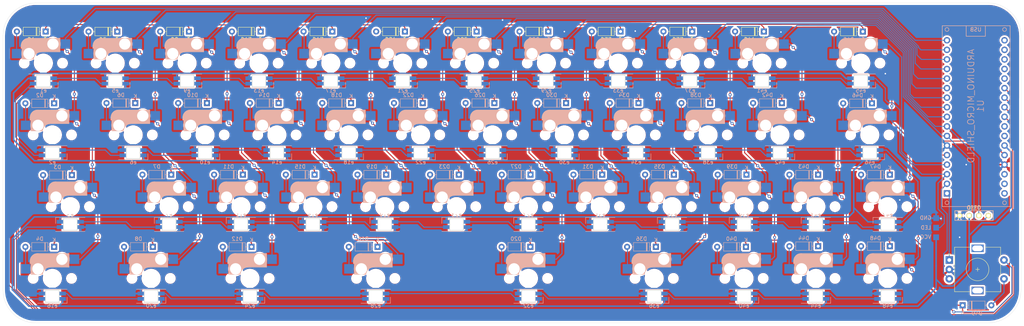
<source format=kicad_pcb>
(kicad_pcb (version 20211014) (generator pcbnew)
  (layers (0 "F.Cu" signal) (31 "B.Cu" signal) (34 "B.Paste" user) (35 "F.Paste" user) (36 "B.SilkS" user "B.Silkscreen") (37 "F.SilkS" user "F.Silkscreen") (38 "B.Mask" user) (39 "F.Mask" user) (44 "Edge.Cuts" user))
  (net 0 "")
  (net 1 "Net-(D1-Pad2)")
  (net 2 "Row1")
  (net 3 "Net-(D2-Pad2)")
  (net 4 "Row2")
  (net 5 "Net-(D3-Pad2)")
  (net 6 "Row3")
  (net 7 "Net-(D4-Pad2)")
  (net 8 "Net-(D5-Pad2)")
  (net 9 "Net-(D6-Pad2)")
  (net 10 "Net-(D7-Pad2)")
  (net 11 "Net-(D8-Pad2)")
  (net 12 "Net-(D9-Pad2)")
  (net 13 "Net-(D10-Pad2)")
  (net 14 "Net-(D11-Pad2)")
  (net 15 "Net-(D12-Pad2)")
  (net 16 "Net-(D13-Pad2)")
  (net 17 "Net-(D14-Pad2)")
  (net 18 "Net-(D15-Pad2)")
  (net 19 "Net-(D16-Pad2)")
  (net 20 "Net-(D17-Pad2)")
  (net 21 "Net-(D18-Pad2)")
  (net 22 "Net-(D19-Pad2)")
  (net 23 "Net-(D20-Pad2)")
  (net 24 "Net-(D21-Pad2)")
  (net 25 "Net-(D22-Pad2)")
  (net 26 "Net-(D23-Pad2)")
  (net 27 "Net-(D25-Pad2)")
  (net 28 "Net-(D26-Pad2)")
  (net 29 "Net-(D27-Pad2)")
  (net 30 "Net-(D29-Pad2)")
  (net 31 "Net-(D30-Pad2)")
  (net 32 "Net-(D31-Pad2)")
  (net 33 "Net-(D33-Pad2)")
  (net 34 "Net-(D34-Pad2)")
  (net 35 "Net-(D35-Pad2)")
  (net 36 "Net-(D36-Pad2)")
  (net 37 "Net-(D37-Pad2)")
  (net 38 "Net-(D38-Pad2)")
  (net 39 "Net-(D39-Pad2)")
  (net 40 "Net-(D40-Pad2)")
  (net 41 "Net-(D41-Pad2)")
  (net 42 "Net-(D42-Pad2)")
  (net 43 "Net-(D43-Pad2)")
  (net 44 "Net-(D44-Pad2)")
  (net 45 "Net-(D45-Pad2)")
  (net 46 "Net-(D46-Pad2)")
  (net 47 "Net-(D47-Pad2)")
  (net 48 "Net-(D48-Pad2)")
  (net 49 "Net-(D49-Pad2)")
  (net 50 "VCC")
  (net 51 "LED")
  (net 52 "GND")
  (net 53 "Col9")
  (net 54 "Col8")
  (net 55 "Col1")
  (net 56 "Col2")
  (net 57 "Col3")
  (net 58 "Col4")
  (net 59 "Col5")
  (net 60 "Col6")
  (net 61 "Col7")
  (net 62 "Col10")
  (net 63 "Col11")
  (net 64 "en2")
  (net 65 "en1")
  (net 66 "Net-(U1-Pad13)")
  (net 67 "Net-(U1-Pad3.3V)")
  (net 68 "Net-(U1-PadAREF)")
  (net 69 "Net-(U1-PadA0)")
  (net 70 "Net-(U1-PadA1)")
  (net 71 "Net-(U1-PadNC)")
  (net 72 "Net-(U1-PadVI)")
  (net 73 "Net-(U1-PadMI)")
  (net 74 "Net-(U1-PadSCK)")
  (net 75 "Row0")
  (net 76 "Col0")
  (net 77 "Net-(e1-Pad2)")
  (net 78 "Net-(e2-Pad4)")
  (net 79 "Net-(e3-Pad2)")
  (net 80 "Net-(e10-Pad2)")
  (net 81 "Net-(e11-Pad4)")
  (net 82 "Net-(e13-Pad4)")
  (net 83 "Net-(e10-Pad4)")
  (net 84 "Net-(e11-Pad2)")
  (net 85 "Net-(e13-Pad2)")
  (net 86 "Net-(e14-Pad4)")
  (net 87 "Net-(e15-Pad2)")
  (net 88 "Net-(e16-Pad4)")
  (net 89 "Net-(e18-Pad4)")
  (net 90 "Net-(e19-Pad2)")
  (net 91 "Net-(e20-Pad4)")
  (net 92 "Net-(e22-Pad4)")
  (net 93 "Net-(e23-Pad2)")
  (net 94 "Net-(e24-Pad4)")
  (net 95 "Net-(e26-Pad4)")
  (net 96 "Net-(e27-Pad2)")
  (net 97 "Net-(e28-Pad4)")
  (net 98 "Net-(e30-Pad4)")
  (net 99 "Net-(e31-Pad2)")
  (net 100 "Net-(e32-Pad4)")
  (net 101 "Net-(e34-Pad4)")
  (net 102 "Net-(e35-Pad2)")
  (net 103 "Net-(e36-Pad4)")
  (net 104 "Net-(e38-Pad4)")
  (net 105 "Net-(e39-Pad2)")
  (net 106 "Net-(e40-Pad4)")
  (net 107 "Net-(e42-Pad4)")
  (net 108 "Net-(e43-Pad2)")
  (net 109 "Net-(e44-Pad4)")
  (net 110 "Net-(e16-Pad2)")
  (net 111 "Net-(e1-Pad4)")
  (net 112 "Net-(e5-Pad4)")
  (net 113 "Net-(e17-Pad4)")
  (net 114 "Net-(e21-Pad4)")
  (net 115 "Net-(e25-Pad4)")
  (net 116 "Net-(e29-Pad4)")
  (net 117 "Net-(e33-Pad4)")
  (net 118 "Net-(e37-Pad4)")
  (net 119 "Net-(e41-Pad4)")
  (net 120 "Net-(e46-Pad4)")
  (net 121 "Net-(e48-Pad4)")
  (net 122 "Net-(U1-PadRST)")
  (footprint "Diode_THT:D_DO-35_SOD27_P7.62mm_Horizontal" (layer "F.Cu") (at 43.7935 27.432 180)
    (fp_text reference "D5")
    (fp_text value "1N4148")
  )
  (footprint "Diode_THT:D_DO-35_SOD27_P7.62mm_Horizontal" (layer "F.Cu") (at 62.7935 27.414 180)
    (fp_text reference "D9")
    (fp_text value "1N4148")
  )
  (footprint "Diode_THT:D_DO-35_SOD27_P7.62mm_Horizontal" (layer "F.Cu") (at 81.7935 27.414 180)
    (fp_text reference "D13")
    (fp_text value "1N4148")
  )
  (footprint "Diode_THT:D_DO-35_SOD27_P7.62mm_Horizontal" (layer "F.Cu") (at 100.7935 27.414 180)
    (fp_text reference "D17")
    (fp_text value "1N4148")
  )
  (footprint "Diode_THT:D_DO-35_SOD27_P7.62mm_Horizontal" (layer "F.Cu") (at 120.0435 27.414 180)
    (fp_text reference "D21")
    (fp_text value "1N4148")
  )
  (footprint "Diode_THT:D_DO-35_SOD27_P7.62mm_Horizontal" (layer "F.Cu") (at 139.0435 27.414 180)
    (fp_text reference "D25")
    (fp_text value "1N4148")
  )
  (footprint "Diode_THT:D_DO-35_SOD27_P7.62mm_Horizontal" (layer "F.Cu") (at 158.0435 27.414 180)
    (fp_text reference "D29")
    (fp_text value "1N4148")
  )
  (footprint "Diode_THT:D_DO-35_SOD27_P7.62mm_Horizontal" (layer "F.Cu") (at 177.1935 27.414 180)
    (fp_text reference "D33")
    (fp_text value "1N4148")
  )
  (footprint "Diode_THT:D_DO-35_SOD27_P7.62mm_Horizontal" (layer "F.Cu") (at 196.1935 27.414 180)
    (fp_text reference "D37")
    (fp_text value "1N4148")
  )
  (footprint "Diode_THT:D_DO-35_SOD27_P7.62mm_Horizontal" (layer "F.Cu") (at 215.1935 27.414 180)
    (fp_text reference "D41")
    (fp_text value "1N4148")
  )
  (footprint "Diode_THT:D_DO-35_SOD27_P7.62mm_Horizontal" (layer "F.Cu") (at 241.427 27.432 180)
    (fp_text reference "D45")
    (fp_text value "1N4148")
  )
  (footprint "Mech0:OLED" (layer "F.Cu") (at 267.081 76.29525)
    (fp_text reference "OL1")
    (fp_text value "OLED" hide)
  )
  (footprint "Mech0:CherryMX_Hotswap" (layer "F.Cu") (at 24.1935 35.814)
    (fp_text reference "SW1" hide)
    (fp_text value "SW_Push" hide)
  )
  (footprint "Mech0:CherryMX_Hotswap" (layer "F.Cu") (at 31.33725 73.914)
    (fp_text reference "SW3" hide)
    (fp_text value "SW_Push" hide)
  )
  (footprint "Mech0:CherryMX_Hotswap" (layer "F.Cu") (at 26.57475 92.964)
    (fp_text reference "SW4" hide)
    (fp_text value "SW_Push" hide)
  )
  (footprint "Mech0:CherryMX_Hotswap" (layer "F.Cu") (at 43.2435 35.814)
    (fp_text reference "SW5" hide)
    (fp_text value "SW_Push" hide)
  )
  (footprint "Mech0:CherryMX_Hotswap" (layer "F.Cu") (at 57.531 73.914)
    (fp_text reference "SW7" hide)
    (fp_text value "SW_Push" hide)
  )
  (footprint "Mech0:CherryMX_Hotswap" (layer "F.Cu") (at 62.2935 35.814)
    (fp_text reference "SW9" hide)
    (fp_text value "SW_Push" hide)
  )
  (footprint "Mech0:CherryMX_Hotswap" (layer "F.Cu") (at 67.056 54.864)
    (fp_text reference "SW10" hide)
    (fp_text value "SW_Push" hide)
  )
  (footprint "Mech0:CherryMX_Hotswap" (layer "F.Cu") (at 76.581 73.914)
    (fp_text reference "SW11" hide)
    (fp_text value "SW_Push" hide)
  )
  (footprint "Mech0:CherryMX_Hotswap" (layer "F.Cu") (at 78.96225 92.964)
    (fp_text reference "SW12" hide)
    (fp_text value "SW_Push" hide)
  )
  (footprint "Mech0:CherryMX_Hotswap" (layer "F.Cu") (at 81.3435 35.814)
    (fp_text reference "SW13" hide)
    (fp_text value "SW_Push" hide)
  )
  (footprint "Mech0:CherryMX_Hotswap" (layer "F.Cu") (at 86.106 54.864)
    (fp_text reference "SW14" hide)
    (fp_text value "SW_Push" hide)
  )
  (footprint "Mech0:CherryMX_Hotswap" (layer "F.Cu") (at 95.631 73.914)
    (fp_text reference "SW15" hide)
    (fp_text value "SW_Push" hide)
  )
  (footprint "Mech0:CherryMX_Hotswap" (layer "F.Cu") (at 112.29975 92.964)
    (fp_text reference "SW16" hide)
    (fp_text value "SW_Push" hide)
  )
  (footprint "Mech0:CherryMX_Hotswap" (layer "F.Cu") (at 100.3935 35.814)
    (fp_text reference "SW17" hide)
    (fp_text value "SW_Push" hide)
  )
  (footprint "Mech0:CherryMX_Hotswap" (layer "F.Cu") (at 105.156 54.864)
    (fp_text reference "SW18" hide)
    (fp_text value "SW_Push" hide)
  )
  (footprint "Mech0:CherryMX_Hotswap" (layer "F.Cu") (at 114.681 73.914)
    (fp_text reference "SW19" hide)
    (fp_text value "SW_Push" hide)
  )
  (footprint "Mech0:CherryMX_Hotswap" (layer "F.Cu") (at 152.781 92.964)
    (fp_text reference "SW20" hide)
    (fp_text value "SW_Push" hide)
  )
  (footprint "Mech0:CherryMX_Hotswap" (layer "F.Cu") (at 119.4435 35.814)
    (fp_text reference "SW21" hide)
    (fp_text value "SW_Push" hide)
  )
  (footprint "Mech0:CherryMX_Hotswap" (layer "F.Cu") (at 124.206 54.864)
    (fp_text reference "SW22" hide)
    (fp_text value "SW_Push" hide)
  )
  (footprint "Mech0:CherryMX_Hotswap" (layer "F.Cu") (at 133.731 73.914)
    (fp_text reference "SW23" hide)
    (fp_text value "SW_Push" hide)
  )
  (footprint "Mech0:CherryMX_Hotswap" (layer "F.Cu") (at 138.4935 35.814)
    (fp_text reference "SW25" hide)
    (fp_text value "SW_Push" hide)
  )
  (footprint "Mech0:CherryMX_Hotswap" (layer "F.Cu") (at 143.256 54.864)
    (fp_text reference "SW26" hide)
    (fp_text value "SW_Push" hide)
  )
  (footprint "Mech0:CherryMX_Hotswap" (layer "F.Cu") (at 152.781 73.914)
    (fp_text reference "SW27" hide)
    (fp_text value "SW_Push" hide)
  )
  (footprint "Mech0:CherryMX_Hotswap" (layer "F.Cu") (at 157.5435 35.814)
    (fp_text reference "SW29" hide)
    (fp_text value "SW_Push" hide)
  )
  (footprint "Mech0:CherryMX_Hotswap" (layer "F.Cu") (at 162.306 54.864)
    (fp_text reference "SW30" hide)
    (fp_text value "SW_Push" hide)
  )
  (footprint "Mech0:CherryMX_Hotswap" (layer "F.Cu") (at 171.831 73.914)
    (fp_text reference "SW31" hide)
    (fp_text value "SW_Push" hide)
  )
  (footprint "Mech0:CherryMX_Hotswap" (layer "F.Cu") (at 176.5935 35.814)
    (fp_text reference "SW33" hide)
    (fp_text value "SW_Push" hide)
  )
  (footprint "Mech0:CherryMX_Hotswap" (layer "F.Cu") (at 181.356 54.864)
    (fp_text reference "SW34" hide)
    (fp_text value "SW_Push" hide)
  )
  (footprint "Mech0:CherryMX_Hotswap" (layer "F.Cu") (at 190.881 73.914)
    (fp_text reference "SW35" hide)
    (fp_text value "SW_Push" hide)
  )
  (footprint "Mech0:CherryMX_Hotswap" (layer "F.Cu") (at 186.1185 92.964)
    (fp_text reference "SW36" hide)
    (fp_text value "SW_Push" hide)
  )
  (footprint "Mech0:CherryMX_Hotswap" (layer "F.Cu") (at 195.6435 35.814)
    (fp_text reference "SW37" hide)
    (fp_text value "SW_Push" hide)
  )
  (footprint "Mech0:CherryMX_Hotswap" (layer "F.Cu") (at 200.406 54.864)
    (fp_text reference "SW38" hide)
    (fp_text value "SW_Push" hide)
  )
  (footprint "Mech0:CherryMX_Hotswap" (layer "F.Cu") (at 209.931 73.914)
    (fp_text reference "SW39" hide)
    (fp_text value "SW_Push" hide)
  )
  (footprint "Mech0:CherryMX_Hotswap" (layer "F.Cu") (at 209.931 92.964)
    (fp_text reference "SW40" hide)
    (fp_text value "SW_Push" hide)
  )
  (footprint "Mech0:CherryMX_Hotswap" (layer "F.Cu") (at 214.6935 35.814)
    (fp_text reference "SW41" hide)
    (fp_text value "SW_Push" hide)
  )
  (footprint "Mech0:CherryMX_Hotswap" (layer "F.Cu") (at 219.456 54.864)
    (fp_text reference "SW42" hide)
    (fp_text value "SW_Push" hide)
  )
  (footprint "Mech0:CherryMX_Hotswap" (layer "F.Cu") (at 228.981 73.914)
    (fp_text reference "SW43" hide)
    (fp_text value "SW_Push" hide)
  )
  (footprint "Mech0:CherryMX_Hotswap" (layer "F.Cu") (at 228.981 92.964)
    (fp_text reference "SW44" hide)
    (fp_text value "SW_Push" hide)
  )
  (footprint "Mech0:CherryMX_Hotswap" (layer "F.Cu") (at 240.88725 35.814)
    (fp_text reference "SW45" hide)
    (fp_text value "SW_Push" hide)
  )
  (footprint "Mech0:CherryMX_Hotswap" (layer "F.Cu") (at 243.2685 54.864)
    (fp_text reference "SW46" hide)
    (fp_text value "SW_Push" hide)
  )
  (footprint "Mech0:CherryMX_Hotswap" (layer "F.Cu") (at 248.031 73.914)
    (fp_text reference "SW47" hide)
    (fp_text value "SW_Push" hide)
  )
  (footprint "Mech0:CherryMX_Hotswap" (layer "F.Cu") (at 248.031 92.964)
    (fp_text reference "SW48" hide)
    (fp_text value "SW_Push" hide)
  )
  (footprint "Mech0:RotaryEncoder_EC11" (layer "F.Cu") (at 271.8435 90.58275)
    (fp_text reference "SW49")
    (fp_text value "Rotary_Encoder_Switch")
  )
  (footprint "Mech0:CherryMX_Hotswap" (layer "F.Cu") (at 26.57475 54.864)
    (fp_text reference "SW2" hide)
    (fp_text value "SW_Push" hide)
  )
  (footprint "Mech0:CherryMX_Hotswap" (layer "F.Cu") (at 52.7685 92.964)
    (fp_text reference "SW8" hide)
    (fp_text value "SW_Push" hide)
  )
  (footprint "Diode_THT:D_DO-35_SOD27_P7.62mm_Horizontal" (layer "F.Cu") (at 24.7935 27.414 180)
    (fp_text reference "D1")
    (fp_text value "1N4148")
  )
  (footprint "Mech0:CherryMX_Hotswap" (layer "F.Cu") (at 48.006 54.864)
    (fp_text reference "SW6" hide)
    (fp_text value "SW_Push" hide)
  )
  (footprint "Diode_THT:D_DO-35_SOD27_P7.62mm_Horizontal" (layer "B.Cu") (at 31.75 65.532 180)
    (fp_text reference "D3")
    (fp_text value "1N4148")
  )
  (footprint "Diode_THT:D_DO-35_SOD27_P7.62mm_Horizontal" (layer "B.Cu") (at 27.051 84.582 180)
    (fp_text reference "D4")
    (fp_text value "1N4148")
  )
  (footprint "Diode_THT:D_DO-35_SOD27_P7.62mm_Horizontal" (layer "B.Cu") (at 48.556 46.414 180)
    (fp_text reference "D6")
    (fp_text value "1N4148")
  )
  (footprint "Diode_THT:D_DO-35_SOD27_P7.62mm_Horizontal" (layer "B.Cu") (at 53.213 84.582 180)
    (fp_text reference "D8")
    (fp_text value "1N4148")
  )
  (footprint "Diode_THT:D_DO-35_SOD27_P7.62mm_Horizontal" (layer "B.Cu") (at 67.556 46.414 180)
    (fp_text reference "D10")
    (fp_text value "1N4148")
  )
  (footprint "Diode_THT:D_DO-35_SOD27_P7.62mm_Horizontal" (layer "B.Cu") (at 77.081 65.414 180)
    (fp_text reference "D11")
    (fp_text value "1N4148")
  )
  (footprint "Diode_THT:D_DO-35_SOD27_P7.62mm_Horizontal" (layer "B.Cu") (at 79.375 84.582 180)
    (fp_text reference "D12")
    (fp_text value "1N4148")
  )
  (footprint "Diode_THT:D_DO-35_SOD27_P7.62mm_Horizontal" (layer "B.Cu") (at 86.556 46.414 180)
    (fp_text reference "D14")
    (fp_text value "1N4148")
  )
  (footprint "Diode_THT:D_DO-35_SOD27_P7.62mm_Horizontal" (layer "B.Cu") (at 96.081 65.414 180)
    (fp_text reference "D15")
    (fp_text value "1N4148")
  )
  (footprint "Diode_THT:D_DO-35_SOD27_P7.62mm_Horizontal" (layer "B.Cu") (at 112.776 84.582 180)
    (fp_text reference "D16")
    (fp_text value "1N4148")
  )
  (footprint "Diode_THT:D_DO-35_SOD27_P7.62mm_Horizontal" (layer "B.Cu") (at 105.756 46.414 180)
    (fp_text reference "D18")
    (fp_text value "1N4148")
  )
  (footprint "Diode_THT:D_DO-35_SOD27_P7.62mm_Horizontal" (layer "B.Cu") (at 115.081 65.414 180)
    (fp_text reference "D19")
    (fp_text value "1N4148")
  )
  (footprint "Diode_THT:D_DO-35_SOD27_P7.62mm_Horizontal" (layer "B.Cu") (at 153.289 84.582 180)
    (fp_text reference "D20")
    (fp_text value "1N4148")
  )
  (footprint "Diode_THT:D_DO-35_SOD27_P7.62mm_Horizontal" (layer "B.Cu") (at 124.756 46.414 180)
    (fp_text reference "D22")
    (fp_text value "1N4148")
  )
  (footprint "Diode_THT:D_DO-35_SOD27_P7.62mm_Horizontal" (layer "B.Cu") (at 134.331 65.414 180)
    (fp_text reference "D23")
    (fp_text value "1N4148")
  )
  (footprint "Diode_THT:D_DO-35_SOD27_P7.62mm_Horizontal" (layer "B.Cu") (at 143.756 46.414 180)
    (fp_text reference "D26")
    (fp_text value "1N4148")
  )
  (footprint "Diode_THT:D_DO-35_SOD27_P7.62mm_Horizontal" (layer "B.Cu") (at 162.756 46.414 180)
    (fp_text reference "D30")
    (fp_text value "1N4148")
  )
  (footprint "Diode_THT:D_DO-35_SOD27_P7.62mm_Horizontal" (layer "B.Cu") (at 172.331 65.414 180)
    (fp_text reference "D31")
    (fp_text value "1N4148")
  )
  (footprint "Diode_THT:D_DO-35_SOD27_P7.62mm_Horizontal" (layer "B.Cu") (at 181.956 46.414 180)
    (fp_text reference "D34")
    (fp_text value "1N4148")
  )
  (footprint "Diode_THT:D_DO-35_SOD27_P7.62mm_Horizontal" (layer "B.Cu") (at 191.331 65.414 180)
    (fp_text reference "D35")
    (fp_text value "1N4148")
  )
  (footprint "Diode_THT:D_DO-35_SOD27_P7.62mm_Horizontal" (layer "B.Cu") (at 186.563 84.582 180)
    (fp_text reference "D36")
    (fp_text value "1N4148")
  )
  (footprint "Diode_THT:D_DO-35_SOD27_P7.62mm_Horizontal" (layer "B.Cu") (at 200.956 46.414 180)
    (fp_text reference "D38")
    (fp_text value "1N4148")
  )
  (footprint "Diode_THT:D_DO-35_SOD27_P7.62mm_Horizontal" (layer "B.Cu") (at 210.581 65.414 180)
    (fp_text reference "D39")
    (fp_text value "1N4148")
  )
  (footprint "Diode_THT:D_DO-35_SOD27_P7.62mm_Horizontal" (layer "B.Cu") (at 210.439 84.582 180)
    (fp_text reference "D40")
    (fp_text value "1N4148")
  )
  (footprint "Diode_THT:D_DO-35_SOD27_P7.62mm_Horizontal" (layer "B.Cu") (at 219.956 46.414 180)
    (fp_text reference "D42")
    (fp_text value "1N4148")
  )
  (footprint "Diode_THT:D_DO-35_SOD27_P7.62mm_Horizontal" (layer "B.Cu") (at 229.581 65.414 180)
    (fp_text reference "D43")
    (fp_text value "1N4148")
  )
  (footprint "Diode_THT:D_DO-35_SOD27_P7.62mm_Horizontal" (layer "B.Cu") (at 229.581 84.414 180)
    (fp_text reference "D44")
    (fp_text value "1N4148")
  )
  (footprint "Diode_THT:D_DO-35_SOD27_P7.62mm_Horizontal" (layer "B.Cu") (at 243.84 46.482 180)
    (fp_text reference "D46")
    (fp_text value "1N4148")
  )
  (footprint "Diode_THT:D_DO-35_SOD27_P7.62mm_Horizontal" (layer "B.Cu") (at 248.581 65.414 180)
    (fp_text reference "D47")
    (fp_text value "1N4148")
  )
  (footprint "Diode_THT:D_DO-35_SOD27_P7.62mm_Horizontal" (layer "B.Cu") (at 248.581 84.414 180)
    (fp_text reference "D48")
    (fp_text value "1N4148")
  )
  (footprint "Diode_THT:D_DO-35_SOD27_P7.62mm_Horizontal" (layer "B.Cu") (at 267.87475 100.10775)
    (fp_text reference "D49")
    (fp_text value "1N4148")
  )
  (footprint "Mech1:StripLED_1side" (layer "B.Cu") (at 260.858 82.042)
    (fp_text reference "J1" hide)
    (fp_text value "LED" hide)
  )
  (footprint "Mech0:YS-SK6812MINI-E_2" (layer "B.Cu") (at 24.1935 40.54475 180)
    (fp_text reference "e1")
    (fp_text value "e")
    (fp_line (start -1.8 1.55) (end -1.8 -1.55) (layer "Edge.Cuts") (width 0.12))
    (fp_line (start 1.8 -1.55) (end 1.8 1.55) (layer "Edge.Cuts") (width 0.12))
    (fp_line (start -1.8 -1.55) (end 1.8 -1.55) (layer "Edge.Cuts") (width 0.12))
    (fp_line (start 1.8 1.55) (end -1.8 1.55) (layer "Edge.Cuts") (width 0.12))
  )
  (footprint "Mech0:YS-SK6812MINI-E_2" (layer "B.Cu") (at 26.57475 59.59475 180)
    (fp_text reference "e2")
    (fp_text value "e")
    (fp_line (start 1.8 -1.55) (end 1.8 1.55) (layer "Edge.Cuts") (width 0.12))
    (fp_line (start -1.8 -1.55) (end 1.8 -1.55) (layer "Edge.Cuts") (width 0.12))
    (fp_line (start -1.8 1.55) (end -1.8 -1.55) (layer "Edge.Cuts") (width 0.12))
    (fp_line (start 1.8 1.55) (end -1.8 1.55) (layer "Edge.Cuts") (width 0.12))
  )
  (footprint "Mech0:YS-SK6812MINI-E_2" (layer "B.Cu") (at 31.33725 78.64475)
    (fp_text reference "e3")
    (fp_text value "e")
    (fp_line (start -1.8 -1.55) (end 1.8 -1.55) (layer "Edge.Cuts") (width 0.12))
    (fp_line (start 1.8 -1.55) (end 1.8 1.55) (layer "Edge.Cuts") (width 0.12))
    (fp_line (start -1.8 1.55) (end -1.8 -1.55) (layer "Edge.Cuts") (width 0.12))
    (fp_line (start 1.8 1.55) (end -1.8 1.55) (layer "Edge.Cuts") (width 0.12))
  )
  (footprint "Mech0:YS-SK6812MINI-E_2" (layer "B.Cu") (at 43.2435 40.54475 180)
    (fp_text reference "e5")
    (fp_text value "e")
    (fp_line (start -1.8 -1.55) (end 1.8 -1.55) (layer "Edge.Cuts") (width 0.12))
    (fp_line (start -1.8 1.55) (end -1.8 -1.55) (layer "Edge.Cuts") (width 0.12))
    (fp_line (start 1.8 1.55) (end -1.8 1.55) (layer "Edge.Cuts") (width 0.12))
    (fp_line (start 1.8 -1.55) (end 1.8 1.55) (layer "Edge.Cuts") (width 0.12))
  )
  (footprint "Mech0:YS-SK6812MINI-E_2" (layer "B.Cu") (at 48.006 59.59475 180)
    (fp_text reference "e6")
    (fp_text value "e")
    (fp_line (start -1.8 1.55) (end -1.8 -1.55) (layer "Edge.Cuts") (width 0.12))
    (fp_line (start 1.8 -1.55) (end 1.8 1.55) (layer "Edge.Cuts") (width 0.12))
    (fp_line (start -1.8 -1.55) (end 1.8 -1.55) (layer "Edge.Cuts") (width 0.12))
    (fp_line (start 1.8 1.55) (end -1.8 1.55) (layer "Edge.Cuts") (width 0.12))
  )
  (footprint "Mech0:YS-SK6812MINI-E_2" (layer "B.Cu") (at 57.531 78.64475)
    (fp_text reference "e7")
    (fp_text value "e")
    (fp_line (start -1.8 1.55) (end -1.8 -1.55) (layer "Edge.Cuts") (width 0.12))
    (fp_line (start 1.8 1.55) (end -1.8 1.55) (layer "Edge.Cuts") (width 0.12))
    (fp_line (start 1.8 -1.55) (end 1.8 1.55) (layer "Edge.Cuts") (width 0.12))
    (fp_line (start -1.8 -1.55) (end 1.8 -1.55) (layer "Edge.Cuts") (width 0.12))
  )
  (footprint "Mech0:YS-SK6812MINI-E_2" (layer "B.Cu") (at 62.2935 40.54475 180)
    (fp_text reference "e9")
    (fp_text value "e")
    (fp_line (start 1.8 -1.55) (end 1.8 1.55) (layer "Edge.Cuts") (width 0.12))
    (fp_line (start -1.8 -1.55) (end 1.8 -1.55) (layer "Edge.Cuts") (width 0.12))
    (fp_line (start 1.8 1.55) (end -1.8 1.55) (layer "Edge.Cuts") (width 0.12))
    (fp_line (start -1.8 1.55) (end -1.8 -1.55) (layer "Edge.Cuts") (width 0.12))
  )
  (footprint "Mech0:YS-SK6812MINI-E_2" (layer "B.Cu") (at 67.056 59.59475 180)
    (fp_text reference "e10")
    (fp_text value "e")
    (fp_line (start -1.8 -1.55) (end 1.8 -1.55) (layer "Edge.Cuts") (width 0.12))
    (fp_line (start 1.8 -1.55) (end 1.8 1.55) (layer "Edge.Cuts") (width 0.12))
    (fp_line (start -1.8 1.55) (end -1.8 -1.55) (layer "Edge.Cuts") (width 0.12))
    (fp_line (start 1.8 1.55) (end -1.8 1.55) (layer "Edge.Cuts") (width 0.12))
  )
  (footprint "Mech0:YS-SK6812MINI-E_2" (layer "B.Cu") (at 76.581 78.64475)
    (fp_text reference "e11")
    (fp_text value "e")
    (fp_line (start 1.8 -1.55) (end 1.8 1.55) (layer "Edge.Cuts") (width 0.12))
    (fp_line (start -1.8 -1.55) (end 1.8 -1.55) (layer "Edge.Cuts") (width 0.12))
    (fp_line (start -1.8 1.55) (end -1.8 -1.55) (layer "Edge.Cuts") (width 0.12))
    (fp_line (start 1.8 1.55) (end -1.8 1.55) (layer "Edge.Cuts") (width 0.12))
  )
  (footprint "Mech0:YS-SK6812MINI-E_2" (layer "B.Cu") (at 86.106 59.59475 180)
    (fp_text reference "e14")
    (fp_text value "e")
    (fp_line (start 1.8 -1.55) (end 1.8 1.55) (layer "Edge.Cuts") (width 0.12))
    (fp_line (start -1.8 -1.55) (end 1.8 -1.55) (layer "Edge.Cuts") (width 0.12))
    (fp_line (start -1.8 1.55) (end -1.8 -1.55) (layer "Edge.Cuts") (width 0.12))
    (fp_line (start 1.8 1.55) (end -1.8 1.55) (layer "Edge.Cuts") (width 0.12))
  )
  (footprint "Mech0:YS-SK6812MINI-E_2" (layer "B.Cu") (at 95.631 78.64475)
    (fp_text reference "e15")
    (fp_text value "e")
    (fp_line (start 1.8 1.55) (end -1.8 1.55) (layer "Edge.Cuts") (width 0.12))
    (fp_line (start -1.8 1.55) (end -1.8 -1.55) (layer "Edge.Cuts") (width 0.12))
    (fp_line (start -1.8 -1.55) (end 1.8 -1.55) (layer "Edge.Cuts") (width 0.12))
    (fp_line (start 1.8 -1.55) (end 1.8 1.55) (layer "Edge.Cuts") (width 0.12))
  )
  (footprint "Mech0:YS-SK6812MINI-E_2" (layer "B.Cu") (at 26.57475 97.69475 180)
    (fp_text reference "e16")
    (fp_text value "e")
    (fp_line (start 1.8 1.55) (end -1.8 1.55) (layer "Edge.Cuts") (width 0.12))
    (fp_line (start -1.8 -1.55) (end 1.8 -1.55) (layer "Edge.Cuts") (width 0.12))
    (fp_line (start -1.8 1.55) (end -1.8 -1.55) (layer "Edge.Cuts") (width 0.12))
    (fp_line (start 1.8 -1.55) (end 1.8 1.55) (layer "Edge.Cuts") (width 0.12))
  )
  (footprint "Mech0:YS-SK6812MINI-E_2" (layer "B.Cu") (at 100.3935 40.54475 180)
    (fp_text reference "e17")
    (fp_text value "e")
    (fp_line (start 1.8 -1.55) (end 1.8 1.55) (layer "Edge.Cuts") (width 0.12))
    (fp_line (start -1.8 -1.55) (end 1.8 -1.55) (layer "Edge.Cuts") (width 0.12))
    (fp_line (start -1.8 1.55) (end -1.8 -1.55) (layer "Edge.Cuts") (width 0.12))
    (fp_line (start 1.8 1.55) (end -1.8 1.55) (layer "Edge.Cuts") (width 0.12))
  )
  (footprint "Mech0:YS-SK6812MINI-E_2" (layer "B.Cu") (at 105.156 59.59475 180)
    (fp_text reference "e18")
    (fp_text value "e")
    (fp_line (start -1.8 -1.55) (end 1.8 -1.55) (layer "Edge.Cuts") (width 0.12))
    (fp_line (start 1.8 -1.55) (end 1.8 1.55) (layer "Edge.Cuts") (width 0.12))
    (fp_line (start -1.8 1.55) (end -1.8 -1.55) (layer "Edge.Cuts") (width 0.12))
    (fp_line (start 1.8 1.55) (end -1.8 1.55) (layer "Edge.Cuts") (width 0.12))
  )
  (footprint "Mech0:YS-SK6812MINI-E_2" (layer "B.Cu") (at 114.681 78.64475)
    (fp_text reference "e19")
    (fp_text value "e")
    (fp_line (start 1.8 1.55) (end -1.8 1.55) (layer "Edge.Cuts") (width 0.12))
    (fp_line (start -1.8 1.55) (end -1.8 -1.55) (layer "Edge.Cuts") (width 0.12))
    (fp_line (start 1.8 -1.55) (end 1.8 1.55) (layer "Edge.Cuts") (width 0.12))
    (fp_line (start -1.8 -1.55) (end 1.8 -1.55) (layer "Edge.Cuts") (width 0.12))
  )
  (footprint "Mech0:YS-SK6812MINI-E_2" (layer "B.Cu") (at 52.7685 97.69475 180)
    (fp_text reference "e20")
    (fp_text value "e")
    (fp_line (start -1.8 -1.55) (end 1.8 -1.55) (layer "Edge.Cuts") (width 0.12))
    (fp_line (start 1.8 -1.55) (end 1.8 1.55) (layer "Edge.Cuts") (width 0.12))
    (fp_line (start -1.8 1.55) (end -1.8 -1.55) (layer "Edge.Cuts") (width 0.12))
    (fp_line (start 1.8 1.55) (end -1.8 1.55) (layer "Edge.Cuts") (width 0.12))
  )
  (footprint "Mech0:YS-SK6812MINI-E_2" (layer "B.Cu") (at 119.4435 40.54475 180)
    (fp_text reference "e21")
    (fp_text value "e")
    (fp_line (start 1.8 1.55) (end -1.8 1.55) (layer "Edge.Cuts") (width 0.12))
    (fp_line (start 1.8 -1.55) (end 1.8 1.55) (layer "Edge.Cuts") (width 0.12))
    (fp_line (start -1.8 1.55) (end -1.8 -1.55) (layer "Edge.Cuts") (width 0.12))
    (fp_line (start -1.8 -1.55) (end 1.8 -1.55) (layer "Edge.Cuts") (width 0.12))
  )
  (footprint "Mech0:YS-SK6812MINI-E_2" (layer "B.Cu") (at 124.206 59.59475 180)
    (fp_text reference "e22")
    (fp_text value "e")
    (fp_line (start 1.8 -1.55) (end 1.8 1.55) (layer "Edge.Cuts") (width 0.12))
    (fp_line (start 1.8 1.55) (end -1.8 1.55) (layer "Edge.Cuts") (width 0.12))
    (fp_line (start -1.8 1.55) (end -1.8 -1.55) (layer "Edge.Cuts") (width 0.12))
    (fp_line (start -1.8 -1.55) (end 1.8 -1.55) (layer "Edge.Cuts") (width 0.12))
  )
  (footprint "Mech0:YS-SK6812MINI-E_2" (layer "B.Cu") (at 133.731 78.64475)
    (fp_text reference "e23")
    (fp_text value "e")
    (fp_line (start 1.8 1.55) (end -1.8 1.55) (layer "Edge.Cuts") (width 0.12))
    (fp_line (start -1.8 1.55) (end -1.8 -1.55) (layer "Edge.Cuts") (width 0.12))
    (fp_line (start 1.8 -1.55) (end 1.8 1.55) (layer "Edge.Cuts") (width 0.12))
    (fp_line (start -1.8 -1.55) (end 1.8 -1.55) (layer "Edge.Cuts") (width 0.12))
  )
  (footprint "Mech0:YS-SK6812MINI-E_2" (layer "B.Cu") (at 78.96225 97.69475 180)
    (fp_text reference "e24")
    (fp_text value "e")
    (fp_line (start -1.8 -1.55) (end 1.8 -1.55) (layer "Edge.Cuts") (width 0.12))
    (fp_line (start -1.8 1.55) (end -1.8 -1.55) (layer "Edge.Cuts") (width 0.12))
    (fp_line (start 1.8 -1.55) (end 1.8 1.55) (layer "Edge.Cuts") (width 0.12))
    (fp_line (start 1.8 1.55) (end -1.8 1.55) (layer "Edge.Cuts") (width 0.12))
  )
  (footprint "Mech0:YS-SK6812MINI-E_2" (layer "B.Cu") (at 138.4935 40.54475 180)
    (fp_text reference "e25")
    (fp_text value "e")
    (fp_line (start -1.8 1.55) (end -1.8 -1.55) (layer "Edge.Cuts") (width 0.12))
    (fp_line (start 1.8 -1.55) (end 1.8 1.55) (layer "Edge.Cuts") (width 0.12))
    (fp_line (start -1.8 -1.55) (end 1.8 -1.55) (layer "Edge.Cuts") (width 0.12))
    (fp_line (start 1.8 1.55) (end -1.8 1.55) (layer "Edge.Cuts") (width 0.12))
  )
  (footprint "Mech0:YS-SK6812MINI-E_2" (layer "B.Cu") (at 143.256 59.59475 180)
    (fp_text reference "e26")
    (fp_text value "e")
    (fp_line (start -1.8 1.55) (end -1.8 -1.55) (layer "Edge.Cuts") (width 0.12))
    (fp_line (start 1.8 -1.55) (end 1.8 1.55) (layer "Edge.Cuts") (width 0.12))
    (fp_line (start 1.8 1.55) (end -1.8 1.55) (layer "Edge.Cuts") (width 0.12))
    (fp_line (start -1.8 -1.55) (end 1.8 -1.55) (layer "Edge.Cuts") (width 0.12))
  )
  (footprint "Mech0:YS-SK6812MINI-E_2" (layer "B.Cu") (at 152.781 78.64475)
    (fp_text reference "e27")
    (fp_text value "e")
    (fp_line (start -1.8 -1.55) (end 1.8 -1.55) (layer "Edge.Cuts") (width 0.12))
    (fp_line (start 1.8 1.55) (end -1.8 1.55) (layer "Edge.Cuts") (width 0.12))
    (fp_line (start 1.8 -1.55) (end 1.8 1.55) (layer "Edge.Cuts") (width 0.12))
    (fp_line (start -1.8 1.55) (end -1.8 -1.55) (layer "Edge.Cuts") (width 0.12))
  )
  (footprint "Mech0:YS-SK6812MINI-E_2" (layer "B.Cu") (at 112.29975 97.69475 180)
    (fp_text reference "e28")
    (fp_text value "e")
    (fp_line (start 1.8 -1.55) (end 1.8 1.55) (layer "Edge.Cuts") (width 0.12))
    (fp_line (start -1.8 -1.55) (end 1.8 -1.55) (layer "Edge.Cuts") (width 0.12))
    (fp_line (start 1.8 1.55) (end -1.8 1.55) (layer "Edge.Cuts") (width 0.12))
    (fp_line (start -1.8 1.55) (end -1.8 -1.55) (layer "Edge.Cuts") (width 0.12))
  )
  (footprint "Mech0:YS-SK6812MINI-E_2" (layer "B.Cu") (at 157.5435 40.54475 180)
    (fp_text reference "e29")
    (fp_text value "e")
    (fp_line (start -1.8 1.55) (end -1.8 -1.55) (layer "Edge.Cuts") (width 0.12))
    (fp_line (start 1.8 1.55) (end -1.8 1.55) (layer "Edge.Cuts") (width 0.12))
    (fp_line (start -1.8 -1.55) (end 1.8 -1.55) (layer "Edge.Cuts") (width 0.12))
    (fp_line (start 1.8 -1.55) (end 1.8 1.55) (layer "Edge.Cuts") (width 0.12))
  )
  (footprint "Mech0:YS-SK6812MINI-E_2" (layer "B.Cu") (at 162.306 59.59475 180)
    (fp_text reference "e30")
    (fp_text value "e")
    (fp_line (start -1.8 -1.55) (end 1.8 -1.55) (layer "Edge.Cuts") (width 0.12))
    (fp_line (start -1.8 1.55) (end -1.8 -1.55) (layer "Edge.Cuts") (width 0.12))
    (fp_line (start 1.8 1.55) (end -1.8 1.55) (layer "Edge.Cuts") (width 0.12))
    (fp_line (start 1.8 -1.55) (end 1.8 1.55) (layer "Edge.Cuts") (width 0.12))
  )
  (footprint "Mech0:YS-SK6812MINI-E_2" (layer "B.Cu") (at 171.831 78.64475)
    (fp_text reference "e31")
    (fp_text value "e")
    (fp_line (start -1.8 -1.55) (end 1.8 -1.55) (layer "Edge.Cuts") (width 0.12))
    (fp_line (start 1.8 -1.55) (end 1.8 1.55) (layer "Edge.Cuts") (width 0.12))
    (fp_line (start -1.8 1.55) (end -1.8 -1.55) (layer "Edge.Cuts") (width 0.12))
    (fp_line (start 1.8 1.55) (end -1.8 1.55) (layer "Edge.Cuts") (width 0.12))
  )
  (footprint "Mech0:YS-SK6812MINI-E_2" (layer "B.Cu") (at 152.781 97.69475 180)
    (fp_text reference "e32")
    (fp_text value "e")
    (fp_line (start 1.8 1.55) (end -1.8 1.55) (layer "Edge.Cuts") (width 0.12))
    (fp_line (start -1.8 1.55) (end -1.8 -1.55) (layer "Edge.Cuts") (width 0.12))
    (fp_line (start 1.8 -1.55) (end 1.8 1.55) (layer "Edge.Cuts") (width 0.12))
    (fp_line (start -1.8 -1.55) (end 1.8 -1.55) (layer "Edge.Cuts") (width 0.12))
  )
  (footprint "Mech0:YS-SK6812MINI-E_2" (layer "B.Cu") (at 176.5935 40.54475 180)
    (fp_text reference "e33")
    (fp_text value "e")
    (fp_line (start 1.8 -1.55) (end 1.8 1.55) (layer "Edge.Cuts") (width 0.12))
    (fp_line (start -1.8 -1.55) (end 1.8 -1.55) (layer "Edge.Cuts") (width 0.12))
    (fp_line (start -1.8 1.55) (end -1.8 -1.55) (layer "Edge.Cuts") (width 0.12))
    (fp_line (start 1.8 1.55) (end -1.8 1.55) (layer "Edge.Cuts") (width 0.12))
  )
  (footprint "Mech0:YS-SK6812MINI-E_2" (layer "B.Cu") (at 181.356 59.59475 180)
    (fp_text reference "e34")
    (fp_text value "e")
    (fp_line (start 1.8 1.55) (end -1.8 1.55) (layer "Edge.Cuts") (width 0.12))
    (fp_line (start -1.8 1.55) (end -1.8 -1.55) (layer "Edge.Cuts") (width 0.12))
    (fp_line (start 1.8 -1.55) (end 1.8 1.55) (layer "Edge.Cuts") (width 0.12))
    (fp_line (start -1.8 -1.55) (end 1.8 -1.55) (layer "Edge.Cuts") (width 0.12))
  )
  (footprint "Mech0:YS-SK6812MINI-E_2" (layer "B.Cu") (at 190.881 78.64475)
    (fp_text reference "e35")
    (fp_text value "e")
    (fp_line (start 1.8 -1.55) (end 1.8 1.55) (layer "Edge.Cuts") (width 0.12))
    (fp_line (start -1.8 1.55) (end -1.8 -1.55) (layer "Edge.Cuts") (width 0.12))
    (fp_line (start -1.8 -1.55) (end 1.8 -1.55) (layer "Edge.Cuts") (width 0.12))
    (fp_line (start 1.8 1.55) (end -1.8 1.55) (layer "Edge.Cuts") (width 0.12))
  )
  (footprint "Mech0:YS-SK6812MINI-E_2" (layer "B.Cu") (at 186.1185 97.69475 180)
    (fp_text reference "e36")
    (fp_text value "e")
    (fp_line (start -1.8 -1.55) (end 1.8 -1.55) (layer "Edge.Cuts") (width 0.12))
    (fp_line (start -1.8 1.55) (end -1.8 -1.55) (layer "Edge.Cuts") (width 0.12))
    (fp_line (start 1.8 1.55) (end -1.8 1.55) (layer "Edge.Cuts") (width 0.12))
    (fp_line (start 1.8 -1.55) (end 1.8 1.55) (layer "Edge.Cuts") (width 0.12))
  )
  (footprint "Mech0:YS-SK6812MINI-E_2" (layer "B.Cu") (at 195.6435 40.54475 180)
    (fp_text reference "e37")
    (fp_text value "e")
    (fp_line (start -1.8 1.55) (end -1.8 -1.55) (layer "Edge.Cuts") (width 0.12))
    (fp_line (start -1.8 -1.55) (end 1.8 -1.55) (layer "Edge.Cuts") (width 0.12))
    (fp_line (start 1.8 -1.55) (end 1.8 1.55) (layer "Edge.Cuts") (width 0.12))
    (fp_line (start 1.8 1.55) (end -1.8 1.55) (layer "Edge.Cuts") (width 0.12))
  )
  (footprint "Mech0:YS-SK6812MINI-E_2" (layer "B.Cu") (at 200.406 59.59475 180)
    (fp_text reference "e38")
    (fp_text value "e")
    (fp_line (start -1.8 -1.55) (end 1.8 -1.55) (layer "Edge.Cuts") (width 0.12))
    (fp_line (start 1.8 1.55) (end -1.8 1.55) (layer "Edge.Cuts") (width 0.12))
    (fp_line (start -1.8 1.55) (end -1.8 -1.55) (layer "Edge.Cuts") (width 0.12))
    (fp_line (start 1.8 -1.55) (end 1.8 1.55) (layer "Edge.Cuts") (width 0.12))
  )
  (footprint "Mech0:YS-SK6812MINI-E_2" (layer "B.Cu") (at 209.931 78.64475)
    (fp_text reference "e39")
    (fp_text value "e")
    (fp_line (start 1.8 -1.55) (end 1.8 1.55) (layer "Edge.Cuts") (width 0.12))
    (fp_line (start -1.8 -1.55) (end 1.8 -1.55) (layer "Edge.Cuts") (width 0.12))
    (fp_line (start -1.8 1.55) (end -1.8 -1.55) (layer "Edge.Cuts") (width 0.12))
    (fp_line (start 1.8 1.55) (end -1.8 1.55) (layer "Edge.Cuts") (width 0.12))
  )
  (footprint "Mech0:YS-SK6812MINI-E_2" (layer "B.Cu") (at 209.931 97.69475 180)
    (fp_text reference "e40")
    (fp_text value "e")
    (fp_line (start 1.8 1.55) (end -1.8 1.55) (layer "Edge.Cuts") (width 0.12))
    (fp_line (start -1.8 -1.55) (end 1.8 -1.55) (layer "Edge.Cuts") (width 0.12))
    (fp_line (start -1.8 1.55) (end -1.8 -1.55) (layer "Edge.Cuts") (width 0.12))
    (fp_line (start 1.8 -1.55) (end 1.8 1.55) (layer "Edge.Cuts") (width 0.12))
  )
  (footprint "Mech0:YS-SK6812MINI-E_2" (layer "B.Cu") (at 214.6935 40.54475 180)
    (fp_text reference "e41")
    (fp_text value "e")
    (fp_line (start -1.8 -1.55) (end 1.8 -1.55) (layer "Edge.Cuts") (width 0.12))
    (fp_line (start -1.8 1.55) (end -1.8 -1.55) (layer "Edge.Cuts") (width 0.12))
    (fp_line (start 1.8 1.55) (end -1.8 1.55) (layer "Edge.Cuts") (width 0.12))
    (fp_line (start 1.8 -1.55) (end 1.8 1.55) (layer "Edge.Cuts") (width 0.12))
  )
  (footprint "Mech0:YS-SK6812MINI-E_2" (layer "B.Cu") (at 219.456 59.59475 180)
    (fp_text reference "e42")
    (fp_text value "e")
    (fp_line (start 1.8 -1.55) (end 1.8 1.55) (layer "Edge.Cuts") (width 0.12))
    (fp_line (start -1.8 -1.55) (end 1.8 -1.55) (layer "Edge.Cuts") (width 0.12))
    (fp_line (start 1.8 1.55) (end -1.8 1.55) (layer "Edge.Cuts") (width 0.12))
    (fp_line (start -1.8 1.55) (end -1.8 -1.55) (layer "Edge.Cuts") (width 0.12))
  )
  (footprint "Mech0:YS-SK6812MINI-E_2" (layer "B.Cu") (at 228.981 78.64475)
    (fp_text reference "e43")
    (fp_text value "e")
    (fp_line (start -1.8 -1.55) (end 1.8 -1.55) (layer "Edge.Cuts") (width 0.12))
    (fp_line (start -1.8 1.55) (end -1.8 -1.55) (layer "Edge.Cuts") (width 0.12))
    (fp_line (start 1.8 1.55) (end -1.8 1.55) (layer "Edge.Cuts") (width 0.12))
    (fp_line (start 1.8 -1.55) (end 1.8 1.55) (layer "Edge.Cuts") (width 0.12))
  )
  (footprint "Mech0:YS-SK6812MINI-E_2" (layer "B.Cu") (at 228.981 97.69475 180)
    (fp_text reference "e44")
    (fp_text value "e")
    (fp_line (start -1.8 1.55) (end -1.8 -1.55) (layer "Edge.Cuts") (width 0.12))
    (fp_line (start 1.8 -1.55) (end 1.8 1.55) (layer "Edge.Cuts") (width 0.12))
    (fp_line (start -1.8 -1.55) (end 1.8 -1.55) (layer "Edge.Cuts") (width 0.12))
    (fp_line (start 1.8 1.55) (end -1.8 1.55) (layer "Edge.Cuts") (width 0.12))
  )
  (footprint "Mech0:YS-SK6812MINI-E_2" (layer "B.Cu") (at 240.88725 40.54475 180)
    (fp_text reference "e45")
    (fp_text value "e")
    (fp_line (start -1.8 1.55) (end -1.8 -1.55) (layer "Edge.Cuts") (width 0.12))
    (fp_line (start 1.8 1.55) (end -1.8 1.55) (layer "Edge.Cuts") (width 0.12))
    (fp_line (start -1.8 -1.55) (end 1.8 -1.55) (layer "Edge.Cuts") (width 0.12))
    (fp_line (start 1.8 -1.55) (end 1.8 1.55) (layer "Edge.Cuts") (width 0.12))
  )
  (footprint "Mech0:YS-SK6812MINI-E_2" (layer "B.Cu") (at 243.2685 59.59475 180)
    (fp_text reference "e46")
    (fp_text value "e")
    (fp_line (start 1.8 1.55) (end -1.8 1.55) (layer "Edge.Cuts") (width 0.12))
    (fp_line (start -1.8 -1.55) (end 1.8 -1.55) (layer "Edge.Cuts") (width 0.12))
    (fp_line (start -1.8 1.55) (end -1.8 -1.55) (layer "Edge.Cuts") (width 0.12))
    (fp_line (start 1.8 -1.55) (end 1.8 1.55) (layer "Edge.Cuts") (width 0.12))
  )
  (footprint "Mech0:YS-SK6812MINI-E_2" (layer "B.Cu") (at 248.031 78.64475)
    (fp_text reference "e47")
    (fp_text value "e")
    (fp_line (start -1.8 -1.55) (end 1.8 -1.55) (layer "Edge.Cuts") (width 0.12))
    (fp_line (start 1.8 -1.55) (end 1.8 1.55) (layer "Edge.Cuts") (width 0.12))
    (fp_line (start 1.8 1.55) (end -1.8 1.55) (layer "Edge.Cuts") (width 0.12))
    (fp_line (start -1.8 1.55) (end -1.8 -1.55) (layer "Edge.Cuts") (width 0.12))
  )
  (footprint "Mech0:YS-SK6812MINI-E_2" (layer "B.Cu") (at 248.031 97.69475 180)
    (fp_text reference "e48")
    (fp_text value "e")
    (fp_line (start 1.8 1.55) (end -1.8 1.55) (layer "Edge.Cuts") (width 0.12))
    (fp_line (start -1.8 -1.55) (end 1.8 -1.55) (layer "Edge.Cuts") (width 0.12))
    (fp_line (start -1.8 1.55) (end -1.8 -1.55) (layer "Edge.Cuts") (width 0.12))
    (fp_line (start 1.8 -1.55) (end 1.8 1.55) (layer "Edge.Cuts") (width 0.12))
  )
  (footprint "Diode_THT:D_DO-35_SOD27_P7.62mm_Horizontal" (layer "B.Cu") (at 27.051 46.482 180)
    (fp_text reference "D2")
    (fp_text value "1N4148")
  )
  (footprint "Mech0:YS-SK6812MINI-E_2" (layer "B.Cu") (at 81.3435 40.54475 180)
    (fp_text reference "e13")
    (fp_text value "e")
    (fp_line (start -1.8 -1.55) (end 1.8 -1.55) (layer "Edge.Cuts") (width 0.12))
    (fp_line (start 1.8 1.55) (end -1.8 1.55) (layer "Edge.Cuts") (width 0.12))
    (fp_line (start -1.8 1.55) (end -1.8 -1.55) (layer "Edge.Cuts") (width 0.12))
    (fp_line (start 1.8 -1.55) (end 1.8 1.55) (layer "Edge.Cuts") (width 0.12))
  )
  (footprint "Mech6:ARDUINO_MICRO_SHIELD" (layer "B.Cu") (at 262.47725 73.88225 90)
    (fp_text reference "U1")
    (fp_text value "ARDUINO_MICRO_SHIELD")
  )
  (footprint "Diode_THT:D_DO-35_SOD27_P7.62mm_Horizontal" (layer "B.Cu") (at 58.081 65.414 180)
    (fp_text reference "D7")
    (fp_text value "1N4148")
  )
  (footprint "Diode_THT:D_DO-35_SOD27_P7.62mm_Horizontal" (layer "B.Cu") (at 153.331 65.414 180)
    (fp_text reference "D27")
    (fp_text value "1N4148")
  )
  (gr_arc (start 22.225 104.775) (mid 16.051074 102.217676) (end 13.49375 96.04375) (layer "Edge.Cuts") (width 0.05))
  (gr_line (start 22.225 104.775) (end 274.6375 104.775) (layer "Edge.Cuts") (width 0.05))
  (gr_arc (start 13.49375 28.575) (mid 16.051074 22.401074) (end 22.225 19.84375) (layer "Edge.Cuts") (width 0.05))
  (gr_line (start 197.64375 19.84375) (end 142.08125 19.84375) (layer "Edge.Cuts") (width 0.05))
  (gr_arc (start 283.36875 96.04375) (mid 280.811426 102.217676) (end 274.6375 104.775) (layer "Edge.Cuts") (width 0.05))
  (gr_arc (start 274.6375 19.84375) (mid 280.811426 22.401074) (end 283.36875 28.575) (layer "Edge.Cuts") (width 0.05))
  (gr_line (start 13.49375 96.04375) (end 13.49375 28.575) (layer "Edge.Cuts") (width 0.05))
  (gr_line (start 283.36875 96.04375) (end 283.36875 28.575) (layer "Edge.Cuts") (width 0.05))
  (gr_line (start 50.00625 19.84375) (end 22.225 19.84375) (layer "Edge.Cuts") (width 0.05))
  (gr_line (start 242.09375 19.84375) (end 197.64375 19.84375) (layer "Edge.Cuts") (width 0.05))
  (gr_line (start 274.6375 19.84375) (end 242.09375 19.84375) (layer "Edge.Cuts") (width 0.05))
  (gr_line (start 142.08125 19.84375) (end 50.00625 19.84375) (layer "Edge.Cuts") (width 0.05))
  (segment (start 17.1085 27.479) (end 17.1735 27.414) (width 0.25) (layer "B.Cu") (net 1))
  (segment (start 17.1085 33.274) (end 17.1085 27.479) (width 0.25) (layer "B.Cu") (net 1))
  (segment (start 162.756 46.414) (end 162.756 45.364) (width 0.25) (layer "F.Cu") (net 2))
  (segment (start 143.756 45.364) (end 143.477 45.085) (width 0.25) (layer "F.Cu") (net 2))
  (segment (start 181.677 45.085) (end 181.102 45.085) (width 0.25) (layer "F.Cu") (net 2))
  (segment (start 27.525 44.958) (end 47.879 45.085) (width 0.25) (layer "F.Cu") (net 2))
  (segment (start 143.756 46.414) (end 143.756 45.364) (width 0.25) (layer "F.Cu") (net 2))
  (segment (start 66.675 45.085) (end 85.725 45.085) (width 0.25) (layer "F.Cu") (net 2))
  (segment (start 85.725 45.085) (end 105.156 45.085) (width 0.25) (layer "F.Cu") (net 2))
  (segment (start 86.556 46.414) (end 86.556 45.364) (width 0.25) (layer "F.Cu") (net 2))
  (segment (start 17.075991 96.071401) (end 24.033601 103.029011) (width 0.25) (layer "F.Cu") (net 2))
  (segment (start 181.956 46.414) (end 181.956 45.364) (width 0.25) (layer "F.Cu") (net 2))
  (segment (start 86.277 45.085) (end 85.725 45.085) (width 0.25) (layer "F.Cu") (net 2))
  (segment (start 219.677 45.085) (end 218.948 45.085) (width 0.25) (layer "F.Cu") (net 2))
  (segment (start 48.556 46.414) (end 48.556 45.364) (width 0.25) (layer "F.Cu") (net 2))
  (segment (start 67.556 45.364) (end 67.277 45.085) (width 0.25) (layer "F.Cu") (net 2))
  (segment (start 18.669 44.958) (end 17.07599 46.55101) (width 0.25) (layer "F.Cu") (net 2))
  (segment (start 181.102 45.085) (end 200.279 45.085) (width 0.25) (layer "F.Cu") (net 2))
  (segment (start 86.556 45.364) (end 86.277 45.085) (width 0.25) (layer "F.Cu") (net 2))
  (segment (start 200.956 46.414) (end 200.956 45.364) (width 0.25) (layer "F.Cu") (net 2))
  (segment (start 162.756 45.364) (end 162.477 45.085) (width 0.25) (layer "F.Cu") (net 2))
  (segment (start 27.051 45.432) (end 27.525 44.958) (width 0.25) (layer "F.Cu") (net 2))
  (segment (start 67.556 46.414) (end 67.556 45.364) (width 0.25) (layer "F.Cu") (net 2))
  (segment (start 47.879 45.085) (end 66.675 45.085) (width 0.25) (layer "F.Cu") (net 2))
  (segment (start 105.756 45.364) (end 105.477 45.085) (width 0.25) (layer "F.Cu") (net 2))
  (segment (start 243.366 44.958) (end 243.84 45.432) (width 0.25) (layer "F.Cu") (net 2))
  (segment (start 281.951018 47.946018) (end 278.98725 44.98225) (width 0.25) (layer "F.Cu") (net 2))
  (segment (start 17.07599 46.55101) (end 17.075991 96.071401) (width 0.25) (layer "F.Cu") (net 2))
  (segment (start 124.477 45.085) (end 124.206 45.085) (width 0.25) (layer "F.Cu") (net 2))
  (segment (start 105.156 45.085) (end 124.206 45.085) (width 0.25) (layer "F.Cu") (net 2))
  (segment (start 218.948 45.085) (end 243.366 44.958) (width 0.25) (layer "F.Cu") (net 2))
  (segment (start 105.477 45.085) (end 105.156 45.085) (width 0.25) (layer "F.Cu") (net 2))
  (segment (start 143.129 45.085) (end 161.925 45.085) (width 0.25) (layer "F.Cu") (net 2))
  (segment (start 181.956 45.364) (end 181.677 45.085) (width 0.25) (layer "F.Cu") (net 2))
  (segment (start 219.956 46.414) (end 219.956 45.364) (width 0.25) (layer "F.Cu") (net 2))
  (segment (start 124.756 45.364) (end 124.477 45.085) (width 0.25) (layer "F.Cu") (net 2))
  (segment (start 161.925 45.085) (end 181.102 45.085) (width 0.25) (layer "F.Cu") (net 2))
  (segment (start 48.277 45.085) (end 47.879 45.085) (width 0.25) (layer "F.Cu") (net 2))
  (segment (start 200.279 45.085) (end 218.948 45.085) (width 0.25) (layer "F.Cu") (net 2))
  (segment (start 243.84 45.432) (end 243.84 46.482) (width 0.25) (layer "F.Cu") (net 2))
  (segment (start 27.051 46.482) (end 27.051 45.432) (width 0.25) (layer "F.Cu") (net 2))
  (segment (start 124.756 46.414) (end 124.756 45.364) (width 0.25) (layer "F.Cu") (net 2))
  (segment (start 281.951018 97.4008) (end 281.951018 47.946018) (width 0.25) (layer "F.Cu") (net 2))
  (segment (start 143.477 45.085) (end 143.129 45.085) (width 0.25) (layer "F.Cu") (net 2))
  (segment (start 276.32281 103.02901) (end 281.951018 97.4008) (width 0.25) (layer "F.Cu") (net 2))
  (segment (start 200.956 45.364) (end 200.677 45.085) (width 0.25) (layer "F.Cu") (net 2))
  (segment (start 24.033601 103.029011) (end 276.32281 103.02901) (width 0.25) (layer "F.Cu") (net 2))
  (segment (start 124.206 45.085) (end 143.129 45.085) (width 0.25) (layer "F.Cu") (net 2))
  (segment (start 219.956 45.364) (end 219.677 45.085) (width 0.25) (layer "F.Cu") (net 2))
  (segment (start 105.756 46.414) (end 105.756 45.364) (width 0.25) (layer "F.Cu") (net 2))
  (segment (start 48.556 45.364) (end 48.277 45.085) (width 0.25) (layer "F.Cu") (net 2))
  (segment (start 200.677 45.085) (end 200.279 45.085) (width 0.25) (layer "F.Cu") (net 2))
  (segment (start 27.525 44.958) (end 18.669 44.958) (width 0.25) (layer "F.Cu") (net 2))
  (segment (start 162.477 45.085) (end 161.925 45.085) (width 0.25) (layer "F.Cu") (net 2))
  (segment (start 67.277 45.085) (end 66.675 45.085) (width 0.25) (layer "F.Cu") (net 2))
  (segment (start 19.48975 52.324) (end 19.48975 46.54075) (width 0.25) (layer "B.Cu") (net 3))
  (segment (start 19.48975 46.54075) (end 19.431 46.482) (width 0.25) (layer "B.Cu") (net 3))
  (segment (start 57.023 63.881) (end 76.141196 63.822196) (width 0.25) (layer "F.Cu") (net 4))
  (segment (start 281.50101 50.03601) (end 281.501009 97.214401) (width 0.25) (layer "F.Cu") (net 4))
  (segment (start 114.598 63.881) (end 113.792 63.881) (width 0.25) (layer "F.Cu") (net 4))
  (segment (start 77.081 64.364) (end 76.539196 63.822196) (width 0.25) (layer "F.Cu") (net 4))
  (segment (start 281.501009 97.214401) (end 276.136409 102.579001) (width 0.25) (layer "F.Cu") (net 4))
  (segment (start 191.331 65.414) (end 191.331 64.364) (width 0.25) (layer "F.Cu") (net 4))
  (segment (start 276.136409 102.579001) (end 24.220001 102.579001) (width 0.25) (layer "F.Cu") (net 4))
  (segment (start 76.539196 63.822196) (end 76.141196 63.822196) (width 0.25) (layer "F.Cu") (net 4))
  (segment (start 153.331 65.414) (end 153.331 64.364) (width 0.25) (layer "F.Cu") (net 4))
  (segment (start 32.478 63.754) (end 57.023 63.881) (width 0.25) (layer "F.Cu") (net 4))
  (segment (start 190.246 63.881) (end 209.55 63.881) (width 0.25) (layer "F.Cu") (net 4))
  (segment (start 58.081 64.364) (end 57.598 63.881) (width 0.25) (layer "F.Cu") (net 4))
  (segment (start 171.848 63.881) (end 170.942 63.881) (width 0.25) (layer "F.Cu") (net 4))
  (segment (start 31.75 65.532) (end 31.75 64.482) (width 0.25) (layer "F.Cu") (net 4))
  (segment (start 24.220001 102.579001) (end 17.526 95.885) (width 0.25) (layer "F.Cu") (net 4))
  (segment (start 278.98725 47.52225) (end 281.50101 50.03601) (width 0.25) (layer "F.Cu") (net 4))
  (segment (start 96.081 64.364) (end 95.568492 63.851492) (width 0.25) (layer "F.Cu") (net 4))
  (segment (start 17.526 69.596) (end 23.368 63.754) (width 0.25) (layer "F.Cu") (net 4))
  (segment (start 113.792 63.881) (end 132.842 63.881) (width 0.25) (layer "F.Cu") (net 4))
  (segment (start 134.331 65.414) (end 134.331 64.364) (width 0.25) (layer "F.Cu") (net 4))
  (segment (start 247.971 63.754) (end 248.581 64.364) (width 0.25) (layer "F.Cu") (net 4))
  (segment (start 58.081 65.414) (end 58.081 64.364) (width 0.25) (layer "F.Cu") (net 4))
  (segment (start 134.331 64.364) (end 133.848 63.881) (width 0.25) (layer "F.Cu") (net 4))
  (segment (start 210.581 64.364) (end 210.098 63.881) (width 0.25) (layer "F.Cu") (net 4))
  (segment (start 172.331 64.364) (end 171.848 63.881) (width 0.25) (layer "F.Cu") (net 4))
  (segment (start 229.581 65.414) (end 229.581 64.364) (width 0.25) (layer "F.Cu") (net 4))
  (segment (start 248.581 64.364) (end 248.581 65.414) (width 0.25) (layer "F.Cu") (net 4))
  (segment (start 209.55 63.881) (end 228.346 63.881) (width 0.25) (layer "F.Cu") (net 4))
  (segment (start 77.081 65.414) (end 77.081 64.364) (width 0.25) (layer "F.Cu") (net 4))
  (segment (start 210.581 65.414) (end 210.581 64.364) (width 0.25) (layer "F.Cu") (net 4))
  (segment (start 172.331 65.414) (end 172.331 64.364) (width 0.25) (layer "F.Cu") (net 4))
  (segment (start 115.081 64.364) (end 114.598 63.881) (width 0.25) (layer "F.Cu") (net 4))
  (segment (start 152.848 63.881) (end 151.892 63.881) (width 0.25) (layer "F.Cu") (net 4))
  (segment (start 228.346 63.881) (end 247.971 63.754) (width 0.25) (layer "F.Cu") (net 4))
  (segment (start 132.842 63.881) (end 151.892 63.881) (width 0.25) (layer "F.Cu") (net 4))
  (segment (start 229.098 63.881) (end 228.346 63.881) (width 0.25) (layer "F.Cu") (net 4))
  (segment (start 190.848 63.881) (end 190.246 63.881) (width 0.25) (layer "F.Cu") (net 4))
  (segment (start 170.942 63.881) (end 190.246 63.881) (width 0.25) (layer "F.Cu") (net 4))
  (segment (start 153.331 64.364) (end 152.848 63.881) (width 0.25) (layer "F.Cu") (net 4))
  (segment (start 191.331 64.364) (end 190.848 63.881) (width 0.25) (layer "F.Cu") (net 4))
  (segment (start 115.081 65.414) (end 115.081 64.364) (width 0.25) (layer "F.Cu") (net 4))
  (segment (start 76.141196 63.822196) (end 94.898508 63.851492) (width 0.25) (layer "F.Cu") (net 4))
  (segment (start 94.898508 63.851492) (end 113.792 63.881) (width 0.25) (layer "F.Cu") (net 4))
  (segment (start 96.081 65.414) (end 96.081 64.364) (width 0.25) (layer "F.Cu") (net 4))
  (segment (start 151.892 63.881) (end 170.942 63.881) (width 0.25) (layer "F.Cu") (net 4))
  (segment (start 210.098 63.881) (end 209.55 63.881) (width 0.25) (layer "F.Cu") (net 4))
  (segment (start 95.568492 63.851492) (end 94.898508 63.851492) (width 0.25) (layer "F.Cu") (net 4))
  (segment (start 133.848 63.881) (end 132.842 63.881) (width 0.25) (layer "F.Cu") (net 4))
  (segment (start 23.368 63.754) (end 32.478 63.754) (width 0.25) (layer "F.Cu") (net 4))
  (segment (start 17.526 95.885) (end 17.526 69.596) (width 0.25) (layer "F.Cu") (net 4))
  (segment (start 229.581 64.364) (end 229.098 63.881) (width 0.25) (layer "F.Cu") (net 4))
  (segment (start 57.598 63.881) (end 57.023 63.881) (width 0.25) (layer "F.Cu") (net 4))
  (segment (start 31.75 64.482) (end 32.478 63.754) (width 0.25) (layer "F.Cu") (net 4))
  (segment (start 24.25225 65.65425) (end 24.13 65.532) (width 0.25) (layer "B.Cu") (net 5))
  (segment (start 24.25225 71.374) (end 24.25225 65.65425) (width 0.25) (layer "B.Cu") (net 5))
  (segment (start 267.87475 100.10775) (end 266.82475 100.10775) (width 0.25) (layer "F.Cu") (net 6))
  (segment (start 209.296 82.804) (end 228.219 82.804) (width 0.25) (layer "F.Cu") (net 6))
  (segment (start 78.647 82.804) (end 78.105 82.804) (width 0.25) (layer "F.Cu") (net 6))
  (segment (start 258.826 86.106) (end 255.397 82.677) (width 0.25) (layer "F.Cu") (net 6))
  (segment (start 112.048 82.804) (end 111.887 82.804) (width 0.25) (layer "F.Cu") (net 6))
  (segment (start 266.793 100.076) (end 264.033 100.076) (width 0.25) (layer "F.Cu") (net 6))
  (segment (start 210.439 83.532) (end 209.711 82.804) (width 0.25) (layer "F.Cu") (net 6))
  (segment (start 266.82475 100.10775) (end 266.793 100.076) (width 0.25) (layer "F.Cu") (net 6))
  (segment (start 27.906 82.677) (end 51.689 82.677) (width 0.25) (layer "F.Cu") (net 6))
  (segment (start 111.887 82.804) (end 152.146 82.804) (width 0.25) (layer "F.Cu") (net 6))
  (segment (start 27.051 84.582) (end 27.051 83.532) (width 0.25) (layer "F.Cu") (net 6))
  (segment (start 27.051 83.532) (end 27.906 82.677) (width 0.25) (layer "F.Cu") (net 6))
  (segment (start 186.563 83.532) (end 185.818384 82.787384) (width 0.25) (layer "F.Cu") (net 6))
  (segment (start 228.219 82.804) (end 247.894 82.677) (width 0.25) (layer "F.Cu") (net 6))
  (segment (start 281.051 52.126) (end 278.98725 50.06225) (width 0.25) (layer "F.Cu") (net 6))
  (segment (start 229.581 83.364) (end 229.021 82.804) (width 0.25) (layer "F.Cu") (net 6))
  (segment (start 185.818384 82.787384) (end 185.563616 82.787384) (width 0.25) (layer "F.Cu") (net 6))
  (segment (start 112.776 84.582) (end 112.776 83.532) (width 0.25) (layer "F.Cu") (net 6))
  (segment (start 152.561 82.804) (end 152.146 82.804) (width 0.25) (layer "F.Cu") (net 6))
  (segment (start 209.711 82.804) (end 209.296 82.804) (width 0.25) (layer "F.Cu") (net 6))
  (segment (start 255.397 82.677) (end 247.904 82.677) (width 0.25) (layer "F.Cu") (net 6))
  (segment (start 267.87475 100.10775) (end 267.87475 101.75875) (width 0.25) (layer "F.Cu") (net 6))
  (segment (start 78.105 82.804) (end 111.887 82.804) (width 0.25) (layer "F.Cu") (net 6))
  (segment (start 112.776 83.532) (end 112.048 82.804) (width 0.25) (layer "F.Cu") (net 6))
  (segment (start 268.224 102.108) (end 275.971 102.108) (width 0.25) (layer "F.Cu") (net 6))
  (segment (start 53.213 84.582) (end 53.213 83.532) (width 0.25) (layer "F.Cu") (net 6))
  (segment (start 186.563 84.582) (end 186.563 83.532) (width 0.25) (layer "F.Cu") (net 6))
  (segment (start 185.563616 82.787384) (end 209.296 82.804) (width 0.25) (layer "F.Cu") (net 6))
  (segment (start 52.358 82.677) (end 51.689 82.677) (width 0.25) (layer "F.Cu") (net 6))
  (segment (start 152.146 82.804) (end 185.563616 82.787384) (width 0.25) (layer "F.Cu") (net 6))
  (segment (start 229.021 82.804) (end 228.219 82.804) (width 0.25) (layer "F.Cu") (net 6))
  (segment (start 79.375 84.582) (end 79.375 83.532) (width 0.25) (layer "F.Cu") (net 6))
  (segment (start 153.289 84.582) (end 153.289 83.532) (width 0.25) (layer "F.Cu") (net 6))
  (segment (start 247.904 82.677) (end 248.581 83.364) (width 0.25) (layer "F.Cu") (net 6))
  (segment (start 51.689 82.677) (end 78.105 82.804) (width 0.25) (layer "F.Cu") (net 6))
  (segment (start 153.289 83.532) (end 152.561 82.804) (width 0.25) (layer "F.Cu") (net 6))
  (segment (start 229.581 84.414) (end 229.581 83.364) (width 0.25) (layer "F.Cu") (net 6))
  (segment (start 53.213 83.532) (end 52.358 82.677) (width 0.25) (layer "F.Cu") (net 6))
  (segment (start 248.581 83.364) (end 248.581 84.414) (width 0.25) (layer "F.Cu") (net 6))
  (segment (start 267.87475 101.75875) (end 268.224 102.108) (width 0.25) (layer "F.Cu") (net 6))
  (segment (start 275.971 102.108) (end 281.051 97.028) (width 0.25) (layer "F.Cu") (net 6))
  (segment (start 264.033 100.076) (end 258.826 94.869) (width 0.25) (layer "F.Cu") (net 6))
  (segment (start 79.375 83.532) (end 78.647 82.804) (width 0.25) (layer "F.Cu") (net 6))
  (segment (start 210.439 84.582) (end 210.439 83.532) (width 0.25) (layer "F.Cu") (net 6))
  (segment (start 281.051 97.028) (end 281.051 52.126) (width 0.25) (layer "F.Cu") (net 6))
  (segment (start 247.894 82.677) (end 247.904 82.677) (width 0.25) (layer "F.Cu") (net 6))
  (segment (start 258.826 94.869) (end 258.826 86.106) (width 0.25) (layer "F.Cu") (net 6))
  (segment (start 19.48975 84.64075) (end 19.431 84.582) (width 0.25) (layer "B.Cu") (net 7))
  (segment (start 19.48975 90.424) (end 19.48975 84.64075) (width 0.25) (layer "B.Cu") (net 7))
  (segment (start 36.1585 27.447) (end 36.1735 27.432) (width 0.25) (layer "B.Cu") (net 8))
  (segment (start 36.1585 33.274) (end 36.1585 27.447) (width 0.25) (layer "B.Cu") (net 8))
  (segment (start 40.921 46.429) (end 40.936 46.414) (width 0.25) (layer "B.Cu") (net 9))
  (segment (start 40.921 52.324) (end 40.921 46.429) (width 0.25) (layer "B.Cu") (net 9))
  (segment (start 50.446 71.374) (end 50.446 65.429) (width 0.25) (layer "B.Cu") (net 10))
  (segment (start 50.446 65.429) (end 50.461 65.414) (width 0.25) (layer "B.Cu") (net 10))
  (segment (start 45.6835 90.424) (end 45.6835 84.6725) (width 0.25) (layer "B.Cu") (net 11))
  (segment (start 45.6835 84.6725) (end 45.593 84.582) (width 0.25) (layer "B.Cu") (net 11))
  (segment (start 55.2085 27.449) (end 55.1735 27.414) (width 0.25) (layer "B.Cu") (net 12))
  (segment (start 55.2085 33.274) (end 55.2085 27.449) (width 0.25) (layer "B.Cu") (net 12))
  (segment (start 59.971 46.449) (end 59.936 46.414) (width 0.25) (layer "B.Cu") (net 13))
  (segment (start 59.971 52.324) (end 59.971 46.449) (width 0.25) (layer "B.Cu") (net 13))
  (segment (start 69.496 65.449) (end 69.461 65.414) (width 0.25) (layer "B.Cu") (net 14))
  (segment (start 69.496 71.374) (end 69.496 65.449) (width 0.25) (layer "B.Cu") (net 14))
  (segment (start 71.87725 84.70425) (end 71.755 84.582) (width 0.25) (layer "B.Cu") (net 15))
  (segment (start 71.87725 90.424) (end 71.87725 84.70425) (width 0.25) (layer "B.Cu") (net 15))
  (segment (start 74.2585 33.274) (end 74.2585 27.499) (width 0.25) (layer "B.Cu") (net 16))
  (segment (start 74.2585 27.499) (end 74.1735 27.414) (width 0.25) (layer "B.Cu") (net 16))
  (segment (start 79.021 46.499) (end 78.936 46.414) (width 0.25) (layer "B.Cu") (net 17))
  (segment (start 79.021 52.324) (end 79.021 46.499) (width 0.25) (layer "B.Cu") (net 17))
  (segment (start 88.546 65.499) (end 88.461 65.414) (width 0.25) (layer "B.Cu") (net 18))
  (segment (start 88.546 71.374) (end 88.546 65.499) (width 0.25) (layer "B.Cu") (net 18))
  (segment (start 105.21475 84.64075) (end 105.156 84.582) (width 0.25) (layer "B.Cu") (net 19))
  (segment (start 105.21475 90.424) (end 105.21475 84.64075) (width 0.25) (layer "B.Cu") (net 19))
  (segment (start 93.3085 33.274) (end 93.3085 27.549) (width 0.25) (layer "B.Cu") (net 20))
  (segment (start 93.3085 27.549) (end 93.1735 27.414) (width 0.25) (layer "B.Cu") (net 20))
  (segment (start 98.071 52.324) (end 98.071 46.479) (width 0.25) (layer "B.Cu") (net 21))
  (segment (start 98.071 46.479) (end 98.136 46.414) (width 0.25) (layer "B.Cu") (net 21))
  (segment (start 107.596 65.549) (end 107.461 65.414) (width 0.25) (layer "B.Cu") (net 22))
  (segment (start 107.596 71.374) (end 107.596 65.549) (width 0.25) (layer "B.Cu") (net 22))
  (segment (start 145.696 84.609) (end 145.669 84.582) (width 0.25) (layer "B.Cu") (net 23))
  (segment (start 145.696 90.424) (end 145.696 84.609) (width 0.25) (layer "B.Cu") (net 23))
  (segment (start 117.121 46.429) (end 117.136 46.414) (width 0.25) (layer "B.Cu") (net 25))
  (segment (start 117.121 52.324) (end 117.121 46.429) (width 0.25) (layer "B.Cu") (net 25))
  (segment (start 126.646 65.479) (end 126.711 65.414) (width 0.25) (layer "B.Cu") (net 26))
  (segment (start 126.646 71.374) (end 126.646 65.479) (width 0.25) (layer "B.Cu") (net 26))
  (segment (start 131.4085 33.274) (end 131.4085 27.429) (width 0.25) (layer "B.Cu") (net 27))
  (segment (start 131.4085 27.429) (end 131.4235 27.414) (width 0.25) (layer "B.Cu") (net 27))
  (segment (start 136.171 52.324) (end 136.171 46.449) (width 0.25) (layer "B.Cu") (net 28))
  (segment (start 136.171 46.449) (end 136.136 46.414) (width 0.25) (layer "B.Cu") (net 28))
  (segment (start 145.696 71.374) (end 145.696 65.429) (width 0.25) (layer "B.Cu") (net 29))
  (segment (start 145.696 65.429) (end 145.711 65.414) (width 0.25) (layer "B.Cu") (net 29))
  (segment (start 150.4585 33.274) (end 150.4585 27.449) (width 0.25) (layer "B.Cu") (net 30))
  (segment (start 150.4585 27.449) (end 150.4235 27.414) (width 0.25) (layer "B.Cu") (net 30))
  (segment (start 155.221 46.499) (end 155.136 46.414) (width 0.25) (layer "B.Cu") (net 31))
  (segment (start 155.221 52.324) (end 155.221 46.499) (width 0.25) (layer "B.Cu") (net 31))
  (segment (start 164.746 65.449) (end 164.711 65.414) (width 0.25) (layer "B.Cu") (net 32))
  (segment (start 164.746 71.374) (end 164.746 65.449) (width 0.25) (layer "B.Cu") (net 32))
  (segment (start 169.5085 27.479) (end 169.5735 27.414) (width 0.25) (layer "B.Cu") (net 33))
  (segment (start 169.5085 33.274) (end 169.5085 27.479) (width 0.25) (layer "B.Cu") (net 33))
  (segment (start 174.271 52.324) (end 174.271 46.479) (width 0.25) (layer "B.Cu") (net 34))
  (segment (start 174.271 46.479) (end 174.336 46.414) (width 0.25) (layer "B.Cu") (net 34))
  (segment (start 183.796 65.499) (end 183.711 65.414) (width 0.25) (layer "B.Cu") (net 35))
  (segment (start 183.796 71.374) (end 183.796 65.499) (width 0.25) (layer "B.Cu") (net 35))
  (segment (start 179.0335 84.6725) (end 178.943 84.582) (width 0.25) (layer "B.Cu") (net 36))
  (segment (start 179.0335 90.424) (end 179.0335 84.6725) (width 0.25) (layer "B.Cu") (net 36))
  (segment (start 188.5585 27.429) (end 188.5735 27.414) (width 0.25) (layer "B.Cu") (net 37))
  (segment (start 188.5585 33.274) (end 188.5585 27.429) (width 0.25) (layer "B.Cu") (net 37))
  (segment (start 193.321 46.429) (end 193.336 46.414) (width 0.25) (layer "B.Cu") (net 38))
  (segment (start 193.321 52.324) (end 193.321 46.429) (width 0.25) (layer "B.Cu") (net 38))
  (segment (start 202.846 65.529) (end 202.961 65.414) (width 0.25) (layer "B.Cu") (net 39))
  (segment (start 202.846 71.374) (end 202.846 65.529) (width 0.25) (layer "B.Cu") (net 39))
  (segment (start 202.846 84.609) (end 202.819 84.582) (width 0.25) (layer "B.Cu") (net 40))
  (segment (start 202.846 90.424) (end 202.846 84.609) (width 0.25) (layer "B.Cu") (net 40))
  (segment (start 207.6085 33.274) (end 207.6085 27.449) (width 0.25) (layer "B.Cu") (net 41))
  (segment (start 207.6085 27.449) (end 207.5735 27.414) (width 0.25) (layer "B.Cu") (net 41))
  (segment (start 212.371 52.324) (end 212.371 46.449) (width 0.25) (layer "B.Cu") (net 42))
  (segment (start 212.371 46.449) (end 212.336 46.414) (width 0.25) (layer "B.Cu") (net 42))
  (segment (start 221.896 71.374) (end 221.896 65.479) (width 0.25) (layer "B.Cu") (net 43))
  (segment (start 221.896 65.479) (end 221.961 65.414) (width 0.25) (layer "B.Cu") (net 43))
  (segment (start 221.896 90.424) (end 221.896 84.479) (width 0.25) (layer "B.Cu") (net 44))
  (segment (start 221.896 84.479) (end 221.961 84.414) (width 0.25) (layer "B.Cu") (net 44))
  (segment (start 233.80225 27.43675) (end 233.807 27.432) (width 0.25) (layer "B.Cu") (net 45))
  (segment (start 233.80225 33.274) (end 233.80225 27.43675) (width 0.25) (layer "B.Cu") (net 45))
  (segment (start 236.1835 52.324) (end 236.1835 46.5185) (width 0.25) (layer "B.Cu") (net 46))
  (segment (start 236.1835 46.5185) (end 236.22 46.482) (width 0.25) (layer "B.Cu") (net 46))
  (segment (start 240.946 65.429) (end 240.961 65.414) (width 0.25) (layer "B.Cu") (net 47))
  (segment (start 240.946 71.374) (end 240.946 65.429) (width 0.25) (layer "B.Cu") (net 47))
  (segment (start 240.946 84.429) (end 240.961 84.414) (width 0.25) (layer "B.Cu") (net 48))
  (segment (start 240.946 90.424) (end 240.946 84.429) (width 0.25) (layer "B.Cu") (net 48))
  (segment (start 278.8435 96.759) (end 275.49475 100.10775) (width 0.25) (layer "B.Cu") (net 49))
  (segment (start 278.8435 93.08275) (end 278.8435 96.759) (width 0.25) (layer "B.Cu") (net 49))
  (segment (start 188.131 77.04475) (end 188.131 77.94475) (width 0.4) (layer "B.Cu") (net 50))
  (segment (start 28.2895 100.33) (end 29.32475 99.29475) (width 0.4) (layer "B.Cu") (net 50))
  (segment (start 222.206 60.29475) (end 222.206 61.19475) (width 0.4) (layer "B.Cu") (net 50))
  (segment (start 136.15351 38.53474) (end 137.48726 38.53474) (width 0.4) (layer "B.Cu") (net 50))
  (segment (start 61.66826 38.53474) (end 42.23726 38.53474) (width 0.4) (layer "B.Cu") (net 50))
  (segment (start 204.47 61.722) (end 224.155 61.722) (width 0.4) (layer "B.Cu") (net 50))
  (segment (start 73.831 77.04475) (end 73.831 77.94475) (width 0.4) (layer "B.Cu") (net 50))
  (segment (start 74.24101 76.63474) (end 73.831 77.04475) (width 0.4) (layer "B.Cu") (net 50))
  (segment (start 239.014 74.168) (end 239.014 75.311) (width 0.4) (layer "B.Cu") (net 50))
  (segment (start 193.30351 38.53474) (end 194.61774 38.53474) (width 0.4) (layer "B.Cu") (net 50))
  (segment (start 276.606 78.232) (end 280.797 74.041) (width 0.4) (layer "B.Cu") (net 50))
  (segment (start 115.04975 98.39475) (end 115.04975 99.29475) (width 0.4) (layer "B.Cu") (net 50))
  (segment (start 54.48325 100.33) (end 53.467 100.33) (width 0.4) (layer "B.Cu") (net 50))
  (segment (start 116.6935 39.84475) (end 116.6935 39.294198) (width 0.4) (layer "B.Cu") (net 50))
  (segment (start 55.19101 76.63474) (end 54.781 77.04475) (width 0.4) (layer "B.Cu") (net 50))
  (segment (start 155.531 99.29475) (end 154.49575 100.33) (width 0.4) (layer "B.Cu") (net 50))
  (segment (start 192.8935 39.84475) (end 192.8935 38.94475) (width 0.4) (layer "B.Cu") (net 50))
  (segment (start 239.014 74.168) (end 239.014 64.262) (width 0.4) (layer "B.Cu") (net 50))
  (segment (start 108.43325 61.722) (end 109.728 61.722) (width 0.4) (layer "B.Cu") (net 50))
  (segment (start 230.69575 100.33) (end 230.251 100.33) (width 0.4) (layer "B.Cu") (net 50))
  (segment (start 238.13725 39.84475) (end 236.88725 39.84475) (width 0.4) (layer "B.Cu") (net 50))
  (segment (start 242.79075 77.94475) (end 239.014 74.168) (width 0.4) (layer "B.Cu") (net 50))
  (segment (start 50.756 61.19475) (end 51.28325 61.722) (width 0.4) (layer "B.Cu") (net 50))
  (segment (start 88.856 60.29475) (end 88.856 61.19475) (width 0.4) (layer "B.Cu") (net 50))
  (segment (start 88.856 61.19475) (end 89.38325 61.722) (width 0.4) (layer "B.Cu") (net 50))
  (segment (start 81.71225 98.39475) (end 81.71225 99.29475) (width 0.4) (layer "B.Cu") (net 50))
  (segment (start 126.956 60.29475) (end 126.956 61.19475) (width 0.4) (layer "B.Cu") (net 50))
  (segment (start 184.63325 61.722) (end 185.547 61.722) (width 0.4) (layer "B.Cu") (net 50))
  (segment (start 235.57724 38.53474) (end 213.28674 38.53474) (width 0.4) (layer "B.Cu") (net 50))
  (segment (start 28.7975 61.722) (end 52.324 61.722) (width 0.4) (layer "B.Cu") (net 50))
  (segment (start 211.9435 38.94475) (end 212.35351 38.53474) (width 0.4) (layer "B.Cu") (net 50))
  (segment (start 69.806 61.19475) (end 70.33325 61.722) (width 0.4) (layer "B.Cu") (net 50))
  (segment (start 146.006 60.29475) (end 146.006 61.19475) (width 0.4) (layer "B.Cu") (net 50))
  (segment (start 21.85351 38.53474) (end 21.4435 38.94475) (width 0.4) (layer "B.Cu") (net 50))
  (segment (start 212.681 98.39475) (end 212.681 99.29475) (width 0.4) (layer "B.Cu") (net 50))
  (segment (start 69.806 60.29475) (end 69.806 61.19475) (width 0.4) (layer "B.Cu") (net 50))
  (segment (start 130.981 77.04475) (end 130.981 77.94475) (width 0.4) (layer "B.Cu") (net 50))
  (segment (start 185.547 61.722) (end 204.47 61.722) (width 0.4) (layer "B.Cu") (net 50))
  (segment (start 256.032 100.33) (end 260.858 95.504) (width 0.4) (layer "B.Cu") (net 50))
  (segment (start 239.014 64.262) (end 241.554 61.722) (width 0.4) (layer "B.Cu") (net 50))
  (segment (start 188.8685 98.39475) (end 188.8685 99.29475) (width 0.4) (layer "B.Cu") (net 50))
  (segment (start 117.452958 38.53474) (end 118.31026 38.53474) (width 0.4) (layer "B.Cu") (net 50))
  (segment (start 250.781 99.29475) (end 250.781 98.39475) (width 0.4) (layer "B.Cu") (net 50))
  (segment (start 59.5435 39.84475) (end 59.5435 38.94475) (width 0.4) (layer "B.Cu") (net 50))
  (segment (start 272.923 78.232) (end 276.606 78.232) (width 0.4) (layer "B.Cu") (net 50))
  (segment (start 114.0145 100.33) (end 113.157 100.33) (width 0.4) (layer "B.Cu") (net 50))
  (segment (start 186.944 100.33) (end 211.201 100.33) (width 0.4) (layer "B.Cu") (net 50))
  (segment (start 92.881 77.04475) (end 92.881 77.94475) (width 0.4) (layer "B.Cu") (net 50))
  (segment (start 147.32 61.722) (end 166.751 61.722) (width 0.4) (layer "B.Cu") (net 50))
  (segment (start 207.59101 76.63474) (end 188.54101 76.63474) (width 0.4) (layer "B.Cu") (net 50))
  (segment (start 156.39074 38.53474) (end 137.48726 38.53474) (width 0.4) (layer "B.Cu") (net 50))
  (segment (start 80.33726 38.53474) (end 61.66826 38.53474) (width 0.4) (layer "B.Cu") (net 50))
  (segment (start 81.71225 99.29475) (end 80.677 100.33) (width 0.4) (layer "B.Cu") (net 50))
  (segment (start 21.4435 38.94475) (end 21.4435 39.84475) (width 0.4) (layer "B.Cu") (net 50))
  (segment (start 211.201 100.33) (end 230.251 100.33) (width 0.4) (layer "B.Cu") (net 50))
  (segment (start 212.35351 38.53474) (end 213.28674 38.53474) (width 0.4) (layer "B.Cu") (net 50))
  (segment (start 243.205 61.722) (end 245.49125 61.722) (width 0.4) (layer "B.Cu") (net 50))
  (segment (start 52.324 61.722) (end 71.628 61.722) (width 0.4) (layer "B.Cu") (net 50))
  (segment (start 137.48726 38.53474) (end 118.31026 38.53474) (width 0.4) (layer "B.Cu") (net 50))
  (segment (start 224.155 61.722) (end 243.205 61.722) (width 0.4) (layer "B.Cu") (net 50))
  (segment (start 20.1935 39.84475) (end 16.296982 43.741268) (width 0.4) (layer "B.Cu") (net 50))
  (segment (start 54.781 77.04475) (end 54.781 77.94475) (width 0.4) (layer "B.Cu") (net 50))
  (segment (start 269.621 82.423) (end 269.621 81.534) (width 0.4) (layer "B.Cu") (net 50))
  (segment (start 260.858 89.56775) (end 260.858 83.204) (width 0.4) (layer "B.Cu") (net 50))
  (segment (start 99.11374 38.53474) (end 80.33726 38.53474) (width 0.4) (layer "B.Cu") (net 50))
  (segment (start 260.858 89.662) (end 260.858 89.56775) (width 0.4) (layer "B.Cu") (net 50))
  (segment (start 211.64575 100.33) (end 211.201 100.33) (width 0.4) (layer "B.Cu") (net 50))
  (segment (start 118.31026 38.53474) (end 99.11374 38.53474) (width 0.4) (layer "B.Cu") (net 50))
  (segment (start 165.58325 61.722) (end 166.751 61.722) (width 0.4) (layer "B.Cu") (net 50))
  (segment (start 245.49125 61.722) (end 246.0185 61.19475) (width 0.4) (layer "B.Cu") (net 50))
  (segment (start 249.74575 100.33) (end 256.032 100.33) (width 0.4) (layer "B.Cu") (net 50))
  (segment (start 260.858 93.218) (end 260.858 89.662) (width 0.4) (layer "B.Cu") (net 50))
  (segment (start 246.0185 61.19475) (end 246.0185 60.29475) (width 0.4) (layer "B.Cu") (net 50))
  (segment (start 40.90351 38.53474) (end 42.23726 38.53474) (width 0.4) (layer "B.Cu") (net 50))
  (segment (start 169.49101 76.63474) (end 150.44101 76.63474) (width 0.4) (layer "B.Cu") (net 50))
  (segment (start 28.7975 61.722) (end 29.32475 61.19475) (width 0.4) (layer "B.Cu") (net 50))
  (segment (start 222.206 61.19475) (end 222.73325 61.722) (width 0.4) (layer "B.Cu") (net 50))
  (segment (start 29.32475 99.29475) (end 29.32475 98.39475) (width 0.4) (layer "B.Cu") (net 50))
  (segment (start 59.5435 38.94475) (end 59.95351 38.53474) (width 0.4) (layer "B.Cu") (net 50))
  (segment (start 78.5935 39.84475) (end 78.5935 39.294198) (width 0.4) (layer "B.Cu") (net 50))
  (segment (start 165.056 61.19475) (end 165.58325 61.722) (width 0.4) (layer "B.Cu") (net 50))
  (segment (start 231.731 98.39475) (end 231.731 99.29475) (width 0.4) (layer "B.Cu") (net 50))
  (segment (start 184.106 61.19475) (end 184.63325 61.722) (width 0.4) (layer "B.Cu") (net 50))
  (segment (start 16.296982 43.741268) (end 16.296982 56.174982) (width 0.4) (layer "B.Cu") (net 50))
  (segment (start 269.621 82.423) (end 269.621 90.678) (width 0.4) (layer "B.Cu") (net 50))
  (segment (start 98.05351 38.53474) (end 99.11374 38.53474) (width 0.4) (layer "B.Cu") (net 50))
  (segment (start 236.88725 39.84475) (end 235.57724 38.53474) (width 0.4) (layer "B.Cu") (net 50))
  (segment (start 59.95351 38.53474) (end 61.66826 38.53474) (width 0.4) (layer "B.Cu") (net 50))
  (segment (start 213.28674 38.53474) (end 194.61774 38.53474) (width 0.4) (layer "B.Cu") (net 50))
  (segment (start 53.467 100.33) (end 79.629 100.33) (width 0.4) (layer "B.Cu") (net 50))
  (segment (start 51.28325 61.722) (end 52.324 61.722) (width 0.4) (layer "B.Cu") (net 50))
  (segment (start 280.797 74.041) (end 280.797 59.492) (width 0.4) (layer "B.Cu") (net 50))
  (segment (start 212.681 99.29475) (end 211.64575 100.33) (width 0.4) (layer "B.Cu") (net 50))
  (segment (start 135.7435 39.84475) (end 135.7435 38.94475) (width 0.4) (layer "B.Cu") (net 50))
  (segment (start 80.677 100.33) (end 79.629 100.33) (width 0.4) (layer "B.Cu") (net 50))
  (segment (start 97.6435 39.84475) (end 97.6435 38.94475) (width 0.4) (layer "B.Cu") (net 50))
  (segment (start 28.2895 100.33) (end 53.467 100.33) (width 0.4) (layer "B.Cu") (net 50))
  (segment (start 175.58726 38.53474) (end 156.39074 38.53474) (width 0.4) (layer "B.Cu") (net 50))
  (segment (start 79.629 100.33) (end 113.157 100.33) (width 0.4) (layer "B.Cu") (net 50))
  (segment (start 146.53325 61.722) (end 147.32 61.722) (width 0.4) (layer "B.Cu") (net 50))
  (segment (start 70.33325 61.722) (end 71.628 61.722) (width 0.4) (layer "B.Cu") (net 50))
  (segment (start 265.303 94.996) (end 262.636 94.996) (width 0.4) (layer "B.Cu") (net 50))
  (segment (start 50.756 60.29475) (end 50.756 61.19475) (width 0.4) (layer "B.Cu") (net 50))
  (segment (start 226.64101 76.63474) (end 226.231 77.04475) (width 0.4) (layer "B.Cu") (net 50))
  (segment (start 146.006 61.19475) (end 146.53325 61.722) (width 0.4) (layer "B.Cu") (net 50))
  (segment (start 55.19101 76.63474) (end 28.99726 76.63474) (width 0.4) (layer "B.Cu") (net 50))
  (segment (start 231.731 99.29475) (end 230.69575 100.33) (width 0.4) (layer "B.Cu") (net 50))
  (segment (start 192.8935 38.94475) (end 193.30351 38.53474) (width 0.4) (layer "B.Cu") (net 50))
  (segment (start 188.54101 76.63474) (end 169.49101 76.63474) (width 0.4) (layer "B.Cu") (net 50))
  (segment (start 55.5185 99.29475) (end 54.48325 100.33) (width 0.4) (layer "B.Cu") (net 50))
  (segment (start 15.984991 95.975467) (end 20.339524 100.33) (width 0.4) (layer "B.Cu") (net 50))
  (segment (start 260.858 95.504) (end 260.858 93.218) (width 0.4) (layer "B.Cu") (net 50))
  (segment (start 230.251 100.33) (end 249.74575 100.33) (width 0.4) (layer "B.Cu") (net 50))
  (segment (start 155.20351 38.53474) (end 156.39074 38.53474) (width 0.4) (layer "B.Cu") (net 50))
  (segment (start 111.931 77.04475) (end 111.931 77.94475) (width 0.4) (layer "B.Cu") (net 50))
  (segment (start 131.39101 76.63474) (end 112.34101 76.63474) (width 0.4) (layer "B.Cu") (net 50))
  (segment (start 187.83325 100.33) (end 186.944 100.33) (width 0.4) (layer "B.Cu") (net 50))
  (segment (start 42.23726 38.53474) (end 21.85351 38.53474) (width 0.4) (layer "B.Cu") (net 50))
  (segment (start 239.014 75.311) (end 237.69026 76.63474) (width 0.4) (layer "B.Cu") (net 50))
  (segment (start 269.621 90.678) (end 265.303 94.996) (width 0.4) (layer "B.Cu") (net 50))
  (segment (start 166.751 61.722) (end 185.547 61.722) (width 0.4) (layer "B.Cu") (net 50))
  (segment (start 112.34101 76.63474) (end 111.931 77.04475) (width 0.4) (layer "B.Cu") (net 50))
  (segment (start 29.32475 61.19475) (end 29.32475 60.29475) (width 0.4) (layer "B.Cu") (net 50))
  (segment (start 20.339524 100.33) (end 28.2895 100.33) (width 0.4) (layer "B.Cu") (net 50))
  (segment (start 153.543 100.33) (end 186.944 100.33) (width 0.4) (layer "B.Cu") (net 50))
  (segment (start 93.29101 76.63474) (end 92.881 77.04475) (width 0.4) (layer "B.Cu") (net 50))
  (segment (start 260.858 83.204) (end 260.858 82.042) (width 0.4) (layer "B.Cu") (net 50))
  (segment (start 226.64101 76.63474) (end 207.59101 76.63474) (width 0.4) (layer "B.Cu") (net 50))
  (segment (start 21.844 61.722) (end 28.7975 61.722) (width 0.4) (layer "B.Cu") (net 50))
  (segment (start 28.58725 77.04475) (end 28.58725 77.94475) (width 0.4) (layer "B.Cu") (net 50))
  (segment (start 115.04975 99.29475) (end 114.0145 100.33) (width 0.4) (layer "B.Cu") (net 50))
  (segment (start 194.61774 38.53474) (end 175.58726 38.53474) (width 0.4) (layer "B.Cu") (net 50))
  (segment (start 113.157 100.33) (end 153.543 100.33) (width 0.4) (layer "B.Cu") (net 50))
  (segment (start 169.081 77.04475) (end 169.081 77.94475) (width 0.4) (layer "B.Cu") (net 50))
  (segment (start 40.4935 38.94475) (end 40.90351 38.53474) (width 0.4) (layer "B.Cu") (net 50))
  (segment (start 93.29101 76.63474) (end 74.24101 76.63474) (width 0.4) (layer "B.Cu") (net 50))
  (segment (start 207.59101 76.63474) (end 207.181 77.04475) (width 0.4) (layer "B.Cu") (net 50))
  (segment (start 97.6435 38.94475) (end 98.05351 38.53474) (width 0.4) (layer "B.Cu") (net 50))
  (segment (start 107.906 60.29475) (end 107.906 61.19475) (width 0.4) (layer "B.Cu") (net 50))
  (segment (start 15.98499 82.459534) (end 15.984991 95.975467) (width 0.4) (layer "B.Cu") (net 50))
  (segment (start 155.531 98.39475) (end 155.531 99.29475) (width 0.4) (layer "B.Cu") (net 50))
  (segment (start 55.5185 98.39475) (end 55.5185 99.29475) (width 0.4) (layer "B.Cu") (net 50))
  (segment (start 150.44101 76.63474) (end 131.39101 76.63474) (width 0.4) (layer "B.Cu") (net 50))
  (segment (start 211.9435 39.84475) (end 211.9435 38.94475) (width 0.4) (layer "B.Cu") (net 50))
  (segment (start 28.99726 76.63474) (end 28.58725 77.04475) (width 0.4) (layer "B.Cu") (net 50))
  (segment (start 112.34101 76.63474) (end 93.29101 76.63474) (width 0.4) (layer "B.Cu") (net 50))
  (segment (start 128.143 61.722) (end 147.32 61.722) (width 0.4) (layer "B.Cu") (net 50))
  (segment (start 28.99726 76.63474) (end 21.809784 76.63474) (width 0.4) (layer "B.Cu") (net 50))
  (segment (start 71.628 61.722) (end 90.551 61.722) (width 0.4) (layer "B.Cu") (net 50))
  (segment (start 269.621 81.534) (end 272.923 78.232) (width 0.4) (layer "B.Cu") (net 50))
  (segment (start 21.809784 76.63474) (end 15.98499 82.459534) (width 0.4) (layer "B.Cu") (net 50))
  (segment (start 154.7935 39.84475) (end 154.7935 38.94475) (width 0.4) (layer "B.Cu") (net 50))
  (segment (start 188.8685 99.29475) (end 187.83325 100.33) (width 0.4) (layer "B.Cu") (net 50))
  (segment (start 135.7435 38.94475) (end 136.15351 38.53474) (width 0.4) (layer "B.Cu") (net 50))
  (segment (start 173.8435 38.94475) (end 174.25351 38.53474) (width 0.4) (layer "B.Cu") (net 50))
  (segment (start 79.352958 38.53474) (end 80.33726 38.53474) (width 0.4) (layer "B.Cu") (net 50))
  (segment (start 150.44101 76.63474) (end 150.031 77.04475) (width 0.4) (layer "B.Cu") (net 50))
  (segment (start 226.231 77.04475) (end 226.231 77.94475) (width 0.4) (layer "B.Cu") (net 50))
  (segment (start 107.906 61.19475) (end 108.43325 61.722) (width 0.4) (layer "B.Cu") (net 50))
  (segment (start 90.551 61.722) (end 109.728 61.722) (width 0.4) (layer "B.Cu") (net 50))
  (segment (start 262.636 94.996) (end 260.858 93.218) (width 0.4) (layer "B.Cu") (net 50))
  (segment (start 126.956 61.19475) (end 127.48325 61.722) (width 0.4) (layer "B.Cu") (net 50))
  (segment (start 269.621 76.29525) (end 269.621 82.423) (width 0.4) (layer "B.Cu") (net 50))
  (segment (start 131.39101 76.63474) (end 130.981 77.04475) (width 0.4) (layer "B.Cu") (net 50))
  (segment (start 188.54101 76.63474) (end 188.131 77.04475) (width 0.4) (layer "B.Cu") (net 50))
  (segment (start 150.031 77.04475) (end 150.031 77.94475) (width 0.4) (layer "B.Cu") (net 50))
  (segment (start 154.49575 100.33) (end 153.543 100.33) (width 0.4) (layer "B.Cu") (net 50))
  (segment (start 203.156 60.29475) (end 203.156 61.19475) (width 0.4) (layer "B.Cu") (net 50))
  (segment (start 40.4935 39.84475) (end 40.4935 38.94475) (width 0.4) (layer "B.Cu") (net 50))
  (segment (start 207.181 77.04475) (end 207.181 77.94475) (width 0.4) (layer "B.Cu") (net 50))
  (segment (start 245.281 77.94475) (end 242.79075 77.94475) (width 0.4) (layer "B.Cu") (net 50))
  (segment (start 173.8435 39.84475) (end 173.8435 38.94475) (width 0.4) (layer "B.Cu") (net 50))
  (segment (start 21.4435 39.84475) (end 20.1935 39.84475) (width 0.4) (layer "B.Cu") (net 50))
  (segment (start 127.48325 61.722) (end 128.143 61.722) (width 0.4) (layer "B.Cu") (net 50))
  (segment (start 241.554 61.722) (end 243.205 61.722) (width 0.4) (layer "B.Cu") (net 50))
  (segment (start 174.25351 38.53474) (end 175.58726 38.53474) (width 0.4) (layer "B.Cu") (net 50))
  (segment (start 249.74575 100.33) (end 250.781 99.29475) (width 0.4) (layer "B.Cu") (net 50))
  (segment (start 109.728 61.722) (end 128.143 61.722) (width 0.4) (layer "B.Cu") (net 50))
  (segment (start 203.68325 61.722) (end 204.47 61.722) (width 0.4) (layer "B.Cu") (net 50))
  (segment (start 280.797 59.492) (end 278.98725 57.68225) (width 0.4) (layer "B.Cu") (net 50))
  (segment (start 78.5935 39.294198) (end 79.352958 38.53474) (width 0.4) (layer "B.Cu") (net 50))
  (segment (start 169.49101 76.63474) (end 169.081 77.04475) (width 0.4) (layer "B.Cu") (net 50))
  (segment (start 16.296982 56.174982) (end 21.844 61.722) (width 0.4) (layer "B.Cu") (net 50))
  (segment (start 237.69026 76.63474) (end 226.64101 76.63474) (width 0.4) (layer "B.Cu") (net 50))
  (segment (start 116.6935 39.294198) (end 117.452958 38.53474) (width 0.4) (layer "B.Cu") (net 50))
  (segment (start 165.056 60.29475) (end 165.056 61.19475) (width 0.4) (layer "B.Cu") (net 50))
  (segment (start 154.7935 38.94475) (end 155.20351 38.53474) (width 0.4) (layer "B.Cu") (net 50))
  (segment (start 89.38325 61.722) (end 90.551 61.722) (width 0.4) (layer "B.Cu") (net 50))
  (segment (start 184.106 60.29475) (end 184.106 61.19475) (width 0.4) (layer "B.Cu") (net 50))
  (segment (start 74.24101 76.63474) (end 55.19101 76.63474) (width 0.4) (layer "B.Cu") (net 50))
  (segment (start 203.156 61.19475) (end 203.68325 61.722) (width 0.4) (layer "B.Cu") (net 50))
  (segment (start 222.73325 61.722) (end 224.155 61.722) (width 0.4) (layer "B.Cu") (net 50))
  (segment (start 261.366 74.549) (end 261.366 67.6675) (width 0.25) (layer "B.Cu") (net 51))
  (segment (start 257.07225 65.30225) (end 263.73125 65.30225) (width 0.25) (layer "B.Cu") (net 51))
  (segment (start 248.158 46.355) (end 249.358002 46.355) (width 0.25) (layer "B.Cu") (net 51))
  (segment (start 247.396 45.593) (end 248.158 46.355) (width 0.25) (layer "B.Cu") (net 51))
  (segment (start 260.858 79.502) (end 261.87 79.502) (width 0.25) (layer "B.Cu") (net 51))
  (segment (start 261.366 67.6675) (end 263.73125 65.30225) (width 0.25) (layer "B.Cu") (net 51))
  (segment (start 263.017 78.355) (end 263.017 76.2) (width 0.25) (layer "B.Cu") (net 51))
  (segment (start 244.73725 39.84475) (end 247.396 42.5035) (width 0.25) (layer "B.Cu") (net 51))
  (segment (start 251.206 48.202998) (end 251.206 59.436) (width 0.25) (layer "B.Cu") (net 51))
  (segment (start 243.63725 39.84475) (end 244.73725 39.84475) (width 0.25) (layer "B.Cu") (net 51))
  (segment (start 261.87 79.502) (end 263.017 78.355) (width 0.25) (layer "B.Cu") (net 51))
  (segment (start 247.396 42.5035) (end 247.396 45.593) (width 0.25) (layer "B.Cu") (net 51))
  (segment (start 249.358002 46.355) (end 251.206 48.202998) (width 0.25) (layer "B.Cu") (net 51))
  (segment (start 263.017 76.2) (end 261.366 74.549) (width 0.25) (layer "B.Cu") (net 51))
  (segment (start 251.206 59.436) (end 257.07225 65.30225) (width 0.25) (layer "B.Cu") (net 51))
  (segment (start 262.1375 77.0795) (end 267.081 82.023) (width 0.4) (layer "F.Cu") (net 52))
  (segment (start 268.83475 62.76225) (end 268.81125 62.76225) (width 0.4) (layer "F.Cu") (net 52))
  (segment (start 268.81125 62.76225) (end 263.73125 57.68225) (width 0.4) (layer "F.Cu") (net 52))
  (segment (start 268.83475 62.76225) (end 268.83475 74.5415) (width 0.4) (layer "F.Cu") (net 52))
  (segment (start 268.83475 74.5415) (end 267.081 76.29525) (width 0.4) (layer "F.Cu") (net 52))
  (segment (start 278.98725 62.76225) (end 268.83475 62.76225) (width 0.4) (layer "F.Cu") (net 52))
  (via (at 127.381 24.13) (size 0.8) (drill 0.4) (layers "F.Cu" "B.Cu") (net 52))
  (via (at 268.83475 62.76225) (size 0.8) (drill 0.4) (layers "F.Cu" "B.Cu") (net 52))
  (via (at 267.081 82.042) (size 0.8) (drill 0.4) (layers "F.Cu" "B.Cu") (net 52))
  (via (at 262.1375 77.0795) (size 0.8) (drill 0.4) (layers "F.Cu" "B.Cu") (net 52))
  (via (at 109.728 23.876) (size 0.8) (drill 0.4) (layers "F.Cu" "B.Cu") (net 52))
  (via (at 219.71 27.559) (size 0.8) (drill 0.4) (layers "F.Cu" "B.Cu") (net 52))
  (via (at 251.206 72.136) (size 0.8) (drill 0.4) (layers "F.Cu" "B.Cu") (net 52))
  (via (at 200.533 27.432) (size 0.8) (drill 0.4) (layers "F.Cu" "B.Cu") (net 52))
  (via (at 247.396 38.608) (size 0.8) (drill 0.4) (layers "F.Cu" "B.Cu") (net 52))
  (via (at 181.102 27.305) (size 0.8) (drill 0.4) (layers "F.Cu" "B.Cu") (net 52))
  (via (at 145.923 24.384) (size 0.8) (drill 0.4) (layers "F.Cu" "B.Cu") (net 52))
  (via (at 162.306 27.432) (size 0.8) (drill 0.4) (layers "F.Cu" "B.Cu") (net 52))
  (segment (start 267.081 82.042) (end 267.081 82.169) (width 0.4) (layer "B.Cu") (net 52))
  (segment (start 97.028 80.772) (end 77.597 80.772) (width 0.4) (layer "B.Cu") (net 52))
  (segment (start 243.63725 41.24475) (end 243.63725 42.14475) (width 0.4) (layer "B.Cu") (net 52))
  (segment (start 116.205 80.772) (end 97.028 80.772) (width 0.4) (layer "B.Cu") (net 52))
  (segment (start 159.09225 57.531) (end 157.734 57.531) (width 0.4) (layer "B.Cu") (net 52))
  (segment (start 141.2435 41.24475) (end 141.2435 42.14475) (width 0.4) (layer "B.Cu") (net 52))
  (segment (start 216.706 57.99475) (end 216.36925 57.658) (width 0.4) (layer "B.Cu") (net 52))
  (segment (start 25.01925 44.069) (end 19.431 44.069) (width 0.4) (layer "B.Cu") (net 52))
  (segment (start 153.543 42.926) (end 151.86175 41.24475) (width 0.4) (layer "B.Cu") (net 52))
  (segment (start 20.15975 96.99475) (end 23.82475 96.99475) (width 0.4) (layer "B.Cu") (net 52))
  (segment (start 21.42975 58.89475) (end 23.82475 58.89475) (width 0.4) (layer "B.Cu") (net 52))
  (segment (start 102.36225 42.926) (end 96.774 42.926) (width 0.4) (layer "B.Cu") (net 52))
  (segment (start 95.09275 41.24475) (end 84.0935 41.24475) (width 0.4) (layer "B.Cu") (net 52))
  (segment (start 159.556 58.89475) (end 159.556 57.99475) (width 0.4) (layer "B.Cu") (net 52))
  (segment (start 23.82475 57.99475) (end 24.2885 57.531) (width 0.4) (layer "B.Cu") (net 52))
  (segment (start 103.1435 41.24475) (end 103.1435 42.14475) (width 0.4) (layer "B.Cu") (net 52))
  (segment (start 174.581 79.895302) (end 173.704302 80.772) (width 0.4) (layer "B.Cu") (net 52))
  (segment (start 231.20375 80.772) (end 230.251 80.772) (width 0.4) (layer "B.Cu") (net 52))
  (segment (start 256.794 74.549) (end 252.031 79.34475) (width 0.4) (layer "B.Cu") (net 52))
  (segment (start 259.696 76.962) (end 260.858 76.962) (width 0.4) (layer "B.Cu") (net 52))
  (segment (start 217.4435 42.14475) (end 216.78925 42.799) (width 0.4) (layer "B.Cu") (net 52))
  (segment (start 258.572 94.361) (end 258.572 78.086) (width 0.4) (layer "B.Cu") (net 52))
  (segment (start 212.681 79.34475) (end 212.681 80.24475) (width 0.4) (layer "B.Cu") (net 52))
  (segment (start 132.93875 41.24475) (end 122.1935 41.24475) (width 0.4) (layer "B.Cu") (net 52))
  (segment (start 97.85375 80.772) (end 97.028 80.772) (width 0.4) (layer "B.Cu") (net 52))
  (segment (start 116.90375 80.772) (end 116.205 80.772) (width 0.4) (layer "B.Cu") (net 52))
  (segment (start 240.5185 57.99475) (end 240.5185 58.89475) (width 0.4) (layer "B.Cu") (net 52))
  (segment (start 225.82099 95.68474) (end 244.87099 95.68474) (width 0.4) (layer "B.Cu") (net 52))
  (segment (start 102.406 58.89475) (end 102.406 57.99475) (width 0.4) (layer "B.Cu") (net 52))
  (segment (start 140.46225 42.926) (end 134.62 42.926) (width 0.4) (layer "B.Cu") (net 52))
  (segment (start 245.281 96.09475) (end 245.281 96.99475) (width 0.4) (layer "B.Cu") (net 52))
  (segment (start 151.86175 41.24475) (end 141.2435 41.24475) (width 0.4) (layer "B.Cu") (net 52))
  (segment (start 121.53925 42.799) (end 115.443 42.799) (width 0.4) (layer "B.Cu") (net 52))
  (segment (start 194.945 57.531) (end 214.503 57.658) (width 0.4) (layer "B.Cu") (net 52))
  (segment (start 258.572 78.086) (end 259.696 76.962) (width 0.4) (layer "B.Cu") (net 52))
  (segment (start 216.78925 42.799) (end 210.185 42.799) (width 0.4) (layer "B.Cu") (net 52))
  (segment (start 243.63725 42.14475) (end 242.983 42.799) (width 0.4) (layer "B.Cu") (net 52))
  (segment (start 45.256 57.99475) (end 45.256 58.89475) (width 0.4) (layer "B.Cu") (net 52))
  (segment (start 45.46625 42.672) (end 38.735 42.672) (width 0.4) (layer "B.Cu") (net 52))
  (segment (start 178.14225 57.531) (end 176.403 57.531) (width 0.4) (layer "B.Cu") (net 52))
  (segment (start 173.101 80.772) (end 153.924 80.772) (width 0.4) (layer "B.Cu") (net 52))
  (segment (start 256.794 74.58175) (end 256.794 74.549) (width 0.4) (layer "B.Cu") (net 52))
  (segment (start 84.0935 42.14475) (end 83.43925 42.799) (width 0.4) (layer "B.Cu") (net 52))
  (segment (start 19.431 44.069) (end 17.526 45.974) (width 0.4) (layer "B.Cu") (net 52))
  (segment (start 60.281 79.895302) (end 59.404302 80.772) (width 0.4) (layer "B.Cu") (net 52))
  (segment (start 170.53075 41.24475) (end 160.2935 41.24475) (width 0.4) (layer "B.Cu") (net 52))
  (segment (start 217.4435 41.24475) (end 217.4435 42.14475) (width 0.4) (layer "B.Cu") (net 52))
  (segment (start 101.94225 57.531) (end 100.838 57.531) (width 0.4) (layer "B.Cu") (net 52))
  (segment (start 59.404302 80.772) (end 59.055 80.772) (width 0.4) (layer "B.Cu") (net 52))
  (segment (start 45.9935 42.14475) (end 45.46625 42.672) (width 0.4) (layer "B.Cu") (net 52))
  (segment (start 206.77099 95.68474) (end 207.181 96.09475) (width 0.4) (layer "B.Cu") (net 52))
  (segment (start 82.89225 57.531) (end 81.788 57.531) (width 0.4) (layer "B.Cu") (net 52))
  (segment (start 206.77099 95.68474) (end 225.82099 95.68474) (width 0.4) (layer "B.Cu") (net 52))
  (segment (start 17.272 82.931) (end 17.272 94.107) (width 0.4) (layer "B.Cu") (net 52))
  (segment (start 230.251 80.772) (end 211.328 80.772) (width 0.4) (layer "B.Cu") (net 52))
  (segment (start 149.62099 95.68474) (end 150.031 96.09475) (width 0.4) (layer "B.Cu") (net 52))
  (segment (start 137.922 57.531) (end 157.734 57.531) (width 0.4) (layer "B.Cu") (net 52))
  (segment (start 159.556 57.99475) (end 159.09225 57.531) (width 0.4) (layer "B.Cu") (net 52))
  (segment (start 260.858 76.962) (end 262.02 76.962) (width 0.4) (layer "B.Cu") (net 52))
  (segment (start 76.21225 96.09475) (end 76.21225 96.99475) (width 0.4) (layer "B.Cu") (net 52))
  (segment (start 226.231 96.09475) (end 226.231 96.99475) (width 0.4) (layer "B.Cu") (net 52))
  (segment (start 208.63075 41.24475) (end 198.3935 41.24475) (width 0.4) (layer "B.Cu") (net 52))
  (segment (start 150.031 96.09475) (end 150.031 96.99475) (width 0.4) (layer "B.Cu") (net 52))
  (segment (start 49.55475 95.631) (end 51.562 95.631) (width 0.4) (layer "B.Cu") (net 52))
  (segment (start 240.05475 57.531) (end 240.5185 57.99475) (width 0.4) (layer "B.Cu") (net 52))
  (segment (start 267.081 89.259463) (end 267.081 82.169) (width 0.4) (layer "B.Cu") (net 52))
  (segment (start 79.331 79.34475) (end 79.331 79.895302) (width 0.4) (layer "B.Cu") (net 52))
  (segment (start 17.272 94.107) (end 20.15975 96.99475) (width 0.4) (layer "B.Cu") (net 52))
  (segment (start 247.523 57.531) (end 256.794 66.802) (width 0.4) (layer "B.Cu") (net 52))
  (segment (start 109.54975 96.09475) (end 109.54975 96.99475) (width 0.4) (layer "B.Cu") (net 52))
  (segment (start 65.0435 41.24475) (end 65.0435 42.14475) (width 0.4) (layer "B.Cu") (net 52))
  (segment (start 250.781 80.24475) (end 250.25375 80.772) (width 0.4) (layer "B.Cu") (net 52))
  (segment (start 242.983 42.799) (end 236.347 42.799) (width 0.4) (layer "B.Cu") (net 52))
  (segment (start 98.381 79.34475) (end 98.381 80.24475) (width 0.4) (layer "B.Cu") (net 52))
  (segment (start 113.88875 41.24475) (end 103.1435 41.24475) (width 0.4) (layer "B.Cu") (net 52))
  (segment (start 212.681 80.24475) (end 212.15375 80.772) (width 0.4) (layer "B.Cu") (net 52))
  (segment (start 121.456 57.99475) (end 120.99225 57.531) (width 0.4) (layer "B.Cu") (net 52))
  (segment (start 210.185 42.799) (end 208.63075 41.24475) (width 0.4) (layer "B.Cu") (net 52))
  (segment (start 49.55475 95.631) (end 50.0185 96.09475) (width 0.4) (layer "B.Cu") (net 52))
  (segment (start 198.3935 42.14475) (end 197.86625 42.672) (width 0.4) (layer "B.Cu") (net 52))
  (segment (start 121.456 58.89475) (end 121.456 57.99475) (width 0.4) (layer "B.Cu") (net 52))
  (segment (start 176.403 57.531) (end 194.945 57.531) (width 0.4) (layer "B.Cu") (net 52))
  (segment (start 267.081 82.169) (end 267.081 77.283078) (width 0.4) (layer "B.Cu") (net 52))
  (segment (start 98.381 80.24475) (end 97.85375 80.772) (width 0.4) (layer "B.Cu") (net 52))
  (segment (start 216.706 58.89475) (end 216.706 57.99475) (width 0.4) (layer "B.Cu") (net 52))
  (segment (start 34.6145 80.772) (end 34.08725 80.24475) (width 0.4) (layer "B.Cu") (net 52))
  (segment (start 173.704302 80.772) (end 173.101 80.772) (width 0.4) (layer "B.Cu") (net 52))
  (segment (start 250.25375 80.772) (end 230.251 80.772) (width 0.4) (layer "B.Cu") (net 52))
  (segment (start 140.04225 57.531) (end 137.922 57.531) (width 0.4) (layer "B.Cu") (net 52))
  (segment (start 159.51225 42.926) (end 153.543 42.926) (width 0.4) (layer "B.Cu") (net 52))
  (segment (start 96.774 42.926) (end 95.09275 41.24475) (width 0.4) (layer "B.Cu") (net 52))
  (segment (start 34.08725 80.24475) (end 34.08725 79.34475) (width 0.4) (layer "B.Cu") (net 52))
  (segment (start 24.2885 57.531) (end 44.79225 57.531) (width 0.4) (layer "B.Cu") (net 52))
  (segment (start 265.757713 90.58275) (end 267.081 89.259463) (width 0.4) (layer "B.Cu") (net 52))
  (segment (start 190.881 42.672) (end 189.45375 41.24475) (width 0.4) (layer "B.Cu") (net 52))
  (segment (start 197.656 58.89475) (end 197.656 57.99475) (width 0.4) (layer "B.Cu") (net 52))
  (segment (start 182.95849 95.68474) (end 183.3685 96.09475) (width 0.4) (layer "B.Cu") (net 52))
  (segment (start 51.61574 95.68474) (end 75.80224 95.68474) (width 0.4) (layer "B.Cu") (net 52))
  (segment (start 231.731 80.24475) (end 231.20375 80.772) (width 0.4) (layer "B.Cu") (net 52))
  (segment (start 51.562 95.631) (end 51.61574 95.68474) (width 0.4) (layer "B.Cu") (net 52))
  (segment (start 109.13974 95.68474) (end 109.54975 96.09475) (width 0.4) (layer "B.Cu") (net 52))
  (segment (start 100.838 57.531) (end 119.507 57.531) (width 0.4) (layer "B.Cu") (net 52))
  (segment (start 193.631 79.34475) (end 193.631 79.895302) (width 0.4) (layer "B.Cu") (net 52))
  (segment (start 197.19225 57.531) (end 194.945 57.531) (width 0.4) (layer "B.Cu") (net 52))
  (segment (start 119.507 57.531) (end 137.922 57.531) (width 0.4) (layer "B.Cu") (net 52))
  (segment (start 183.3685 96.09475) (end 183.3685 96.99475) (width 0.4) (layer "B.Cu") (net 52))
  (segment (start 64.38925 42.799) (end 58.293 42.799) (width 0.4) (layer "B.Cu") (net 52))
  (segment (start 83.356 57.99475) (end 82.89225 57.531) (width 0.4) (layer "B.Cu") (net 52))
  (segment (start 234.79275 41.24475) (end 217.4435 41.24475) (width 0.4) (layer "B.Cu") (net 52))
  (segment (start 77.343 42.799) (end 75.78875 41.24475) (width 0.4) (layer "B.Cu") (net 52))
  (segment (start 149.62099 95.68474) (end 182.95849 95.68474) (width 0.4) (layer "B.Cu") (net 52))
  (segment (start 231.731 79.34475) (end 231.731 80.24475) (width 0.4) (layer "B.Cu") (net 52))
  (segment (start 83.43925 42.799) (end 77.343 42.799) (width 0.4) (layer "B.Cu") (net 52))
  (segment (start 160.2935 41.24475) (end 160.2935 42.14475) (width 0.4) (layer "B.Cu") (net 52))
  (segment (start 60.281 79.34475) (end 60.281 79.895302) (width 0.4) (layer "B.Cu") (net 52))
  (segment (start 50.0185 96.09475) (end 50.0185 96.99475) (width 0.4) (layer "B.Cu") (net 52))
  (segment (start 172.339 43.053) (end 170.53075 41.24475) (width 0.4) (layer "B.Cu") (net 52))
  (segment (start 174.581 79.34475) (end 174.581 79.895302) (width 0.4) (layer "B.Cu") (net 52))
  (segment (start 23.82475 96.99475) (end 23.82475 96.09475) (width 0.4) (layer "B.Cu") (net 52))
  (segment (start 225.82099 95.68474) (end 226.231 96.09475) (width 0.4) (layer "B.Cu") (net 52))
  (segment (start 135.604302 80.772) (end 135.001 80.772) (width 0.4) (layer "B.Cu") (net 52))
  (segment (start 179.3435 42.14475) (end 178.43525 43.053) (width 0.4) (layer "B.Cu") (net 52))
  (segment (start 236.347 42.799) (end 234.79275 41.24475) (width 0.4) (layer "B.Cu") (net 52))
  (segment (start 117.431 80.24475) (end 116.90375 80.772) (width 0.4) (layer "B.Cu") (net 52))
  (segment (start 136.481 79.895302) (end 135.604302 80.772) (width 0.4) (layer "B.Cu") (net 52))
  (segment (start 26.9435 42.14475) (end 25.01925 44.069) (width 0.4) (layer "B.Cu") (net 52))
  (segment (start 160.2935 42.14475) (end 159.51225 42.926) (width 0.4) (layer "B.Cu") (net 52))
  (segment (start 216.36925 57.658) (end 214.503 57.658) (width 0.4) (layer "B.Cu") (net 52))
  (segment (start 214.503 57.658) (end 240.05475 57.531) (width 0.4) (layer "B.Cu") (net 52))
  (segment (start 58.293 42.799) (end 56.73875 41.24475) (width 0.4) (layer "B.Cu") (net 52))
  (segment (start 103.1435 42.14475) (end 102.36225 42.926) (width 0.4) (layer "B.Cu") (net 52))
  (segment (start 154.654302 80.772) (end 153.924 80.772) (width 0.4) (layer "B.Cu") (net 52))
  (segment (start 157.734 57.531) (end 176.403 57.531) (width 0.4) (layer "B.Cu") (net 52))
  (segment (start 56.73875 41.24475) (end 45.9935 41.24475) (width 0.4) (layer "B.Cu") (net 52))
  (segment (start 198.3935 41.24475) (end 198.3935 42.14475) (width 0.4) (layer "B.Cu") (net 52))
  (segment (start 140.506 58.89475) (end 140.506 57.99475) (width 0.4) (layer "B.Cu") (net 52))
  (segment (start 122.1935 41.24475) (end 122.1935 42.14475) (width 0.4) (layer "B.Cu") (net 52))
  (segment (start 23.82475 96.09475) (end 24.2885 95.631) (width 0.4) (layer "B.Cu") (net 52))
  (segment (start 34.6145 80.772) (end 19.431 80.772) (width 0.4) (layer "B.Cu") (net 52))
  (segment (start 26.9435 41.24475) (end 26.9435 42.14475) (width 0.4) (layer "B.Cu") (net 52))
  (segment (start 244.87099 95.68474) (end 245.281 96.09475) (width 0.4) (layer "B.Cu") (net 52))
  (segment (start 211.328 80.772) (end 192.405 80.772) (width 0.4) (layer "B.Cu") (net 52))
  (segment (start 189.45375 41.24475) (end 179.3435 41.24475) (width 0.4) (layer "B.Cu") (net 52))
  (segment (start 267.081 82.023) (end 267.081 82.042) (width 0.4) (layer "B.Cu") (net 52))
  (segment (start 197.656 57.99475) (end 197.19225 57.531) (width 0.4) (layer "B.Cu") (net 52))
  (segment (start 192.405 80.772) (end 173.101 80.772) (width 0.4) (layer "B.Cu") (net 52))
  (segment (start 65.0435 42.14475) (end 64.38925 42.799) (width 0.4) (layer "B.Cu") (net 52))
  (segment (start 262.02 76.962) (end 262.1375 77.0795) (width 0.4) (layer "B.Cu") (net 52))
  (segment (start 178.606 58.89475) (end 178.606 57.99475) (width 0.4) (layer "B.Cu") (net 52))
  (segment (start 252.031 79.34475) (end 250.781 79.34475) (width 0.4) (layer "B.Cu") (net 52))
  (segment (start 197.86625 42.672) (end 190.881 42.672) (width 0.4) (layer "B.Cu") (net 52))
  (segment (start 192.754302 80.772) (end 192.405 80.772) (width 0.4) (layer "B.Cu") (net 52))
  (segment (start 179.3435 41.24475) (end 179.3435 42.14475) (width 0.4) (layer "B.Cu") (net 52))
  (segment (start 153.924 80.772) (end 135.001 80.772) (width 0.4) (layer "B.Cu") (net 52))
  (segment (start 83.356 58.89475) (end 83.356 57.99475) (width 0.4) (layer "B.Cu") (net 52))
  (segment (start 193.631 79.895302) (end 192.754302 80.772) (width 0.4) (layer "B.Cu") (net 52))
  (segment (start 63.84225 57.531) (end 64.306 57.99475) (width 0.4) (layer "B.Cu") (net 52))
  (segment (start 102.406 57.99475) (end 101.94225 57.531) (width 0.4) (layer "B.Cu") (net 52))
  (segment (start 23.82475 58.89475) (end 23.82475 57.99475) (width 0.4) (layer "B.Cu") (net 52))
  (segment (start 17.526 45.974) (end 17.526 54.991) (width 0.4) (layer "B.Cu") (net 52))
  (segment (start 115.443 42.799) (end 113.88875 41.24475) (width 0.4) (layer "B.Cu") (net 52))
  (segment (start 78.454302 80.772) (end 77.597 80.772) (width 0.4) (layer "B.Cu") (net 52))
  (segment (start 178.43525 43.053) (end 172.339 43.053) (width 0.4) (layer "B.Cu") (net 52))
  (segment (start 250.781 79.34475) (end 250.781 80.24475) (width 0.4) (layer "B.Cu") (net 52))
  (segment (start 155.531 79.895302) (end 154.654302 80.772) (width 0.4) (layer "B.Cu") (net 52))
  (segment (start 134.62 42.926) (end 132.93875 41.24475) (width 0.4) (layer "B.Cu") (net 52))
  (segment (start 63.84225 57.531) (end 81.788 57.531) (width 0.4) (layer "B.Cu") (net 52))
  (segment (start 44.79225 57.531) (end 45.256 57.99475) (width 0.4) (layer "B.Cu") (net 52))
  (segment (start 75.80224 95.68474) (end 109.13974 95.68474) (width 0.4) (layer "B.Cu") (net 52))
  (segment (start 59.055 80.772) (end 34.6145 80.772) (width 0.4) (layer "B.Cu") (net 52))
  (segment (start 244.87099 95.68474) (end 257.24826 95.68474) (width 0.4) (layer "B.Cu") (net 52))
  (segment (start 45.9935 41.24475) (end 45.9935 42.14475) (width 0.4) (layer "B.Cu") (net 52))
  (segment (start 44.79225 57.531) (end 63.84225 57.531) (width 0.4) (layer "B.Cu") (net 52))
  (segment (start 207.181 96.09475) (end 207.181 96.99475) (width 0.4) (layer "B.Cu") (net 52))
  (segment (start 64.306 57.99475) (end 64.306 58.89475) (width 0.4) (layer "B.Cu") (net 52))
  (segment (start 155.531 79.34475) (end 155.531 79.895302) (width 0.4) (layer "B.Cu") (net 52))
  (segment (start 24.2885 95.631) (end 49.55475 95.631) (width 0.4) (layer "B.Cu") (net 52))
  (segment (start 75.78875 41.24475) (end 65.0435 41.24475) (width 0.4) (layer "B.Cu") (net 52))
  (segment (start 135.001 80.772) (end 116.205 80.772) (width 0.4) (layer "B.Cu") (net 52))
  (segment (start 136.481 79.34475) (end 136.481 79.895302) (width 0.4) (layer "B.Cu") (net 52))
  (segment (start 122.1935 42.14475) (end 121.53925 42.799) (width 0.4) (layer "B.Cu") (net 52))
  (segment (start 75.80224 95.68474) (end 76.21225 96.09475) (width 0.4) (layer "B.Cu") (net 52))
  (segment (start 141.2435 42.14475) (end 140.46225 42.926) (width 0.4) (layer "B.Cu") (net 52))
  (segment (start 264.3435 90.58275) (end 265.757713 90.58275) (width 0.4) (layer "B.Cu") (net 52))
  (segment (start 256.794 66.802) (end 256.794 74.58175) (width 0.4) (layer "B.Cu") (net 52))
  (segment (start 17.526 54.991) (end 21.42975 58.89475) (width 0.4) (layer "B.Cu") (net 52))
  (segment (start 37.30775 41.24475) (end 26.9435 41.24475) (width 0.4) (layer "B.Cu") (net 52))
  (segment (start 38.735 42.672) (end 37.30775 41.24475) (width 0.4) (layer "B.Cu") (net 52))
  (segment (start 19.431 80.772) (end 17.272 82.931) (width 0.4) (layer "B.Cu") (net 52))
  (segment (start 81.788 57.531) (end 100.838 57.531) (width 0.4) (layer "B.Cu") (net 52))
  (segment (start 178.606 57.99475) (end 178.14225 57.531) (width 0.4) (layer "B.Cu") (net 52))
  (segment (start 140.506 57.99475) (end 140.04225 57.531) (width 0.4) (layer "B.Cu") (net 52))
  (segment (start 117.431 79.34475) (end 117.431 80.24475) (width 0.4) (layer "B.Cu") (net 52))
  (segment (start 182.95849 95.68474) (end 206.77099 95.68474) (width 0.4) (layer "B.Cu") (net 52))
  (segment (start 77.597 80.772) (end 59.055 80.772) (width 0.4) (layer "B.Cu") (net 52))
  (segment (start 257.24826 95.68474) (end 258.572 94.361) (width 0.4) (layer "B.Cu") (net 52))
  (segment (start 240.05475 57.531) (end 247.523 57.531) (width 0.4) (layer "B.Cu") (net 52))
  (segment (start 84.0935 41.24475) (end 84.0935 42.14475) (width 0.4) (layer "B.Cu") (net 52))
  (segment (start 120.99225 57.531) (end 119.507 57.531) (width 0.4) (layer "B.Cu") (net 52))
  (segment (start 267.081 77.283078) (end 267.081 76.29525) (width 0.4) (layer "B.Cu") (net 52))
  (segment (start 109.13974 95.68474) (end 149.62099 95.68474) (width 0.4) (layer "B.Cu") (net 52))
  (segment (start 79.331 79.895302) (end 78.454302 80.772) (width 0.4) (layer "B.Cu") (net 52))
  (segment (start 212.15375 80.772) (end 211.328 80.772) (width 0.4) (layer "B.Cu") (net 52))
  (segment (start 216.6105 71.1715) (end 218.02725 72.58825) (width 0.25) (layer "F.Cu") (net 53))
  (segment (start 206.768 51.804) (end 210.08975 55.12575) (width 0.25) (layer "F.Cu") (net 53))
  (segment (start 202.22775 32.97625) (end 206.248 36.9965) (width 0.25) (layer "F.Cu") (net 53))
  (segment (start 206.248 36.9965) (end 206.248 44.196) (width 0.25) (layer "F.Cu") (net 53))
  (segment (start 210.08975 55.12575) (end 210.08975 59.59475) (width 0.25) (layer "F.Cu") (net 53))
  (segment (start 210.08975 59.59475) (end 213.5505 63.0555) (width 0.25) (layer "F.Cu") (net 53))
  (segment (start 218.02725 72.58825) (end 218.02725 82.07375) (width 0.25) (layer "F.Cu") (net 53))
  (via (at 206.768 51.804) (size 0.8) (drill 0.4) (layers "F.Cu" "B.Cu") (net 53))
  (via (at 213.5505 63.0555) (size 0.8) (drill 0.4) (layers "F.Cu" "B.Cu") (net 53))
  (via (at 218.02725 82.07375) (size 0.8) (drill 0.4) (layers "F.Cu" "B.Cu") (net 53))
  (via (at 202.22775 32.97625) (size 0.8) (drill 0.4) (layers "F.Cu" "B.Cu") (net 53))
  (via (at 206.248 44.196) (size 0.8) (drill 0.4) (layers "F.Cu" "B.Cu") (net 53))
  (via (at 216.6105 71.1715) (size 0.8) (drill 0.4) (layers "F.Cu" "B.Cu") (net 53))
  (segment (start 218.02725 87.15375) (end 218.02725 87.15475) (width 0.25) (layer "B.Cu") (net 53))
  (segment (start 215.773 66.167) (end 215.773 68.834) (width 0.25) (layer "B.Cu") (net 53))
  (segment (start 206.248 44.196) (end 206.248 48.284) (width 0.25) (layer "B.Cu") (net 53))
  (segment (start 218.02725 82.07375) (end 218.02725 87.15375) (width 0.25) (layer "B.Cu") (net 53))
  (segment (start 213.5505 63.0555) (end 215.773 65.278) (width 0.25) (layer "B.Cu") (net 53))
  (segment (start 201.4855 30.734) (end 201.4855 29.234) (width 0.25) (layer "B.Cu") (net 53))
  (segment (start 206.248 49.784) (end 206.248 51.284) (width 0.25) (layer "B.Cu") (net 53))
  (segment (start 201.4855 30.734) (end 201.4855 32.234) (width 0.25) (layer "B.Cu") (net 53))
  (segment (start 205.38851 25.33099) (end 245.072653 25.330991) (width 0.25) (layer "B.Cu") (net 53))
  (segment (start 215.773 70.334) (end 216.6105 71.1715) (width 0.25) (layer "B.Cu") (net 53))
  (segment (start 201.4855 29.234) (end 205.38851 25.33099) (width 0.25) (layer "B.Cu") (net 53))
  (segment (start 272.161 61.032) (end 272.161 76.29525) (width 0.25) (layer "B.Cu") (net 53))
  (segment (start 245.072653 25.330991) (end 252.614019 32.872357) (width 0.25) (layer "B.Cu") (net 53))
  (segment (start 263.73125 52.60225) (end 272.161 61.032) (width 0.25) (layer "B.Cu") (net 53))
  (segment (start 260.62825 52.60225) (end 263.73125 52.60225) (width 0.25) (layer "B.Cu") (net 53))
  (segment (start 215.773 65.278) (end 215.773 66.167) (width 0.25) (layer "B.Cu") (net 53))
  (segment (start 252.614019 44.588019) (end 260.62825 52.60225) (width 0.25) (layer "B.Cu") (net 53))
  (segment (start 252.614019 32.872357) (end 252.614019 44.588019) (width 0.25) (layer "B.Cu") (net 53))
  (segment (start 217.298 87.884) (end 215.773 87.884) (width 0.25) (layer "B.Cu") (net 53))
  (segment (start 206.248 51.284) (end 206.768 51.804) (width 0.25) (layer "B.Cu") (net 53))
  (segment (start 215.773 68.834) (end 215.773 70.334) (width 0.25) (layer "B.Cu") (net 53))
  (segment (start 201.4855 32.234) (end 202.22775 32.97625) (width 0.25) (layer "B.Cu") (net 53))
  (segment (start 206.248 48.284) (end 206.248 49.784) (width 0.25) (layer "B.Cu") (net 53))
  (segment (start 218.02725 87.15475) (end 217.298 87.884) (width 0.25) (layer "B.Cu") (net 53))
  (segment (start 182.98725 32.78575) (end 187.198 36.9965) (width 0.25) (layer "F.Cu") (net 54))
  (segment (start 187.6545 51.7405) (end 191.03975 55.12575) (width 0.25) (layer "F.Cu") (net 54))
  (segment (start 197.37 70.981) (end 199.771 73.382) (width 0.25) (layer "F.Cu") (net 54))
  (segment (start 191.03975 55.12575) (end 191.03975 59.59475) (width 0.25) (layer "F.Cu") (net 54))
  (segment (start 187.198 36.9965) (end 187.198 44.323) (width 0.25) (layer "F.Cu") (net 54))
  (segment (start 199.771 73.382) (end 199.771 81.5985) (width 0.25) (layer "F.Cu") (net 54))
  (segment (start 191.03975 59.59475) (end 194.5005 63.0555) (width 0.25) (layer "F.Cu") (net 54))
  (via (at 199.48575 81.88375) (size 0.8) (drill 0.4) (layers "F.Cu" "B.Cu") (net 54))
  (via (at 187.6545 51.7405) (size 0.8) (drill 0.4) (layers "F.Cu" "B.Cu") (net 54))
  (via (at 182.98725 32.78575) (size 0.8) (drill 0.4) (layers "F.Cu" "B.Cu") (net 54))
  (via (at 197.37 70.981) (size 0.8) (drill 0.4) (layers "F.Cu" "B.Cu") (net 54))
  (via (at 187.198 44.323) (size 0.8) (drill 0.4) (layers "F.Cu" "B.Cu") (net 54))
  (via (at 194.5005 63.0555) (size 0.8) (drill 0.4) (layers "F.Cu" "B.Cu") (net 54))
  (segment (start 187.198 44.323) (end 187.198 49.784) (width 0.25) (layer "B.Cu") (net 54))
  (segment (start 194.5005 63.0555) (end 196.723 65.278) (width 0.25) (layer "B.Cu") (net 54))
  (segment (start 199.48575 81.88375) (end 193.4855 87.884) (width 0.25) (layer "B.Cu") (net 54))
  (segment (start 196.723 68.834) (end 196.723 70.334) (width 0.25) (layer "B.Cu") (net 54))
  (segment (start 182.4355 30.734) (end 182.4355 29.234) (width 0.25) (layer "B.Cu") (net 54))
  (segment (start 186.788518 24.880982) (end 245.259054 24.880982) (width 0.25) (layer "B.Cu") (net 54))
  (segment (start 253.064029 44.401619) (end 253.064028 32.685956) (width 0.25) (layer "B.Cu") (net 54))
  (segment (start 193.4855 87.884) (end 191.9605 87.884) (width 0.25) (layer "B.Cu") (net 54))
  (segment (start 182.4355 32.234) (end 182.98725 32.78575) (width 0.25) (layer "B.Cu") (net 54))
  (segment (start 253.064028 32.685956) (end 245.259054 24.880982) (width 0.25) (layer "B.Cu") (net 54))
  (segment (start 258.72466 50.06225) (end 253.064029 44.401619) (width 0.25) (layer "B.Cu") (net 54))
  (segment (start 182.4355 29.234) (end 186.788518 24.880982) (width 0.25) (layer "B.Cu") (net 54))
  (segment (start 196.723 70.334) (end 197.37 70.981) (width 0.25) (layer "B.Cu") (net 54))
  (segment (start 187.198 51.284) (end 187.6545 51.7405) (width 0.25) (layer "B.Cu") (net 54))
  (segment (start 182.4355 30.734) (end 182.4355 32.234) (width 0.25) (layer "B.Cu") (net 54))
  (segment (start 263.73125 50.06225) (end 258.72466 50.06225) (width 0.25) (layer "B.Cu") (net 54))
  (segment (start 196.723 65.278) (end 196.723 68.834) (width 0.25) (layer "B.Cu") (net 54))
  (segment (start 199.771 81.5985) (end 199.48575 81.88375) (width 0.25) (layer "B.Cu") (net 54))
  (segment (start 187.198 49.784) (end 187.198 51.284) (width 0.25) (layer "B.Cu") (net 54))
  (segment (start 49.70075 32.84925) (end 53.848 36.9965) (width 0.25) (layer "F.Cu") (net 55))
  (segment (start 54.495 51.931) (end 56.10225 53.53825) (width 0.25) (layer "F.Cu") (net 55))
  (segment (start 64.147 71.108) (end 65.62725 72.58825) (width 0.25) (layer "F.Cu") (net 55))
  (segment (start 65.62725 72.58825) (end 65.62725 81.69275) (width 0.25) (layer "F.Cu") (net 55))
  (segment (start 53.848 36.9965) (end 53.848 44.196) (width 0.25) (layer "F.Cu") (net 55))
  (segment (start 56.10225 53.53825) (end 56.10225 60.06325) (width 0.25) (layer "F.Cu") (net 55))
  (segment (start 56.10225 60.06325) (end 59.1065 63.0675) (width 0.25) (layer "F.Cu") (net 55))
  (via (at 53.848 44.196) (size 0.8) (drill 0.4) (layers "F.Cu" "B.Cu") (net 55))
  (via (at 64.147 71.108) (size 0.8) (drill 0.4) (layers "F.Cu" "B.Cu") (net 55))
  (via (at 49.70075 32.84925) (size 0.8) (drill 0.4) (layers "F.Cu" "B.Cu") (net 55))
  (via (at 59.1065 63.0675) (size 0.8) (drill 0.4) (layers "F.Cu" "B.Cu") (net 55))
  (via (at 54.495 51.931) (size 0.8) (drill 0.4) (layers "F.Cu" "B.Cu") (net 55))
  (via (at 65.62725 81.69275) (size 0.8) (drill 0.4) (layers "F.Cu" "B.Cu") (net 55))
  (segment (start 53.848 44.196) (end 53.848 48.284) (width 0.25) (layer "B.Cu") (net 55))
  (segment (start 59.1065 63.0675) (end 63.373 67.334) (width 0.25) (layer "B.Cu") (net 55))
  (segment (start 65.62725 81.69275) (end 65.62725 82.39225) (width 0.25) (layer "B.Cu") (net 55))
  (segment (start 49.0855 30.734) (end 49.0855 29.234) (width 0.25) (layer "B.Cu") (net 55))
  (segment (start 53.848 49.784) (end 53.848 51.284) (width 0.25) (layer "B.Cu") (net 55))
  (segment (start 56.588582 21.730918) (end 246.563861 21.730919) (width 0.25) (layer "B.Cu") (net 55))
  (segment (start 53.848 48.284) (end 53.848 49.784) (width 0.25) (layer "B.Cu") (net 55))
  (segment (start 65.62725 82.39225) (end 60.1355 87.884) (width 0.25) (layer "B.Cu") (net 55))
  (segment (start 53.848 51.284) (end 54.495 51.931) (width 0.25) (layer "B.Cu") (net 55))
  (segment (start 256.214094 31.381154) (end 256.214094 31.678094) (width 0.25) (layer "B.Cu") (net 55))
  (segment (start 63.373 68.834) (end 63.373 70.334) (width 0.25) (layer "B.Cu") (net 55))
  (segment (start 256.214094 31.678094) (end 256.81825 32.28225) (width 0.25) (layer "B.Cu") (net 55))
  (segment (start 63.373 67.334) (end 63.373 68.834) (width 0.25) (layer "B.Cu") (net 55))
  (segment (start 63.373 70.334) (end 64.147 71.108) (width 0.25) (layer "B.Cu") (net 55))
  (segment (start 256.81825 32.28225) (end 263.73125 32.28225) (width 0.25) (layer "B.Cu") (net 55))
  (segment (start 49.0855 32.234) (end 49.70075 32.84925) (width 0.25) (layer "B.Cu") (net 55))
  (segment (start 60.1355 87.884) (end 58.6105 87.884) (width 0.25) (layer "B.Cu") (net 55))
  (segment (start 49.0855 30.734) (end 49.0855 32.234) (width 0.25) (layer "B.Cu") (net 55))
  (segment (start 49.0855 29.234) (end 56.588582 21.730918) (width 0.25) (layer "B.Cu") (net 55))
  (segment (start 246.563861 21.730919) (end 256.214094 31.381154) (width 0.25) (layer "B.Cu") (net 55))
  (segment (start 68.81425 32.91275) (end 72.898 36.9965) (width 0.25) (layer "F.Cu") (net 56))
  (segment (start 73.3545 51.7405) (end 76.73975 55.12575) (width 0.25) (layer "F.Cu") (net 56))
  (segment (start 82.943 70.854) (end 84.80425 72.71525) (width 0.25) (layer "F.Cu") (net 56))
  (segment (start 72.898 36.9965) (end 72.898 43.942) (width 0.25) (layer "F.Cu") (net 56))
  (segment (start 84.80425 72.71525) (end 84.80425 81.94675) (width 0.25) (layer "F.Cu") (net 56))
  (segment (start 76.73975 59.59475) (end 80.0735 62.9285) (width 0.25) (layer "F.Cu") (net 56))
  (segment (start 76.73975 55.12575) (end 76.73975 59.59475) (width 0.25) (layer "F.Cu") (net 56))
  (via (at 72.898 43.942) (size 0.8) (drill 0.4) (layers "F.Cu" "B.Cu") (net 56))
  (via (at 84.80425 81.94675) (size 0.8) (drill 0.4) (layers "F.Cu" "B.Cu") (net 56))
  (via (at 73.3545 51.7405) (size 0.8) (drill 0.4) (layers "F.Cu" "B.Cu") (net 56))
  (via (at 68.81425 32.91275) (size 0.8) (drill 0.4) (layers "F.Cu" "B.Cu") (net 56))
  (via (at 80.0735 62.9285) (size 0.8) (drill 0.4) (layers "F.Cu" "B.Cu") (net 56))
  (via (at 82.943 70.854) (size 0.8) (drill 0.4) (layers "F.Cu" "B.Cu") (net 56))
  (segment (start 72.898 43.942) (end 72.898 48.284) (width 0.25) (layer "B.Cu") (net 56))
  (segment (start 84.80425 81.94675) (end 84.80425 87.884) (width 0.25) (layer "B.Cu") (net 56))
  (segment (start 80.0735 62.9285) (end 82.423 65.278) (width 0.25) (layer "B.Cu") (net 56))
  (segment (start 255.764084 33.641084) (end 256.94525 34.82225) (width 0.25) (layer "B.Cu") (net 56))
  (segment (start 82.423 65.278) (end 82.423 68.834) (width 0.25) (layer "B.Cu") (net 56))
  (segment (start 72.898 49.784) (end 72.898 51.284) (width 0.25) (layer "B.Cu") (net 56))
  (segment (start 256.94525 34.82225) (end 263.73125 34.82225) (width 0.25) (layer "B.Cu") (net 56))
  (segment (start 246.37746 22.180928) (end 255.764084 31.567554) (width 0.25) (layer "B.Cu") (net 56))
  (segment (start 255.764084 31.567554) (end 255.764084 33.641084) (width 0.25) (layer "B.Cu") (net 56))
  (segment (start 82.423 68.834) (end 82.423 70.334) (width 0.25) (layer "B.Cu") (net 56))
  (segment (start 82.423 70.334) (end 82.943 70.854) (width 0.25) (layer "B.Cu") (net 56))
  (segment (start 68.1355 30.734) (end 68.1355 32.234) (width 0.25) (layer "B.Cu") (net 56))
  (segment (start 68.1355 30.734) (end 68.1355 29.234) (width 0.25) (layer "B.Cu") (net 56))
  (segment (start 68.1355 29.234) (end 75.188572 22.180928) (width 0.25) (layer "B.Cu") (net 56))
  (segment (start 72.898 48.284) (end 72.898 49.784) (width 0.25) (layer "B.Cu") (net 56))
  (segment (start 68.1355 32.234) (end 68.81425 32.91275) (width 0.25) (layer "B.Cu") (net 56))
  (segment (start 75.188572 22.180928) (end 246.37746 22.180928) (width 0.25) (layer "B.Cu") (net 56))
  (segment (start 72.898 51.284) (end 73.3545 51.7405) (width 0.25) (layer "B.Cu") (net 56))
  (segment (start 87.99125 33.03975) (end 91.948 36.9965) (width 0.25) (layer "F.Cu") (net 57))
  (segment (start 92.468 51.804) (end 95.78975 55.12575) (width 0.25) (layer "F.Cu") (net 57))
  (segment (start 101.9295 70.7905) (end 105.31475 74.17575) (width 0.25) (layer "F.Cu") (net 57))
  (segment (start 95.78975 59.59475) (end 99.1235 62.9285) (width 0.25) (layer "F.Cu") (net 57))
  (segment (start 91.948 36.9965) (end 91.948 44.069) (width 0.25) (layer "F.Cu") (net 57))
  (segment (start 95.78975 55.12575) (end 95.78975 59.59475) (width 0.25) (layer "F.Cu") (net 57))
  (segment (start 105.31475 80.23225) (end 106.96575 81.88325) (width 0.25) (layer "F.Cu") (net 57))
  (segment (start 105.31475 74.17575) (end 105.31475 80.23225) (width 0.25) (layer "F.Cu") (net 57))
  (via (at 99.1235 62.9285) (size 0.8) (drill 0.4) (layers "F.Cu" "B.Cu") (net 57))
  (via (at 91.948 44.069) (size 0.8) (drill 0.4) (layers "F.Cu" "B.Cu") (net 57))
  (via (at 92.468 51.804) (size 0.8) (drill 0.4) (layers "F.Cu" "B.Cu") (net 57))
  (via (at 87.99125 33.03975) (size 0.8) (drill 0.4) (layers "F.Cu" "B.Cu") (net 57))
  (via (at 106.96575 81.88325) (size 0.8) (drill 0.4) (layers "F.Cu" "B.Cu") (net 57))
  (via (at 101.9295 70.7905) (size 0.8) (drill 0.4) (layers "F.Cu" "B.Cu") (net 57))
  (segment (start 91.948 44.069) (end 91.948 49.784) (width 0.25) (layer "B.Cu") (net 57))
  (segment (start 106.96575 81.88325) (end 107.696 82.6135) (width 0.25) (layer "B.Cu") (net 57))
  (segment (start 99.1235 62.9285) (end 101.473 65.278) (width 0.25) (layer "B.Cu") (net 57))
  (segment (start 118.14175 86.384) (end 118.14175 87.884) (width 0.25) (layer "B.Cu") (net 57))
  (segment (start 87.1855 30.734) (end 87.1855 32.234) (width 0.25) (layer "B.Cu") (net 57))
  (segment (start 101.473 65.278) (end 101.473 68.834) (width 0.25) (layer "B.Cu") (net 57))
  (segment (start 101.473 70.334) (end 101.9295 70.7905) (width 0.25) (layer "B.Cu") (net 57))
  (segment (start 87.1855 30.734) (end 88.188498 30.734) (width 0.25) (layer "B.Cu") (net 57))
  (segment (start 114.37125 82.6135) (end 118.14175 86.384) (width 0.25) (layer "B.Cu") (net 57))
  (segment (start 87.1855 32.234) (end 87.99125 33.03975) (width 0.25) (layer "B.Cu") (net 57))
  (segment (start 255.314075 35.858075) (end 256.81825 37.36225) (width 0.25) (layer "B.Cu") (net 57))
  (segment (start 255.314075 31.753955) (end 255.314075 35.858075) (width 0.25) (layer "B.Cu") (net 57))
  (segment (start 88.188498 30.734) (end 96.291562 22.630936) (width 0.25) (layer "B.Cu") (net 57))
  (segment (start 91.948 51.284) (end 92.468 51.804) (width 0.25) (layer "B.Cu") (net 57))
  (segment (start 101.473 68.834) (end 101.473 70.334) (width 0.25) (layer "B.Cu") (net 57))
  (segment (start 256.81825 37.36225) (end 263.73125 37.36225) (width 0.25) (layer "B.Cu") (net 57))
  (segment (start 107.696 82.6135) (end 114.37125 82.6135) (width 0.25) (layer "B.Cu") (net 57))
  (segment (start 91.948 49.784) (end 91.948 51.284) (width 0.25) (layer "B.Cu") (net 57))
  (segment (start 246.191059 22.630937) (end 255.314075 31.753955) (width 0.25) (layer "B.Cu") (net 57))
  (segment (start 96.291562 22.630936) (end 246.191059 22.630937) (width 0.25) (layer "B.Cu") (net 57))
  (segment (start 106.78725 32.78575) (end 110.998 36.9965) (width 0.25) (layer "F.Cu") (net 58))
  (segment (start 111.4545 51.7405) (end 114.83975 55.12575) (width 0.25) (layer "F.Cu") (net 58))
  (segment (start 114.83975 58.801) (end 119.014875 62.976125) (width 0.25) (layer "F.Cu") (net 58))
  (segment (start 114.83975 55.12575) (end 114.83975 58.801) (width 0.25) (layer "F.Cu") (net 58))
  (segment (start 110.998 36.9965) (end 110.998 44.323) (width 0.25) (layer "F.Cu") (net 58))
  (via (at 110.998 44.323) (size 0.8) (drill 0.4) (layers "F.Cu" "B.Cu") (net 58))
  (via (at 111.4545 51.7405) (size 0.8) (drill 0.4) (layers "F.Cu" "B.Cu") (net 58))
  (via (at 106.78725 32.78575) (size 0.8) (drill 0.4) (layers "F.Cu" "B.Cu") (net 58))
  (via (at 119.014875 62.976125) (size 0.8) (drill 0.4) (layers "F.Cu" "B.Cu") (net 58))
  (segment (start 110.998 44.323) (end 110.998 48.284) (width 0.25) (layer "B.Cu") (net 58))
  (segment (start 119.014875 62.976125) (end 120.523 64.48425) (width 0.25) (layer "B.Cu") (net 58))
  (segment (start 120.523 64.48425) (end 120.523 68.834) (width 0.25) (layer "B.Cu") (net 58))
  (segment (start 110.998 49.784) (end 110.998 51.284) (width 0.25) (layer "B.Cu") (net 58))
  (segment (start 110.998 51.284) (end 111.4545 51.7405) (width 0.25) (layer "B.Cu") (net 58))
  (segment (start 106.2355 29.234) (end 112.388554 23.080946) (width 0.25) (layer "B.Cu") (net 58))
  (segment (start 106.2355 30.734) (end 106.2355 29.234) (width 0.25) (layer "B.Cu") (net 58))
  (segment (start 106.2355 30.734) (end 106.2355 32.234) (width 0.25) (layer "B.Cu") (net 58))
  (segment (start 256.05625 39.90225) (end 263.73125 39.90225) (width 0.25) (layer "B.Cu") (net 58))
  (segment (start 110.998 48.284) (end 110.998 49.784) (width 0.25) (layer "B.Cu") (net 58))
  (segment (start 254.864065 31.940355) (end 254.864065 38.710065) (width 0.25) (layer "B.Cu") (net 58))
  (segment (start 246.004658 23.080946) (end 254.864065 31.940355) (width 0.25) (layer "B.Cu") (net 58))
  (segment (start 254.864065 38.710065) (end 256.05625 39.90225) (width 0.25) (layer "B.Cu") (net 58))
  (segment (start 112.388554 23.080946) (end 246.004658 23.080946) (width 0.25) (layer "B.Cu") (net 58))
  (segment (start 106.2355 32.234) (end 106.78725 32.78575) (width 0.25) (layer "B.Cu") (net 58))
  (segment (start 125.77375 32.72225) (end 130.048 36.9965) (width 0.25) (layer "F.Cu") (net 59))
  (segment (start 130.6315 51.8675) (end 133.88975 55.12575) (width 0.25) (layer "F.Cu") (net 59))
  (segment (start 133.88975 58.801) (end 138.191875 63.103125) (width 0.25) (layer "F.Cu") (net 59))
  (segment (start 133.88975 55.12575) (end 133.88975 58.801) (width 0.25) (layer "F.Cu") (net 59))
  (segment (start 130.048 36.9965) (end 130.048 44.069) (width 0.25) (layer "F.Cu") (net 59))
  (via (at 130.6315 51.8675) (size 0.8) (drill 0.4) (layers "F.Cu" "B.Cu") (net 59))
  (via (at 125.77375 32.72225) (size 0.8) (drill 0.4) (layers "F.Cu" "B.Cu") (net 59))
  (via (at 130.048 44.069) (size 0.8) (drill 0.4) (layers "F.Cu" "B.Cu") (net 59))
  (via (at 138.191875 63.103125) (size 0.8) (drill 0.4) (layers "F.Cu" "B.Cu") (net 59))
  (segment (start 130.048 44.069) (end 130.048 48.284) (width 0.25) (layer "B.Cu") (net 59))
  (segment (start 138.191875 63.103125) (end 139.573 64.48425) (width 0.25) (layer "B.Cu") (net 59))
  (segment (start 255.54825 42.44225) (end 263.73125 42.44225) (width 0.25) (layer "B.Cu") (net 59))
  (segment (start 254.414056 32.126756) (end 254.414056 41.308056) (width 0.25) (layer "B.Cu") (net 59))
  (segment (start 245.818257 23.530955) (end 254.414056 32.126756) (width 0.25) (layer "B.Cu") (net 59))
  (segment (start 130.048 48.284) (end 130.048 49.784) (width 0.25) (layer "B.Cu") (net 59))
  (segment (start 125.2855 30.734) (end 125.2855 29.234) (width 0.25) (layer "B.Cu") (net 59))
  (segment (start 125.2855 32.234) (end 125.77375 32.72225) (width 0.25) (layer "B.Cu") (net 59))
  (segment (start 130.988545 23.530955) (end 245.818257 23.530955) (width 0.25) (layer "B.Cu") (net 59))
  (segment (start 254.414056 41.308056) (end 255.54825 42.44225) (width 0.25) (layer "B.Cu") (net 59))
  (segment (start 130.048 49.784) (end 130.048 51.284) (width 0.25) (layer "B.Cu") (net 59))
  (segment (start 130.048 51.284) (end 130.6315 51.8675) (width 0.25) (layer "B.Cu") (net 59))
  (segment (start 125.2855 30.734) (end 125.2855 32.234) (width 0.25) (layer "B.Cu") (net 59))
  (segment (start 125.2855 29.234) (end 130.988545 23.530955) (width 0.25) (layer "B.Cu") (net 59))
  (segment (start 139.573 64.48425) (end 139.573 68.834) (width 0.25) (layer "B.Cu") (net 59))
  (segment (start 144.95075 32.84925) (end 149.098 36.9965) (width 0.25) (layer "F.Cu") (net 60))
  (segment (start 149.5545 51.7405) (end 152.93975 55.12575) (width 0.25) (layer "F.Cu") (net 60))
  (segment (start 159.143 70.854) (end 161.671 73.382) (width 0.25) (layer "F.Cu") (net 60))
  (segment (start 161.671 78.64475) (end 161.671 82.042) (width 0.25) (layer "F.Cu") (net 60))
  (segment (start 149.098 36.9965) (end 149.098 44.196) (width 0.25) (layer "F.Cu") (net 60))
  (segment (start 161.671 73.382) (end 161.671 78.64475) (width 0.25) (layer "F.Cu") (net 60))
  (segment (start 152.93975 59.59475) (end 156.2735 62.9285) (width 0.25) (layer "F.Cu") (net 60))
  (segment (start 152.93975 55.12575) (end 152.93975 59.59475) (width 0.25) (layer "F.Cu") (net 60))
  (via (at 159.143 70.854) (size 0.8) (drill 0.4) (layers "F.Cu" "B.Cu") (net 60))
  (via (at 144.95075 32.84925) (size 0.8) (drill 0.4) (layers "F.Cu" "B.Cu") (net 60))
  (via (at 149.098 44.196) (size 0.8) (drill 0.4) (layers "F.Cu" "B.Cu") (net 60))
  (via (at 156.2735 62.9285) (size 0.8) (drill 0.4) (layers "F.Cu" "B.Cu") (net 60))
  (via (at 149.5545 51.7405) (size 0.8) (drill 0.4) (layers "F.Cu" "B.Cu") (net 60))
  (via (at 161.671 82.042) (size 0.8) (drill 0.4) (layers "F.Cu" "B.Cu") (net 60))
  (segment (start 149.098 44.196) (end 149.098 48.284) (width 0.25) (layer "B.Cu") (net 60))
  (segment (start 156.2735 62.9285) (end 158.623 65.278) (width 0.25) (layer "B.Cu") (net 60))
  (segment (start 158.623 70.334) (end 159.143 70.854) (width 0.25) (layer "B.Cu") (net 60))
  (segment (start 144.3355 30.734) (end 144.3355 32.234) (width 0.25) (layer "B.Cu") (net 60))
  (segment (start 254.91748 44.98225) (end 263.73125 44.98225) (width 0.25) (layer "B.Cu") (net 60))
  (segment (start 160.148 87.884) (end 158.623 87.884) (width 0.25) (layer "B.Cu") (net 60))
  (segment (start 158.623 65.278) (end 158.623 68.834) (width 0.25) (layer "B.Cu") (net 60))
  (segment (start 144.3355 30.734) (end 144.3355 29.234) (width 0.25) (layer "B.Cu") (net 60))
  (segment (start 149.098 51.284) (end 149.5545 51.7405) (width 0.25) (layer "B.Cu") (net 60))
  (segment (start 158.623 68.834) (end 158.623 70.334) (width 0.25) (layer "B.Cu") (net 60))
  (segment (start 245.631856 23.980964) (end 253.964046 32.313156) (width 0.25) (layer "B.Cu") (net 60))
  (segment (start 161.671 86.361) (end 160.148 87.884) (width 0.25) (layer "B.Cu") (net 60))
  (segment (start 253.964046 44.028816) (end 254.91748 44.98225) (width 0.25) (layer "B.Cu") (net 60))
  (segment (start 144.3355 29.234) (end 149.588537 23.980963) (width 0.25) (layer "B.Cu") (net 60))
  (segment (start 149.588537 23.980963) (end 245.631856 23.980964) (width 0.25) (layer "B.Cu") (net 60))
  (segment (start 149.098 48.284) (end 149.098 49.784) (width 0.25) (layer "B.Cu") (net 60))
  (segment (start 144.3355 32.234) (end 144.95075 32.84925) (width 0.25) (layer "B.Cu") (net 60))
  (segment (start 161.671 82.042) (end 161.671 86.361) (width 0.25) (layer "B.Cu") (net 60))
  (segment (start 253.964046 32.313156) (end 253.964046 44.028816) (width 0.25) (layer "B.Cu") (net 60))
  (segment (start 149.098 49.784) (end 149.098 51.284) (width 0.25) (layer "B.Cu") (net 60))
  (segment (start 164.06425 32.91275) (end 168.148 36.9965) (width 0.25) (layer "F.Cu") (net 61))
  (segment (start 168.7315 51.8675) (end 171.98975 55.12575) (width 0.25) (layer "F.Cu") (net 61))
  (segment (start 168.148 36.9965) (end 168.148 44.196) (width 0.25) (layer "F.Cu") (net 61))
  (segment (start 171.98975 55.12575) (end 171.98975 60.3885) (width 0.25) (layer "F.Cu") (net 61))
  (segment (start 171.98975 60.3885) (end 174.736125 63.134875) (width 0.25) (layer "F.Cu") (net 61))
  (via (at 164.06425 32.91275) (size 0.8) (drill 0.4) (layers "F.Cu" "B.Cu") (net 61))
  (via (at 168.148 44.196) (size 0.8) (drill 0.4) (layers "F.Cu" "B.Cu") (net 61))
  (via (at 168.7315 51.8675) (size 0.8) (drill 0.4) (layers "F.Cu" "B.Cu") (net 61))
  (via (at 174.736125 63.134875) (size 0.8) (drill 0.4) (layers "F.Cu" "B.Cu") (net 61))
  (segment (start 168.148 44.196) (end 168.148 48.284) (width 0.25) (layer "B.Cu") (net 61))
  (segment (start 174.736125 63.134875) (end 177.673 66.07175) (width 0.25) (layer "B.Cu") (net 61))
  (segment (start 253.514037 44.215217) (end 256.82107 47.52225) (width 0.25) (layer "B.Cu") (net 61))
  (segment (start 168.188527 24.430973) (end 245.445455 24.430973) (width 0.25) (layer "B.Cu") (net 61))
  (segment (start 163.3855 29.234) (end 168.188527 24.430973) (width 0.25) (layer "B.Cu") (net 61))
  (segment (start 168.148 48.284) (end 168.148 49.784) (width 0.25) (layer "B.Cu") (net 61))
  (segment (start 177.673 66.07175) (end 177.673 68.834) (width 0.25) (layer "B.Cu") (net 61))
  (segment (start 163.3855 30.734) (end 163.3855 32.234) (width 0.25) (layer "B.Cu") (net 61))
  (segment (start 168.148 49.784) (end 168.148 51.284) (width 0.25) (layer "B.Cu") (net 61))
  (segment (start 168.148 51.284) (end 168.7315 51.8675) (width 0.25) (layer "B.Cu") (net 61))
  (segment (start 253.514037 32.499557) (end 253.514037 44.215217) (width 0.25) (layer "B.Cu") (net 61))
  (segment (start 163.3855 30.734) (end 163.3855 29.234) (width 0.25) (layer "B.Cu") (net 61))
  (segment (start 256.82107 47.52225) (end 263.73125 47.52225) (width 0.25) (layer "B.Cu") (net 61))
  (segment (start 245.445455 24.430973) (end 253.514037 32.499557) (width 0.25) (layer "B.Cu") (net 61))
  (segment (start 163.3855 32.234) (end 164.06425 32.91275) (width 0.25) (layer "B.Cu") (net 61))
  (segment (start 222.98075 31.65425) (end 225.298 33.9715) (width 0.25) (layer "F.Cu") (net 62))
  (segment (start 227.8385 50.7995) (end 234.823 57.784) (width 0.25) (layer "F.Cu") (net 62))
  (segment (start 235.851 71.362) (end 237.07725 72.58825) (width 0.25) (layer "F.Cu") (net 62))
  (segment (start 234.823 57.784) (end 234.823 62.992) (width 0.25) (layer "F.Cu") (net 62))
  (segment (start 237.07725 72.58825) (end 237.07725 81.94675) (width 0.25) (layer "F.Cu") (net 62))
  (segment (start 225.298 33.9715) (end 225.298 44.069) (width 0.25) (layer "F.Cu") (net 62))
  (via (at 222.98075 31.65425) (size 0.8) (drill 0.4) (layers "F.Cu" "B.Cu") (net 62))
  (via (at 237.07725 81.94675) (size 0.8) (drill 0.4) (layers "F.Cu" "B.Cu") (net 62))
  (via (at 234.823 62.992) (size 0.8) (drill 0.4) (layers "F.Cu" "B.Cu") (net 62))
  (via (at 225.298 44.069) (size 0.8) (drill 0.4) (layers "F.Cu" "B.Cu") (net 62))
  (via (at 235.851 71.362) (size 0.8) (drill 0.4) (layers "F.Cu" "B.Cu") (net 62))
  (via (at 227.8385 50.7995) (size 0.8) (drill 0.4) (layers "F.Cu" "B.Cu") (net 62))
  (segment (start 225.298 46.863) (end 225.298 48.284) (width 0.25) (layer "B.Cu") (net 62))
  (segment (start 234.823 66.294) (end 234.823 68.834) (width 0.25) (layer "B.Cu") (net 62))
  (segment (start 237.07725 87.02675) (end 237.07725 87.15475) (width 0.25) (layer "B.Cu") (net 62))
  (segment (start 225.298 44.069) (end 225.298 46.863) (width 0.25) (layer "B.Cu") (net 62))
  (segment (start 234.823 62.992) (end 234.823 66.294) (width 0.25) (layer "B.Cu") (net 62))
  (segment (start 237.07725 81.94675) (end 237.07725 87.02675) (width 0.25) (layer "B.Cu") (net 62))
  (segment (start 262.529169 55.14225) (end 252.16401 44.777091) (width 0.25) (layer "B.Cu") (net 62))
  (segment (start 273.39925 77.597) (end 274.701 76.29525) (width 0.25) (layer "B.Cu") (net 62))
  (segment (start 220.5355 29.234) (end 223.9885 25.781) (width 0.25) (layer "B.Cu") (net 62))
  (segment (start 271.145 77.597) (end 273.39925 77.597) (width 0.25) (layer "B.Cu") (net 62))
  (segment (start 220.5355 30.734) (end 220.5355 29.234) (width 0.25) (layer "B.Cu") (net 62))
  (segment (start 222.0605 30.734) (end 222.98075 31.65425) (width 0.25) (layer "B.Cu") (net 62))
  (segment (start 234.823 68.834) (end 234.823 70.334) (width 0.25) (layer "B.Cu") (net 62))
  (segment (start 270.891 62.302) (end 270.891 77.343) (width 0.25) (layer "B.Cu") (net 62))
  (segment (start 263.73125 55.14225) (end 262.529169 55.14225) (width 0.25) (layer "B.Cu") (net 62))
  (segment (start 270.891 77.343) (end 271.145 77.597) (width 0.25) (layer "B.Cu") (net 62))
  (segment (start 236.348 87.884) (end 234.823 87.884) (width 0.25) (layer "B.Cu") (net 62))
  (segment (start 225.298 48.284) (end 225.298 49.784) (width 0.25) (layer "B.Cu") (net 62))
  (segment (start 263.73125 55.14225) (end 270.891 62.302) (width 0.25) (layer "B.Cu") (net 62))
  (segment (start 226.823 49.784) (end 227.8385 50.7995) (width 0.25) (layer "B.Cu") (net 62))
  (segment (start 252.16401 33.058758) (end 244.886252 25.781) (width 0.25) (layer "B.Cu") (net 62))
  (segment (start 234.823 70.334) (end 235.851 71.362) (width 0.25) (layer "B.Cu") (net 62))
  (segment (start 223.9885 25.781) (end 244.886252 25.781) (width 0.25) (layer "B.Cu") (net 62))
  (segment (start 220.5355 30.734) (end 222.0605 30.734) (width 0.25) (layer "B.Cu") (net 62))
  (segment (start 252.16401 44.777091) (end 252.16401 33.058758) (width 0.25) (layer "B.Cu") (net 62))
  (segment (start 225.298 49.784) (end 226.823 49.784) (width 0.25) (layer "B.Cu") (net 62))
  (segment (start 237.07725 87.15475) (end 236.348 87.884) (width 0.25) (layer "B.Cu") (net 62))
  (segment (start 247.328625 32.833375) (end 249.1105 34.61525) (width 0.25) (layer "F.Cu") (net 63))
  (segment (start 249.85275 52.02625) (end 253.873 56.0465) (width 0.25) (layer "F.Cu") (net 63))
  (segment (start 254.7105 71.1715) (end 256.12725 72.58825) (width 0.25) (layer "F.Cu") (net 63))
  (segment (start 253.873 56.0465) (end 253.873 66.167) (width 0.25) (layer "F.Cu") (net 63))
  (segment (start 256.12725 72.58825) (end 256.12725 82.32775) (width 0.25) (layer "F.Cu") (net 63))
  (segment (start 265.557 101.854) (end 254.381 90.678) (width 0.25) (layer "F.Cu") (net 63))
  (segment (start 249.1105 34.61525) (end 249.1105 47.1805) (width 0.25) (layer "F.Cu") (net 63))
  (via (at 249.1105 47.1805) (size 0.8) (drill 0.4) (layers "F.Cu" "B.Cu") (net 63))
  (via (at 265.557 101.854) (size 0.8) (drill 0.4) (layers "F.Cu" "B.Cu") (net 63))
  (via (at 247.328625 32.833375) (size 0.8) (drill 0.4) (layers "F.Cu" "B.Cu") (net 63))
  (via (at 254.7105 71.1715) (size 0.8) (drill 0.4) (layers "F.Cu" "B.Cu") (net 63))
  (via (at 254.381 90.678) (size 0.8) (drill 0.4) (layers "F.Cu" "B.Cu") (net 63))
  (via (at 256.12725 82.32775) (size 0.8) (drill 0.4) (layers "F.Cu" "B.Cu") (net 63))
  (via (at 253.873 66.167) (size 0.8) (drill 0.4) (layers "F.Cu" "B.Cu") (net 63))
  (segment (start 249.1105 47.1805) (end 249.1105 47.1805) (width 0.25) (layer "B.Cu") (net 63))
  (segment (start 253.873 66.167) (end 253.873 67.334) (width 0.25) (layer "B.Cu") (net 63))
  (segment (start 256.12725 87.15375) (end 256.12725 87.15475) (width 0.25) (layer "B.Cu") (net 63))
  (segment (start 256.12725 82.32775) (end 256.12725 87.15375) (width 0.25) (layer "B.Cu") (net 63))
  (segment (start 249.1105 47.1805) (end 249.1105 48.284) (width 0.25) (layer "B.Cu") (net 63))
  (segment (start 254.381 90.678) (end 253.873 90.17) (width 0.25) (layer "B.Cu") (net 63))
  (segment (start 265.557 101.854) (end 265.557 101.854) (width 0.25) (layer "B.Cu") (net 63))
  (segment (start 247.328625 32.833375) (end 247.328625 32.833375) (width 0.25) (layer "B.Cu") (net 63))
  (segment (start 256.12725 87.15475) (end 255.398 87.884) (width 0.25) (layer "B.Cu") (net 63))
  (segment (start 280.924 97.155) (end 276.225 101.854) (width 0.25) (layer "B.Cu") (net 63))
  (segment (start 255.398 87.884) (end 253.873 87.884) (width 0.25) (layer "B.Cu") (net 63))
  (segment (start 253.873 70.334) (end 254.7105 71.1715) (width 0.25) (layer "B.Cu") (net 63))
  (segment (start 249.1105 49.784) (end 249.1105 51.284) (width 0.25) (layer "B.Cu") (net 63))
  (segment (start 248.25425 30.734) (end 251.714 34.19375) (width 0.25) (layer "B.Cu") (net 63))
  (segment (start 246.72925 32.234) (end 247.328625 32.833375) (width 0.25) (layer "B.Cu") (net 63))
  (segment (start 253.873 67.334) (end 253.873 68.834) (width 0.25) (layer "B.Cu") (net 63))
  (segment (start 278.8435 88.08275) (end 280.924 90.16325) (width 0.25) (layer "B.Cu") (net 63))
  (segment (start 251.714 59.30759) (end 255.16866 62.76225) (width 0.25) (layer "B.Cu") (net 63))
  (segment (start 255.16866 62.76225) (end 263.73125 62.76225) (width 0.25) (layer "B.Cu") (net 63))
  (segment (start 249.1105 48.284) (end 249.1105 49.784) (width 0.25) (layer "B.Cu") (net 63))
  (segment (start 253.873 68.834) (end 253.873 70.334) (width 0.25) (layer "B.Cu") (net 63))
  (segment (start 280.924 90.16325) (end 280.924 97.155) (width 0.25) (layer "B.Cu") (net 63))
  (segment (start 276.225 101.854) (end 265.557 101.854) (width 0.25) (layer "B.Cu") (net 63))
  (segment (start 251.714 34.19375) (end 251.714 59.30759) (width 0.25) (layer "B.Cu") (net 63))
  (segment (start 249.1105 51.284) (end 249.85275 52.02625) (width 0.25) (layer "B.Cu") (net 63))
  (segment (start 253.873 90.17) (end 253.873 87.884) (width 0.25) (layer "B.Cu") (net 63))
  (segment (start 246.72925 30.734) (end 246.72925 32.234) (width 0.25) (layer "B.Cu") (net 63))
  (segment (start 246.72925 30.734) (end 248.25425 30.734) (width 0.25) (layer "B.Cu") (net 63))
  (segment (start 264.3435 70.9945) (end 263.73125 70.38225) (width 0.25) (layer "B.Cu") (net 64))
  (segment (start 264.3435 88.08275) (end 264.3435 70.9945) (width 0.25) (layer "B.Cu") (net 64))
  (segment (start 262.763 91.50225) (end 262.862501 91.402749) (width 0.25) (layer "B.Cu") (net 65))
  (segment (start 263.779 85.471) (end 263.779 75.819) (width 0.25) (layer "B.Cu") (net 65))
  (segment (start 264.3435 93.08275) (end 262.763 91.50225) (width 0.25) (layer "B.Cu") (net 65))
  (segment (start 263.779 75.819) (end 262.255 74.295) (width 0.25) (layer "B.Cu") (net 65))
  (segment (start 262.862501 86.387499) (end 263.779 85.471) (width 0.25) (layer "B.Cu") (net 65))
  (segment (start 262.255 69.3185) (end 263.73125 67.84225) (width 0.25) (layer "B.Cu") (net 65))
  (segment (start 262.862501 91.402749) (end 262.862501 86.387499) (width 0.25) (layer "B.Cu") (net 65))
  (segment (start 262.255 74.295) (end 262.255 69.3185) (width 0.25) (layer "B.Cu") (net 65))
  (segment (start 15.3035 25.4635) (end 14.732 26.035) (width 0.25) (layer "F.Cu") (net 75))
  (segment (start 177.1935 27.414) (end 177.1935 26.364) (width 0.25) (layer "F.Cu") (net 75))
  (segment (start 14.732 26.035) (end 14.732 94.36382) (width 0.25) (layer "F.Cu") (net 75))
  (segment (start 213.868 25.527) (end 240.5085 25.4635) (width 0.25) (layer "F.Cu") (net 75))
  (segment (start 241.427 26.382) (end 241.427 27.432) (width 0.25) (layer "F.Cu") (net 75))
  (segment (start 282.401028 45.856028) (end 278.98725 42.44225) (width 0.25) (layer "F.Cu") (net 75))
  (segment (start 62.7935 27.414) (end 62.7935 26.364) (width 0.25) (layer "F.Cu") (net 75))
  (segment (start 100.0835 25.654) (end 99.441 25.654) (width 0.25) (layer "F.Cu") (net 75))
  (segment (start 14.732 94.36382) (end 23.847202 103.47902) (width 0.25) (layer "F.Cu") (net 75))
  (segment (start 43.0655 25.654) (end 42.037 25.654) (width 0.25) (layer "F.Cu") (net 75))
  (segment (start 215.1935 27.414) (end 215.1935 26.364) (width 0.25) (layer "F.Cu") (net 75))
  (segment (start 137.541 25.654) (end 156.591 25.654) (width 0.25) (layer "F.Cu") (net 75))
  (segment (start 196.1935 26.364) (end 195.3565 25.527) (width 0.25) (layer "F.Cu") (net 75))
  (segment (start 43.7935 27.432) (end 43.7935 26.382) (width 0.25) (layer "F.Cu") (net 75))
  (segment (start 214.3565 25.527) (end 213.868 25.527) (width 0.25) (layer "F.Cu") (net 75))
  (segment (start 43.7935 26.382) (end 43.0655 25.654) (width 0.25) (layer "F.Cu") (net 75))
  (segment (start 42.037 25.654) (end 61.341 25.654) (width 0.25) (layer "F.Cu") (net 75))
  (segment (start 24.7935 26.364) (end 25.694 25.4635) (width 0.25) (layer "F.Cu") (net 75))
  (segment (start 156.591 25.654) (end 175.641 25.654) (width 0.25) (layer "F.Cu") (net 75))
  (segment (start 99.441 25.654) (end 118.364 25.654) (width 0.25) (layer "F.Cu") (net 75))
  (segment (start 158.0435 26.364) (end 157.3335 25.654) (width 0.25) (layer "F.Cu") (net 75))
  (segment (start 120.0435 27.414) (end 120.0435 26.364) (width 0.25) (layer "F.Cu") (net 75))
  (segment (start 100.7935 26.364) (end 100.0835 25.654) (width 0.25) (layer "F.Cu") (net 75))
  (segment (start 118.364 25.654) (end 137.541 25.654) (width 0.25) (layer "F.Cu") (net 75))
  (segment (start 282.401028 97.5872) (end 282.401028 45.856028) (width 0.25) (layer "F.Cu") (net 75))
  (segment (start 157.3335 25.654) (end 156.591 25.654) (width 0.25) (layer "F.Cu") (net 75))
  (segment (start 194.818 25.527) (end 213.868 25.527) (width 0.25) (layer "F.Cu") (net 75))
  (segment (start 176.4835 25.654) (end 175.641 25.654) (width 0.25) (layer "F.Cu") (net 75))
  (segment (start 100.7935 27.414) (end 100.7935 26.364) (width 0.25) (layer "F.Cu") (net 75))
  (segment (start 177.1935 26.364) (end 176.4835 25.654) (width 0.25) (layer "F.Cu") (net 75))
  (segment (start 120.0435 26.364) (end 119.3335 25.654) (width 0.25) (layer "F.Cu") (net 75))
  (segment (start 215.1935 26.364) (end 214.3565 25.527) (width 0.25) (layer "F.Cu") (net 75))
  (segment (start 175.641 25.654) (end 194.818 25.527) (width 0.25) (layer "F.Cu") (net 75))
  (segment (start 158.0435 27.414) (end 158.0435 26.364) (width 0.25) (layer "F.Cu") (net 75))
  (segment (start 25.694 25.4635) (end 15.3035 25.4635) (width 0.25) (layer "F.Cu") (net 75))
  (segment (start 81.7935 26.364) (end 81.0835 25.654) (width 0.25) (layer "F.Cu") (net 75))
  (segment (start 25.694 25.4635) (end 42.037 25.654) (width 0.25) (layer "F.Cu") (net 75))
  (segment (start 119.3335 25.654) (end 118.364 25.654) (width 0.25) (layer "F.Cu") (net 75))
  (segment (start 62.7935 26.364) (end 62.0835 25.654) (width 0.25) (layer "F.Cu") (net 75))
  (segment (start 139.0435 27.414) (end 139.0435 26.364) (width 0.25) (layer "F.Cu") (net 75))
  (segment (start 61.341 25.654) (end 80.645 25.654) (width 0.25) (layer "F.Cu") (net 75))
  (segment (start 276.509211 103.479019) (end 282.401028 97.5872) (width 0.25) (layer "F.Cu") (net 75))
  (segment (start 81.7935 27.414) (end 81.7935 26.364) (width 0.25) (layer "F.Cu") (net 75))
  (segment (start 240.5085 25.4635) (end 241.427 26.382) (width 0.25) (layer "F.Cu") (net 75))
  (segment (start 81.0835 25.654) (end 80.645 25.654) (width 0.25) (layer "F.Cu") (net 75))
  (segment (start 138.3335 25.654) (end 137.541 25.654) (width 0.25) (layer "F.Cu") (net 75))
  (segment (start 196.1935 27.414) (end 196.1935 26.364) (width 0.25) (layer "F.Cu") (net 75))
  (segment (start 195.3565 25.527) (end 194.818 25.527) (width 0.25) (layer "F.Cu") (net 75))
  (segment (start 62.0835 25.654) (end 61.341 25.654) (width 0.25) (layer "F.Cu") (net 75))
  (segment (start 24.7935 27.414) (end 24.7935 26.364) (width 0.25) (layer "F.Cu") (net 75))
  (segment (start 139.0435 26.364) (end 138.3335 25.654) (width 0.25) (layer "F.Cu") (net 75))
  (segment (start 23.847202 103.47902) (end 276.509211 103.479019) (width 0.25) (layer "F.Cu") (net 75))
  (segment (start 80.645 25.654) (end 99.441 25.654) (width 0.25) (layer "F.Cu") (net 75))
  (segment (start 30.52375 32.72225) (end 32.41675 34.61525) (width 0.25) (layer "F.Cu") (net 76))
  (segment (start 33.047875 51.915125) (end 37.17925 56.0465) (width 0.25) (layer "F.Cu") (net 76))
  (segment (start 37.715125 70.869875) (end 38.63975 71.7945) (width 0.25) (layer "F.Cu") (net 76))
  (segment (start 37.17925 56.0465) (end 37.17925 62.76975) (width 0.25) (layer "F.Cu") (net 76))
  (segment (start 32.41675 34.61525) (end 32.41675 44.03725) (width 0.25) (layer "F.Cu") (net 76))
  (segment (start 38.63975 71.7945) (end 38.63975 81.75625) (width 0.25) (layer "F.Cu") (net 76))
  (via (at 33.047875 51.915125) (size 0.8) (drill 0.4) (layers "F.Cu" "B.Cu") (net 76))
  (via (at 37.17925 62.76975) (size 0.8) (drill 0.4) (layers "F.Cu" "B.Cu") (net 76))
  (via (at 38.63975 81.75625) (size 0.8) (drill 0.4) (layers "F.Cu" "B.Cu") (net 76))
  (via (at 30.52375 32.72225) (size 0.8) (drill 0.4) (layers "F.Cu" "B.Cu") (net 76))
  (via (at 32.41675 44.03725) (size 0.8) (drill 0.4) (layers "F.Cu" "B.Cu") (net 76))
  (via (at 37.715125 70.869875) (size 0.8) (drill 0.4) (layers "F.Cu" "B.Cu") (net 76))
  (segment (start 32.41675 44.03725) (end 32.41675 48.284) (width 0.25) (layer "B.Cu") (net 76))
  (segment (start 37.17925 62.76975) (end 37.17925 67.334) (width 0.25) (layer "B.Cu") (net 76))
  (segment (start 38.63975 81.75625) (end 38.63975 83.186) (width 0.25) (layer "B.Cu") (net 76))
  (segment (start 246.83291 21.28091) (end 255.29425 29.74225) (width 0.25) (layer "B.Cu") (net 76))
  (segment (start 30.0355 29.234) (end 37.98859 21.28091) (width 0.25) (layer "B.Cu") (net 76))
  (segment (start 37.17925 70.334) (end 37.715125 70.869875) (width 0.25) (layer "B.Cu") (net 76))
  (segment (start 37.98859 21.28091) (end 246.83291 21.28091) (width 0.25) (layer "B.Cu") (net 76))
  (segment (start 30.0355 32.234) (end 30.52375 32.72225) (width 0.25) (layer "B.Cu") (net 76))
  (segment (start 38.63975 83.186) (end 33.94175 87.884) (width 0.25) (layer "B.Cu") (net 76))
  (segment (start 32.41675 51.284) (end 33.047875 51.915125) (width 0.25) (layer "B.Cu") (net 76))
  (segment (start 30.0355 30.734) (end 30.0355 29.234) (width 0.25) (layer "B.Cu") (net 76))
  (segment (start 255.29425 29.74225) (end 263.73125 29.74225) (width 0.25) (layer "B.Cu") (net 76))
  (segment (start 32.41675 48.284) (end 32.41675 49.784) (width 0.25) (layer "B.Cu") (net 76))
  (segment (start 37.17925 67.334) (end 37.17925 68.834) (width 0.25) (layer "B.Cu") (net 76))
  (segment (start 37.17925 68.834) (end 37.17925 70.334) (width 0.25) (layer "B.Cu") (net 76))
  (segment (start 30.0355 30.734) (end 30.0355 32.234) (width 0.25) (layer "B.Cu") (net 76))
  (segment (start 33.94175 87.884) (end 32.41675 87.884) (width 0.25) (layer "B.Cu") (net 76))
  (segment (start 32.41675 49.784) (end 32.41675 51.284) (width 0.25) (layer "B.Cu") (net 76))
  (segment (start 21.11084 41.24475) (end 16.82199 45.5336) (width 0.25) (layer "B.Cu") (net 77))
  (segment (start 22.72475 60.29475) (end 23.82475 60.29475) (width 0.25) (layer "B.Cu") (net 77))
  (segment (start 16.821991 55.431401) (end 21.68534 60.29475) (width 0.25) (layer "B.Cu") (net 77))
  (segment (start 21.4435 41.24475) (end 21.11084 41.24475) (width 0.25) (layer "B.Cu") (net 77))
  (segment (start 16.82199 45.5336) (end 16.821991 55.431401) (width 0.25) (layer "B.Cu") (net 77))
  (segment (start 21.68534 60.29475) (end 22.72475 60.29475) (width 0.25) (layer "B.Cu") (net 77))
  (segment (start 40.60675 58.89475) (end 42.00675 60.29475) (width 0.25) (layer "B.Cu") (net 78))
  (segment (start 42.00675 60.29475) (end 45.256 60.29475) (width 0.25) (layer "B.Cu") (net 78))
  (segment (start 29.32475 58.89475) (end 40.60675 58.89475) (width 0.25) (layer "B.Cu") (net 78))
  (segment (start 54.781 79.34475) (end 47.59475 79.34475) (width 0.25) (layer "B.Cu") (net 79))
  (segment (start 46.19475 77.94475) (end 34.08725 77.94475) (width 0.25) (layer "B.Cu") (net 79))
  (segment (start 47.59475 79.34475) (end 46.19475 77.94475) (width 0.25) (layer "B.Cu") (net 79))
  (segment (start 50.756 58.89475) (end 51.856 58.89475) (width 0.25) (layer "B.Cu") (net 80))
  (segment (start 51.856 58.89475) (end 53.256 60.29475) (width 0.25) (layer "B.Cu") (net 80))
  (segment (start 53.256 60.29475) (end 63.206 60.29475) (width 0.25) (layer "B.Cu") (net 80))
  (segment (start 63.206 60.29475) (end 64.306 60.29475) (width 0.25) (layer "B.Cu") (net 80))
  (segment (start 72.731 79.34475) (end 71.331 77.94475) (width 0.25) (layer "B.Cu") (net 81))
  (segment (start 73.831 79.34475) (end 72.731 79.34475) (width 0.25) (layer "B.Cu") (net 81))
  (segment (start 61.381 77.94475) (end 60.281 77.94475) (width 0.25) (layer "B.Cu") (net 81))
  (segment (start 71.331 77.94475) (end 61.381 77.94475) (width 0.25) (layer "B.Cu") (net 81))
  (segment (start 97.6435 41.24475) (end 96.5435 41.24475) (width 0.25) (layer "B.Cu") (net 82))
  (segment (start 95.1435 39.84475) (end 84.0935 39.84475) (width 0.25) (layer "B.Cu") (net 82))
  (segment (start 96.5435 41.24475) (end 95.1435 39.84475) (width 0.25) (layer "B.Cu") (net 82))
  (segment (start 70.906 58.89475) (end 69.806 58.89475) (width 0.25) (layer "B.Cu") (net 83))
  (segment (start 80.856 58.89475) (end 70.906 58.89475) (width 0.25) (layer "B.Cu") (net 83))
  (segment (start 83.356 60.29475) (end 82.256 60.29475) (width 0.25) (layer "B.Cu") (net 83))
  (segment (start 82.256 60.29475) (end 80.856 58.89475) (width 0.25) (layer "B.Cu") (net 83))
  (segment (start 90.381 77.94475) (end 80.431 77.94475) (width 0.25) (layer "B.Cu") (net 84))
  (segment (start 92.881 79.34475) (end 91.781 79.34475) (width 0.25) (layer "B.Cu") (net 84))
  (segment (start 91.781 79.34475) (end 90.381 77.94475) (width 0.25) (layer "B.Cu") (net 84))
  (segment (start 80.431 77.94475) (end 79.331 77.94475) (width 0.25) (layer "B.Cu") (net 84))
  (segment (start 77.4935 41.24475) (end 76.0935 39.84475) (width 0.25) (layer "B.Cu") (net 85))
  (segment (start 76.0935 39.84475) (end 65.0435 39.84475) (width 0.25) (layer "B.Cu") (net 85))
  (segment (start 78.5935 41.24475) (end 77.4935 41.24475) (width 0.25) (layer "B.Cu") (net 85))
  (segment (start 102.406 60.29475) (end 101.306 60.29475) (width 0.25) (layer "B.Cu") (net 86))
  (segment (start 101.306 60.29475) (end 99.906 58.89475) (width 0.25) (layer "B.Cu") (net 86))
  (segment (start 89.956 58.89475) (end 88.856 58.89475) (width 0.25) (layer "B.Cu") (net 86))
  (segment (start 99.906 58.89475) (end 89.956 58.89475) (width 0.25) (layer "B.Cu") (net 86))
  (segment (start 99.481 77.94475) (end 98.381 77.94475) (width 0.25) (layer "B.Cu") (net 87))
  (segment (start 109.431 77.94475) (end 99.481 77.94475) (width 0.25) (layer "B.Cu") (net 87))
  (segment (start 110.831 79.34475) (end 109.431 77.94475) (width 0.25) (layer "B.Cu") (net 87))
  (segment (start 111.931 79.34475) (end 110.831 79.34475) (width 0.25) (layer "B.Cu") (net 87))
  (segment (start 29.32475 96.99475) (end 30.42475 96.99475) (width 0.25) (layer "B.Cu") (net 88))
  (segment (start 31.82475 98.39475) (end 48.9185 98.39475) (width 0.25) (layer "B.Cu") (net 88))
  (segment (start 30.42475 96.99475) (end 31.82475 98.39475) (width 0.25) (layer "B.Cu") (net 88))
  (segment (start 48.9185 98.39475) (end 50.0185 98.39475) (width 0.25) (layer "B.Cu") (net 88))
  (segment (start 121.456 60.29475) (end 120.356 60.29475) (width 0.25) (layer "B.Cu") (net 89))
  (segment (start 120.356 60.29475) (end 118.956 58.89475) (width 0.25) (layer "B.Cu") (net 89))
  (segment (start 118.956 58.89475) (end 109.006 58.89475) (width 0.25) (layer "B.Cu") (net 89))
  (segment (start 109.006 58.89475) (end 107.906 58.89475) (width 0.25) (layer "B.Cu") (net 89))
  (segment (start 123.66475 77.94475) (end 117.431 77.94475) (width 0.25) (layer "B.Cu") (net 90))
  (segment (start 130.981 79.34475) (end 125.06475 79.34475) (width 0.25) (layer "B.Cu") (net 90))
  (segment (start 125.06475 79.34475) (end 123.66475 77.94475) (width 0.25) (layer "B.Cu") (net 90))
  (segment (start 56.6185 96.99475) (end 58.0185 98.39475) (width 0.25) (layer "B.Cu") (net 91))
  (segment (start 58.0185 98.39475) (end 76.21225 98.39475) (width 0.25) (layer "B.Cu") (net 91))
  (segment (start 55.5185 96.99475) (end 56.6185 96.99475) (width 0.25) (layer "B.Cu") (net 91))
  (segment (start 128.056 58.89475) (end 126.956 58.89475) (width 0.25) (layer "B.Cu") (net 92))
  (segment (start 139.406 60.29475) (end 138.006 58.89475) (width 0.25) (layer "B.Cu") (net 92))
  (segment (start 140.506 60.29475) (end 139.406 60.29475) (width 0.25) (layer "B.Cu") (net 92))
  (segment (start 138.006 58.89475) (end 128.056 58.89475) (width 0.25) (layer "B.Cu") (net 92))
  (segment (start 137.581 77.94475) (end 136.481 77.94475) (width 0.25) (layer "B.Cu") (net 93))
  (segment (start 147.531 77.94475) (end 137.581 77.94475) (width 0.25) (layer "B.Cu") (net 93))
  (segment (start 150.031 79.34475) (end 148.931 79.34475) (width 0.25) (layer "B.Cu") (net 93))
  (segment (start 148.931 79.34475) (end 147.531 77.94475) (width 0.25) (layer "B.Cu") (net 93))
  (segment (start 108.44975 98.39475) (end 109.54975 98.39475) (width 0.25) (layer "B.Cu") (net 94))
  (segment (start 84.21225 98.39475) (end 108.44975 98.39475) (width 0.25) (layer "B.Cu") (net 94))
  (segment (start 82.81225 96.99475) (end 84.21225 98.39475) (width 0.25) (layer "B.Cu") (net 94))
  (segment (start 81.71225 96.99475) (end 82.81225 96.99475) (width 0.25) (layer "B.Cu") (net 94))
  (segment (start 147.106 58.89475) (end 146.006 58.89475) (width 0.25) (layer "B.Cu") (net 95))
  (segment (start 157.056 58.89475) (end 147.106 58.89475) (width 0.25) (layer "B.Cu") (net 95))
  (segment (start 158.456 60.29475) (end 157.056 58.89475) (width 0.25) (layer "B.Cu") (net 95))
  (segment (start 159.556 60.29475) (end 158.456 60.29475) (width 0.25) (layer "B.Cu") (net 95))
  (segment (start 166.581 77.94475) (end 156.631 77.94475) (width 0.25) (layer "B.Cu") (net 96))
  (segment (start 169.081 79.34475) (end 167.981 79.34475) (width 0.25) (layer "B.Cu") (net 96))
  (segment (start 156.631 77.94475) (end 155.531 77.94475) (width 0.25) (layer "B.Cu") (net 96))
  (segment (start 167.981 79.34475) (end 166.581 77.94475) (width 0.25) (layer "B.Cu") (net 96))
  (segment (start 149.495998 98.39475) (end 150.031 98.39475) (width 0.25) (layer "B.Cu") (net 97))
  (segment (start 115.04975 96.99475) (end 148.095998 96.99475) (width 0.25) (layer "B.Cu") (net 97))
  (segment (start 148.095998 96.99475) (end 149.495998 98.39475) (width 0.25) (layer "B.Cu") (net 97))
  (segment (start 177.506 60.29475) (end 176.106 58.89475) (width 0.25) (layer "B.Cu") (net 98))
  (segment (start 176.106 58.89475) (end 166.156 58.89475) (width 0.25) (layer "B.Cu") (net 98))
  (segment (start 178.606 60.29475) (end 177.506 60.29475) (width 0.25) (layer "B.Cu") (net 98))
  (segment (start 166.156 58.89475) (end 165.056 58.89475) (width 0.25) (layer "B.Cu") (net 98))
  (segment (start 182.72275 79.34475) (end 181.32275 77.94475) (width 0.25) (layer "B.Cu") (net 99))
  (segment (start 181.32275 77.94475) (end 174.581 77.94475) (width 0.25) (layer "B.Cu") (net 99))
  (segment (start 188.131 79.34475) (end 182.72275 79.34475) (width 0.25) (layer "B.Cu") (net 99))
  (segment (start 156.631 96.99475) (end 158.031 98.39475) (width 0.25) (layer "B.Cu") (net 100))
  (segment (start 182.2685 98.39475) (end 183.3685 98.39475) (width 0.25) (layer "B.Cu") (net 100))
  (segment (start 158.031 98.39475) (end 182.2685 98.39475) (width 0.25) (layer "B.Cu") (net 100))
  (segment (start 155.531 96.99475) (end 156.631 96.99475) (width 0.25) (layer "B.Cu") (net 100))
  (segment (start 184.106 58.89475) (end 195.720998 58.89475) (width 0.25) (layer "B.Cu") (net 101))
  (segment (start 197.120998 60.29475) (end 197.656 60.29475) (width 0.25) (layer "B.Cu") (net 101))
  (segment (start 195.720998 58.89475) (end 197.120998 60.29475) (width 0.25) (layer "B.Cu") (net 101))
  (segment (start 206.081 79.34475) (end 204.681 77.94475) (width 0.25) (layer "B.Cu") (net 102))
  (segment (start 207.181 79.34475) (end 206.081 79.34475) (width 0.25) (layer "B.Cu") (net 102))
  (segment (start 194.731 77.94475) (end 193.631 77.94475) (width 0.25) (layer "B.Cu") (net 102))
  (segment (start 204.681 77.94475) (end 194.731 77.94475) (width 0.25) (layer "B.Cu") (net 102))
  (segment (start 206.081 98.39475) (end 207.181 98.39475) (width 0.25) (layer "B.Cu") (net 103))
  (segment (start 189.9685 96.99475) (end 191.3685 98.39475) (width 0.25) (layer "B.Cu") (net 103))
  (segment (start 188.8685 96.99475) (end 189.9685 96.99475) (width 0.25) (layer "B.Cu") (net 103))
  (segment (start 191.3685 98.39475) (end 206.081 98.39475) (width 0.25) (layer "B.Cu") (net 103))
  (segment (start 216.706 60.29475) (end 215.606 60.29475) (width 0.25) (layer "B.Cu") (net 104))
  (segment (start 215.606 60.29475) (end 214.206 58.89475) (width 0.25) (layer "B.Cu") (net 104))
  (segment (start 204.256 58.89475) (end 203.156 58.89475) (width 0.25) (layer "B.Cu") (net 104))
  (segment (start 214.206 58.89475) (end 204.256 58.89475) (width 0.25) (layer "B.Cu") (net 104))
  (segment (start 221.83875 79.34475) (end 220.43875 77.94475) (width 0.25) (layer "B.Cu") (net 105))
  (segment (start 220.43875 77.94475) (end 212.681 77.94475) (width 0.25) (layer "B.Cu") (net 105))
  (segment (start 226.231 79.34475) (end 221.83875 79.34475) (width 0.25) (layer "B.Cu") (net 105))
  (segment (start 212.681 96.99475) (end 213.781 96.99475) (width 0.25) (layer "B.Cu") (net 106))
  (segment (start 213.781 96.99475) (end 215.181 98.39475) (width 0.25) (layer "B.Cu") (net 106))
  (segment (start 225.131 98.39475) (end 226.231 98.39475) (width 0.25) (layer "B.Cu") (net 106))
  (segment (start 215.181 98.39475) (end 225.131 98.39475) (width 0.25) (layer "B.Cu") (net 106))
  (segment (start 240.5185 60.29475) (end 239.4185 60.29475) (width 0.25) (layer "B.Cu") (net 107))
  (segment (start 239.4185 60.29475) (end 238.0185 58.89475) (width 0.25) (layer "B.Cu") (net 107))
  (segment (start 223.306 58.89475) (end 222.206 58.89475) (width 0.25) (layer "B.Cu") (net 107))
  (segment (start 238.0185 58.89475) (end 223.306 58.89475) (width 0.25) (layer "B.Cu") (net 107))
  (segment (start 241.39675 79.34475) (end 239.99675 77.94475) (width 0.25) (layer "B.Cu") (net 108))
  (segment (start 239.99675 77.94475) (end 231.731 77.94475) (width 0.25) (layer "B.Cu") (net 108))
  (segment (start 245.281 79.34475) (end 241.39675 79.34475) (width 0.25) (layer "B.Cu") (net 108))
  (segment (start 234.231 98.39475) (end 244.181 98.39475) (width 0.25) (layer "B.Cu") (net 109))
  (segment (start 232.831 96.99475) (end 234.231 98.39475) (width 0.25) (layer "B.Cu") (net 109))
  (segment (start 244.181 98.39475) (end 245.281 98.39475) (width 0.25) (layer "B.Cu") (net 109))
  (segment (start 231.731 96.99475) (end 232.831 96.99475) (width 0.25) (layer "B.Cu") (net 109))
  (segment (start 16.51 95.758) (end 19.14675 98.39475) (width 0.25) (layer "B.Cu") (net 110))
  (segment (start 19.14675 98.39475) (end 23.82475 98.39475) (width 0.25) (layer "B.Cu") (net 110))
  (segment (start 16.51 82.677) (end 16.51 95.758) (width 0.25) (layer "B.Cu") (net 110))
  (segment (start 28.58725 79.34475) (end 19.84225 79.34475) (width 0.25) (layer "B.Cu") (net 110))
  (segment (start 19.84225 79.34475) (end 16.51 82.677) (width 0.25) (layer "B.Cu") (net 110))
  (segment (start 40.4935 41.24475) (end 39.3935 41.24475) (width 0.25) (layer "B.Cu") (net 111))
  (segment (start 28.0435 39.84475) (end 26.9435 39.84475) (width 0.25) (layer "B.Cu") (net 111))
  (segment (start 37.9935 39.84475) (end 28.0435 39.84475) (width 0.25) (layer "B.Cu") (net 111))
  (segment (start 39.3935 41.24475) (end 37.9935 39.84475) (width 0.25) (layer "B.Cu") (net 111))
  (segment (start 57.0435 39.84475) (end 47.0935 39.84475) (width 0.25) (layer "B.Cu") (net 112))
  (segment (start 47.0935 39.84475) (end 45.9935 39.84475) (width 0.25) (layer "B.Cu") (net 112))
  (segment (start 58.4435 41.24475) (end 57.0435 39.84475) (width 0.25) (layer "B.Cu") (net 112))
  (segment (start 59.5435 41.24475) (end 58.4435 41.24475) (width 0.25) (layer "B.Cu") (net 112))
  (segment (start 114.1935 39.84475) (end 104.2435 39.84475) (width 0.25) (layer "B.Cu") (net 113))
  (segment (start 104.2435 39.84475) (end 103.1435 39.84475) (width 0.25) (layer "B.Cu") (net 113))
  (segment (start 115.5935 41.24475) (end 114.1935 39.84475) (width 0.25) (layer "B.Cu") (net 113))
  (segment (start 116.6935 41.24475) (end 115.5935 41.24475) (width 0.25) (layer "B.Cu") (net 113))
  (segment (start 123.2935 39.84475) (end 122.1935 39.84475) (width 0.25) (layer "B.Cu") (net 114))
  (segment (start 135.7435 41.24475) (end 134.6435 41.24475) (width 0.25) (layer "B.Cu") (net 114))
  (segment (start 133.2435 39.84475) (end 123.2935 39.84475) (width 0.25) (layer "B.Cu") (net 114))
  (segment (start 134.6435 41.24475) (end 133.2435 39.84475) (width 0.25) (layer "B.Cu") (net 114))
  (segment (start 152.2935 39.84475) (end 142.3435 39.84475) (width 0.25) (layer "B.Cu") (net 115))
  (segment (start 154.7935 41.24475) (end 153.6935 41.24475) (width 0.25) (layer "B.Cu") (net 115))
  (segment (start 153.6935 41.24475) (end 152.2935 39.84475) (width 0.25) (layer "B.Cu") (net 115))
  (segment (start 142.3435 39.84475) (end 141.2435 39.84475) (width 0.25) (layer "B.Cu") (net 115))
  (segment (start 170.65475 39.84475) (end 160.2935 39.84475) (width 0.25) (layer "B.Cu") (net 116))
  (segment (start 172.05475 41.24475) (end 170.65475 39.84475) (width 0.25) (layer "B.Cu") (net 116))
  (segment (start 173.8435 41.24475) (end 172.05475 41.24475) (width 0.25) (layer "B.Cu") (net 116))
  (segment (start 191.10475 41.24475) (end 189.70475 39.84475) (width 0.25) (layer "B.Cu") (net 117))
  (segment (start 192.8935 41.24475) (end 191.10475 41.24475) (width 0.25) (layer "B.Cu") (net 117))
  (segment (start 189.70475 39.84475) (end 179.3435 39.84475) (width 0.25) (layer "B.Cu") (net 117))
  (segment (start 209.4435 39.84475) (end 199.4935 39.84475) (width 0.25) (layer "B.Cu") (net 118))
  (segment (start 199.4935 39.84475) (end 198.3935 39.84475) (width 0.25) (layer "B.Cu") (net 118))
  (segment (start 211.9435 41.24475) (end 210.8435 41.24475) (width 0.25) (layer "B.Cu") (net 118))
  (segment (start 210.8435 41.24475) (end 209.4435 39.84475) (width 0.25) (layer "B.Cu") (net 118))
  (segment (start 218.5435 39.84475) (end 217.4435 39.84475) (width 0.25) (layer "B.Cu") (net 119))
  (segment (start 237.03725 41.24475) (end 235.63725 39.84475) (width 0.25) (layer "B.Cu") (net 119))
  (segment (start 238.13725 41.24475) (end 237.03725 41.24475) (width 0.25) (layer "B.Cu") (net 119))
  (segment (start 235.63725 39.84475) (end 218.5435 39.84475) (width 0.25) (layer "B.Cu") (net 119))
  (segment (start 247.673752 58.89475) (end 256.032 67.252998) (width 0.25) (layer "B.Cu") (net 120))
  (segment (start 256.032 73.79375) (end 251.881 77.94475) (width 0.25) (layer "B.Cu") (net 120))
  (segment (start 246.0185 58.89475) (end 247.673752 58.89475) (width 0.25) (layer "B.Cu") (net 120))
  (segment (start 256.032 67.252998) (end 256.032 73.79375) (width 0.25) (layer "B.Cu") (net 120))
  (segment (start 251.881 77.94475) (end 250.781 77.94475) (width 0.25) (layer "B.Cu") (net 120))
  (segment (start 262.001 57.15) (end 262.643751 56.507249) (width 0.25) (layer "F.Cu") (net 122))
  (segment (start 263.73125 60.22225) (end 262.529169 60.22225) (width 0.25) (layer "F.Cu") (net 122))
  (segment (start 262.529169 60.22225) (end 262.001 59.694081) (width 0.25) (layer "F.Cu") (net 122))
  (segment (start 262.001 59.694081) (end 262.001 57.15) (width 0.25) (layer "F.Cu") (net 122))
  (segment (start 262.643751 56.507249) (end 275.272249 56.507249) (width 0.25) (layer "F.Cu") (net 122))
  (segment (start 275.272249 56.507249) (end 278.137251 59.372251) (width 0.25) (layer "F.Cu") (net 122))
  (segment (start 278.137251 59.372251) (end 278.98725 60.22225) (width 0.25) (layer "F.Cu") (net 122))
  (zone (net 52) (net_name "GND") (layer "F.Cu") (connect_pads (clearance 0.508)) (min_thickness 0.254) (fill yes (thermal_gap 0.508) (thermal_bridge_width 0.508))
    (polygon (pts (xy 284.1625 105.56875) (xy 12.7 105.56875) (xy 12.7 19.05) (xy 284.1625 19.05)))
  )
  (zone (net 52) (net_name "GND") (layer "B.Cu") (connect_pads (clearance 0.508)) (min_thickness 0.254) (fill yes (thermal_gap 0.508) (thermal_bridge_width 0.508))
    (polygon (pts (xy 284.1625 105.56875) (xy 12.7 105.56875) (xy 12.7 19.05) (xy 284.1625 19.05)))
  )
)
</source>
